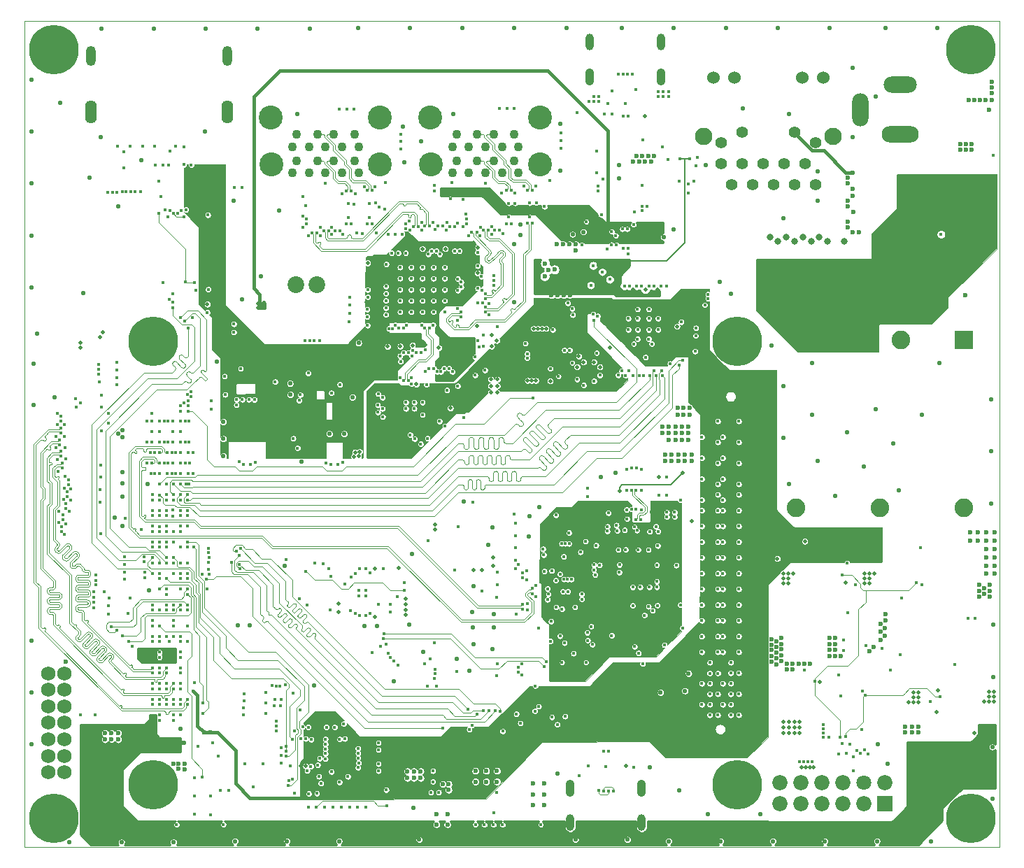
<source format=gbr>
%TF.GenerationSoftware,KiCad,Pcbnew,5.1.9+dfsg1-1*%
%TF.CreationDate,2022-05-12T15:35:01+02:00*%
%TF.ProjectId,kria-k26-devboard,6b726961-2d6b-4323-962d-646576626f61,rev?*%
%TF.SameCoordinates,Original*%
%TF.FileFunction,Copper,L3,Inr*%
%TF.FilePolarity,Positive*%
%FSLAX46Y46*%
G04 Gerber Fmt 4.6, Leading zero omitted, Abs format (unit mm)*
G04 Created by KiCad (PCBNEW 5.1.9+dfsg1-1) date 2022-05-12 15:35:01 commit 3e03c6a*
%MOMM*%
%LPD*%
G01*
G04 APERTURE LIST*
%TA.AperFunction,Profile*%
%ADD10C,0.100000*%
%TD*%
%TA.AperFunction,ComponentPad*%
%ADD11C,1.100000*%
%TD*%
%TA.AperFunction,ComponentPad*%
%ADD12C,2.900000*%
%TD*%
%TA.AperFunction,ComponentPad*%
%ADD13C,6.000000*%
%TD*%
%TA.AperFunction,ComponentPad*%
%ADD14C,2.250000*%
%TD*%
%TA.AperFunction,ComponentPad*%
%ADD15R,2.250000X2.250000*%
%TD*%
%TA.AperFunction,ComponentPad*%
%ADD16O,4.500000X2.000000*%
%TD*%
%TA.AperFunction,ComponentPad*%
%ADD17O,1.990000X4.000000*%
%TD*%
%TA.AperFunction,ComponentPad*%
%ADD18O,4.000000X2.000000*%
%TD*%
%TA.AperFunction,ComponentPad*%
%ADD19R,1.840000X1.840000*%
%TD*%
%TA.AperFunction,ComponentPad*%
%ADD20C,1.840000*%
%TD*%
%TA.AperFunction,ComponentPad*%
%ADD21C,1.800000*%
%TD*%
%TA.AperFunction,ComponentPad*%
%ADD22O,1.200000X2.400000*%
%TD*%
%TA.AperFunction,ComponentPad*%
%ADD23O,1.400000X2.800000*%
%TD*%
%TA.AperFunction,ComponentPad*%
%ADD24C,1.750000*%
%TD*%
%TA.AperFunction,ComponentPad*%
%ADD25O,1.000000X2.000000*%
%TD*%
%TA.AperFunction,ComponentPad*%
%ADD26O,1.050000X2.100000*%
%TD*%
%TA.AperFunction,ComponentPad*%
%ADD27C,2.020000*%
%TD*%
%TA.AperFunction,ComponentPad*%
%ADD28C,1.397000*%
%TD*%
%TA.AperFunction,ComponentPad*%
%ADD29C,2.100000*%
%TD*%
%TA.AperFunction,ComponentPad*%
%ADD30C,2.108200*%
%TD*%
%TA.AperFunction,ComponentPad*%
%ADD31C,1.524000*%
%TD*%
%TA.AperFunction,ViaPad*%
%ADD32C,0.600000*%
%TD*%
%TA.AperFunction,ViaPad*%
%ADD33C,0.450000*%
%TD*%
%TA.AperFunction,ViaPad*%
%ADD34C,0.550000*%
%TD*%
%TA.AperFunction,ViaPad*%
%ADD35C,0.500000*%
%TD*%
%TA.AperFunction,ViaPad*%
%ADD36C,0.400000*%
%TD*%
%TA.AperFunction,ViaPad*%
%ADD37C,0.800000*%
%TD*%
%TA.AperFunction,Conductor*%
%ADD38C,0.109000*%
%TD*%
%TA.AperFunction,Conductor*%
%ADD39C,0.200000*%
%TD*%
%TA.AperFunction,Conductor*%
%ADD40C,0.400000*%
%TD*%
%TA.AperFunction,Conductor*%
%ADD41C,0.254000*%
%TD*%
%TA.AperFunction,Conductor*%
%ADD42C,0.100000*%
%TD*%
G04 APERTURE END LIST*
D10*
X74000000Y-152000000D02*
X74000000Y-52000000D01*
X74000000Y-52000000D02*
X192000000Y-52000000D01*
X192000000Y-52000000D02*
X192000000Y-152000000D01*
X192000000Y-152000000D02*
X74000000Y-152000000D01*
D11*
%TO.N,/USB/USB1_VBUS*%
%TO.C,U24*%
X133250000Y-65730000D03*
%TO.N,/USB/USB1_TVS_N*%
X130750000Y-65730000D03*
%TO.N,/USB/USB1_TVS_P*%
X128750000Y-65730000D03*
%TO.N,GND*%
X126250000Y-65730000D03*
X126250000Y-68930000D03*
%TO.N,/USB/USB2_TVS_N*%
X130750000Y-68930000D03*
%TO.N,/USB/USB2_TVS_P*%
X128750000Y-68930000D03*
%TO.N,/USB/USB2_VBUS*%
X133250000Y-68930000D03*
%TO.N,/USB/USB1_TX_C_TVS_P*%
X133750000Y-67230000D03*
%TO.N,/USB/USB1_TX_C_TVS_N*%
X131750000Y-67230000D03*
%TO.N,GND*%
X129750000Y-67230000D03*
%TO.N,/USB/USB1_RX_TVS_P*%
X127750000Y-67230000D03*
%TO.N,/USB/USB1_RX_TVS_N*%
X125750000Y-67230000D03*
%TO.N,/USB/USB2_RX_TVS_N*%
X125750000Y-70430000D03*
%TO.N,GND*%
X129750000Y-70430000D03*
%TO.N,/USB/USB2_RX_TVS_P*%
X127750000Y-70430000D03*
%TO.N,/USB/USB2_TX_C_TVS_N*%
X131750000Y-70430000D03*
%TO.N,/USB/USB2_TX_C_TVS_P*%
X133750000Y-70430000D03*
D12*
%TO.N,SH_UP*%
X136320000Y-63730000D03*
X136320000Y-69410000D03*
X123180000Y-69410000D03*
X123080000Y-63730000D03*
%TD*%
D11*
%TO.N,/USB/USB3_VBUS*%
%TO.C,U29*%
X113900000Y-65730000D03*
%TO.N,/USB/USB3_TVS_N*%
X111400000Y-65730000D03*
%TO.N,/USB/USB3_TVS_P*%
X109400000Y-65730000D03*
%TO.N,GND*%
X106900000Y-65730000D03*
X106900000Y-68930000D03*
%TO.N,/USB/USB4_TVS_N*%
X111400000Y-68930000D03*
%TO.N,/USB/USB4_TVS_P*%
X109400000Y-68930000D03*
%TO.N,/USB/USB4_VBUS*%
X113900000Y-68930000D03*
%TO.N,/USB/USB3_TX_C_TVS_P*%
X114400000Y-67230000D03*
%TO.N,/USB/USB3_TX_C_TVS_N*%
X112400000Y-67230000D03*
%TO.N,GND*%
X110400000Y-67230000D03*
%TO.N,/USB/USB3_RX_TVS_P*%
X108400000Y-67230000D03*
%TO.N,/USB/USB3_RX_TVS_N*%
X106400000Y-67230000D03*
%TO.N,/USB/USB4_RX_TVS_N*%
X106400000Y-70430000D03*
%TO.N,GND*%
X110400000Y-70430000D03*
%TO.N,/USB/USB4_RX_TVS_P*%
X108400000Y-70430000D03*
%TO.N,/USB/USB4_TX_C_TVS_N*%
X112400000Y-70430000D03*
%TO.N,/USB/USB4_TX_C_TVS_P*%
X114400000Y-70430000D03*
D12*
%TO.N,SH_UP*%
X116970000Y-63730000D03*
X116970000Y-69410000D03*
X103830000Y-69410000D03*
X103730000Y-63730000D03*
%TD*%
D13*
%TO.N,GND*%
%TO.C,SP2*%
X160206999Y-144443500D03*
%TD*%
D14*
%TO.N,GND*%
%TO.C,PS1*%
X187660000Y-110960000D03*
%TO.N,N/C*%
X177500000Y-110960000D03*
%TO.N,/Power Supply/PoE/POE_12V*%
X167340000Y-110960000D03*
%TO.N,/Power Supply/PoE/VDD_POE_IN*%
X174960000Y-90640000D03*
%TO.N,GNDD*%
X180040000Y-90640000D03*
D15*
%TO.N,/Power Supply/PoE/POE_ACTIVE*%
X187660000Y-90640000D03*
%TD*%
D16*
%TO.N,/Power Supply/DC Input/DC_IN*%
%TO.C,J11*%
X180000000Y-65700000D03*
D17*
%TO.N,N/C*%
X175120400Y-62750000D03*
D18*
%TO.N,GND*%
X180000000Y-59700000D03*
%TD*%
D19*
%TO.N,/PMOD/HDA11_TVS*%
%TO.C,J4*%
X178100000Y-146800000D03*
D20*
%TO.N,/PMOD/HDA15_TVS*%
X178100000Y-144260000D03*
%TO.N,/PMOD/HDA12_TVS*%
X175560000Y-146800000D03*
D21*
%TO.N,/PMOD/HDA16_CC_TVS*%
X175560000Y-144260000D03*
D20*
%TO.N,/PMOD/HDA13_TVS*%
X173020000Y-146800000D03*
%TO.N,/PMOD/HDA17_TVS*%
X173020000Y-144260000D03*
%TO.N,/PMOD/HDA14_TVS*%
X170480000Y-146800000D03*
%TO.N,/PMOD/HDA18_TVS*%
X170480000Y-144260000D03*
%TO.N,GND*%
X167940000Y-146800000D03*
X167940000Y-144260000D03*
%TO.N,PL_3V3*%
X165400000Y-146800000D03*
X165400000Y-144260000D03*
%TD*%
D13*
%TO.N,GND*%
%TO.C,SP1*%
X89556999Y-144443500D03*
%TD*%
%TO.N,GND*%
%TO.C,SP3*%
X160206999Y-90793500D03*
%TD*%
%TO.N,GND*%
%TO.C,SP4*%
X89556999Y-90793500D03*
%TD*%
D22*
%TO.N,SH_UP*%
%TO.C,J1*%
X82013000Y-56238000D03*
D23*
X82013000Y-63018000D03*
D22*
X98513000Y-56238000D03*
D23*
X98513000Y-63018000D03*
%TD*%
D13*
%TO.N,GND*%
%TO.C,MP1*%
X77500000Y-148500000D03*
%TD*%
%TO.N,GND*%
%TO.C,MP2*%
X188500000Y-148500000D03*
%TD*%
%TO.N,GND*%
%TO.C,MP3*%
X188500000Y-55500000D03*
%TD*%
%TO.N,GND*%
%TO.C,MP4*%
X77500000Y-55500000D03*
%TD*%
D24*
%TO.N,/Debug and JTAG/CONN_GND*%
%TO.C,J9*%
X78800000Y-142975000D03*
%TO.N,/Debug and JTAG/~PS_SRST_C2M*%
X76800000Y-142975000D03*
%TO.N,N/C*%
X78800000Y-140975000D03*
%TO.N,GND*%
X76800000Y-140975000D03*
%TO.N,/Debug and JTAG/JTAG_TDI_TVS_C2M*%
X78800000Y-138975000D03*
%TO.N,GND*%
X76800000Y-138975000D03*
%TO.N,/Debug and JTAG/JTAG_TDO_TVS_M2C*%
X78800000Y-136975000D03*
%TO.N,GND*%
X76800000Y-136975000D03*
%TO.N,/Debug and JTAG/JTAG_TCK_TVS_C2M*%
X78800000Y-134975000D03*
%TO.N,GND*%
X76800000Y-134975000D03*
%TO.N,/Debug and JTAG/JTAG_TMS_TVS_C2M*%
X78800000Y-132975000D03*
%TO.N,GND*%
X76800000Y-132975000D03*
%TO.N,PS_1V8*%
X78800000Y-130975000D03*
%TO.N,GND*%
X76800000Y-130975000D03*
%TD*%
D25*
%TO.N,SH_UP*%
%TO.C,J10*%
X151019000Y-54594000D03*
X142379000Y-54594000D03*
D26*
X151019000Y-58774000D03*
X142379000Y-58774000D03*
%TD*%
D25*
%TO.N,SH_DOWN*%
%TO.C,J8*%
X140030000Y-149080000D03*
X148670000Y-149080000D03*
D26*
X140030000Y-144900000D03*
X148670000Y-144900000D03*
%TD*%
D27*
%TO.N,Net-(FB1-Pad2)*%
%TO.C,J6*%
X106810000Y-83900000D03*
%TO.N,Net-(FB2-Pad2)*%
X109350000Y-83900000D03*
%TD*%
D28*
%TO.N,/Ethernet/TD_A_P*%
%TO.C,J5*%
X169700000Y-71800000D03*
%TO.N,/Ethernet/TD_A_N*%
X168430000Y-69260000D03*
%TO.N,/Ethernet/TD_B_P*%
X167160000Y-71800000D03*
%TO.N,N/C*%
X165890000Y-69260000D03*
X164620000Y-71800000D03*
%TO.N,/Ethernet/TD_B_N*%
X163350000Y-69260000D03*
%TO.N,/Ethernet/TD_C_P*%
X162080000Y-71800000D03*
%TO.N,/Ethernet/TD_C_N*%
X160810000Y-69260000D03*
%TO.N,/Ethernet/TD_D_P*%
X159540000Y-71800000D03*
%TO.N,/Ethernet/TD_D_N*%
X158270000Y-69260000D03*
D29*
%TO.N,SH_UP*%
X171835000Y-65949999D03*
D30*
X156135000Y-65949999D03*
D31*
%TO.N,Net-(J5-Pad15)*%
X170625002Y-58840001D03*
%TO.N,Net-(J5-Pad18)*%
X157344998Y-58840001D03*
D28*
%TO.N,/Ethernet/POE_VC4*%
X158270000Y-66730000D03*
%TO.N,/Ethernet/POE_VC3*%
X160810000Y-65460000D03*
%TO.N,/Ethernet/POE_VC1*%
X169700000Y-66720000D03*
%TO.N,/Ethernet/POE_VC2*%
X167160000Y-65460000D03*
D31*
%TO.N,Net-(J5-Pad16)*%
X168085002Y-58840001D03*
%TO.N,Net-(J5-Pad17)*%
X159884998Y-58840001D03*
%TD*%
D32*
%TO.N,*%
X178185000Y-123855000D03*
%TO.N,GND*%
X166250000Y-129825000D03*
X166250000Y-130475000D03*
X166950000Y-129825000D03*
X166950000Y-130475000D03*
X167650000Y-129825000D03*
X168350000Y-129825000D03*
X169050000Y-129825000D03*
X172075000Y-128925000D03*
X172775000Y-128925000D03*
X171375000Y-128925000D03*
X171375000Y-128175000D03*
X172075000Y-128175000D03*
X171375000Y-126725000D03*
X172075000Y-126725000D03*
X171375000Y-127475000D03*
X172075000Y-127475000D03*
X176730000Y-127785000D03*
X176240000Y-128335000D03*
X177600000Y-125975000D03*
X177600000Y-124975000D03*
X178100000Y-125475000D03*
X178185000Y-124575000D03*
X178100000Y-126475000D03*
X177600000Y-126975000D03*
D33*
X180000000Y-128700000D03*
X146925000Y-77200000D03*
X146325000Y-77200000D03*
X145525000Y-78000000D03*
X145025000Y-77500000D03*
D34*
X151325000Y-78200000D03*
D33*
X143775000Y-75500000D03*
X134150000Y-129849723D03*
X134150000Y-131174723D03*
X134800000Y-92800000D03*
X126407018Y-83241393D03*
X126407018Y-84631393D03*
X91880000Y-101745000D03*
X92840000Y-101750000D03*
X89340000Y-101745000D03*
X90300000Y-101750000D03*
X93818000Y-103017000D03*
X93440000Y-103016500D03*
X93948000Y-105537000D03*
X94400000Y-104286500D03*
X90900000Y-103016500D03*
X88738000Y-103017000D03*
X91278000Y-103017000D03*
X93440000Y-100476500D03*
X93818000Y-100477000D03*
X90900000Y-100476500D03*
X88738000Y-100477000D03*
X91860000Y-106826500D03*
X89698000Y-106827000D03*
X92238000Y-106827000D03*
X90900000Y-105556500D03*
X88738000Y-105557000D03*
X91278000Y-105557000D03*
X89320000Y-106826500D03*
X94400000Y-106826500D03*
X92840000Y-136029000D03*
X78824999Y-114197486D03*
X79374999Y-111397486D03*
X78875001Y-107177514D03*
X79524999Y-109990000D03*
X77950001Y-99477514D03*
X77950000Y-100867514D03*
X78750000Y-100900000D03*
X78749999Y-102290000D03*
X77800000Y-103700000D03*
X77800000Y-102310000D03*
X78850000Y-103700000D03*
X134775000Y-119700000D03*
X134775000Y-118600000D03*
X134800000Y-123350000D03*
X134800000Y-122525000D03*
X135850000Y-120350000D03*
X135850000Y-121675000D03*
X124356533Y-94479921D03*
X125746534Y-94479921D03*
X123400000Y-144100000D03*
X123400000Y-142800000D03*
D32*
X136850000Y-146950000D03*
X136850000Y-145650000D03*
X136850000Y-144350000D03*
X135550000Y-145650000D03*
X135550000Y-146950001D03*
X135550000Y-144350000D03*
X123850000Y-149300000D03*
X123850000Y-148000000D03*
X125150000Y-148000000D03*
X128550000Y-142800000D03*
X129850000Y-142800000D03*
X131150000Y-142800000D03*
X128550000Y-144100000D03*
X129850000Y-144100000D03*
X131150000Y-144100000D03*
D33*
X114450000Y-120900000D03*
X133400000Y-112800000D03*
X133250000Y-111700000D03*
X133400000Y-114300000D03*
X130750000Y-82850000D03*
X130750000Y-83450000D03*
X130750000Y-84050000D03*
D35*
X166400000Y-120075000D03*
X165800000Y-119475000D03*
X166400000Y-118875000D03*
X167000000Y-118875000D03*
X165800000Y-120075000D03*
X166400000Y-119475000D03*
X165800000Y-118875000D03*
D33*
X188200000Y-124300000D03*
X189000000Y-124300000D03*
D32*
X188400000Y-113950000D03*
X189400000Y-113950000D03*
X190400000Y-113950000D03*
X191400000Y-113950000D03*
X191400000Y-114950000D03*
X191400000Y-115950000D03*
X191400000Y-116950000D03*
X191400000Y-117950000D03*
X191400000Y-118950000D03*
X190400000Y-116950000D03*
X190400000Y-118950000D03*
X188400000Y-114950000D03*
X190400000Y-114950000D03*
X190400000Y-117950000D03*
X190400000Y-115950000D03*
D35*
X175650000Y-118925000D03*
X176250000Y-118925000D03*
X176850000Y-118925000D03*
X175650000Y-119525000D03*
X176250000Y-119525000D03*
X175650000Y-120125000D03*
X176250000Y-120125000D03*
D33*
X107200000Y-97950000D03*
X107350000Y-97275000D03*
X120130557Y-98191723D03*
X142150000Y-108575000D03*
X117750000Y-81450000D03*
X118400000Y-80100000D03*
X119200000Y-80100000D03*
X120100000Y-80100000D03*
X119410000Y-81840000D03*
X149530000Y-86910000D03*
X148170000Y-86910000D03*
X148170000Y-88030000D03*
X149530000Y-88030000D03*
X150640000Y-88030000D03*
X147040000Y-88030000D03*
X147050000Y-89390000D03*
X148180000Y-89390000D03*
X149530000Y-89390000D03*
X150650000Y-89390000D03*
X149520000Y-90510000D03*
X148170000Y-90520000D03*
X156300000Y-86400000D03*
X156700000Y-85600000D03*
X156700000Y-85100000D03*
X118500000Y-89250000D03*
X118075000Y-89250000D03*
X117700000Y-87575000D03*
X117700000Y-85875000D03*
X117700000Y-86750000D03*
X117725000Y-85000000D03*
X117725000Y-84150000D03*
X146400000Y-79500000D03*
X145000000Y-79100000D03*
X147000000Y-80200000D03*
X145600000Y-79100000D03*
X147000000Y-79500000D03*
X144500000Y-79600000D03*
X140850000Y-95400000D03*
X141650000Y-96100000D03*
X143600000Y-94900000D03*
X142900000Y-95600000D03*
X155125000Y-92000000D03*
X155200000Y-90125000D03*
X155225000Y-89175000D03*
X144800000Y-83300000D03*
X142775000Y-87500000D03*
X140250000Y-86850000D03*
X99300000Y-88700000D03*
X109650000Y-90750000D03*
X129500000Y-89999999D03*
X129500000Y-91400000D03*
X128850000Y-90700001D03*
X128500000Y-94900000D03*
X128500000Y-92700000D03*
X126400000Y-96200000D03*
X125100000Y-96700000D03*
X129129267Y-76956197D03*
X130516000Y-76953000D03*
X130485000Y-77875000D03*
X129091466Y-77987606D03*
X127037607Y-76951601D03*
X122505309Y-94475000D03*
X123895310Y-94475000D03*
X127425000Y-75365000D03*
X131870733Y-77768803D03*
X107687607Y-75611600D03*
X107687607Y-77001601D03*
X108351465Y-78037606D03*
X109741466Y-78037606D03*
X111156000Y-76989000D03*
X109779267Y-77006197D03*
X111130732Y-77835000D03*
X120821058Y-95173939D03*
X119431058Y-95173939D03*
X126407018Y-86841393D03*
X126407018Y-88231393D03*
X119410000Y-92569722D03*
X120824535Y-92569722D03*
X123412408Y-88822937D03*
X122022408Y-88822937D03*
X120212410Y-88822937D03*
X118822410Y-88822937D03*
X130153803Y-86229267D03*
X130153803Y-87619268D03*
X129353803Y-84646782D03*
X126403350Y-76500000D03*
X125085000Y-76425000D03*
X122025001Y-76420000D03*
X123415001Y-76420000D03*
X123624396Y-77220000D03*
X125015000Y-77315000D03*
X122030864Y-77300000D03*
X120630864Y-77300000D03*
X124215474Y-80249663D03*
X122825474Y-80249663D03*
X115723449Y-75794571D03*
X113189000Y-75791000D03*
X135102449Y-75748572D03*
X86230000Y-72700000D03*
X87980000Y-72696000D03*
X84030000Y-72725000D03*
X85780000Y-72721000D03*
X167800000Y-141700000D03*
X168300000Y-141700000D03*
X168800000Y-141700000D03*
X89800000Y-69500000D03*
X90700000Y-69500000D03*
X88250000Y-67200000D03*
X89750000Y-67200000D03*
X92250000Y-67200000D03*
X146852000Y-106325000D03*
X148602000Y-106321000D03*
X148600000Y-108846000D03*
X146850000Y-108850000D03*
X148250001Y-116030000D03*
X90300000Y-136029000D03*
X90300000Y-136664000D03*
X100515000Y-134350000D03*
X157880000Y-100470000D03*
X160420000Y-100470000D03*
X158480000Y-102375000D03*
X160420000Y-103010000D03*
X155940000Y-102375000D03*
X157880000Y-103010000D03*
X155940000Y-104915000D03*
X157880000Y-105550000D03*
X158480000Y-104915000D03*
X160420000Y-105550000D03*
X155940000Y-107455000D03*
X157880000Y-108090000D03*
X158480000Y-107455000D03*
X160420000Y-108090000D03*
X160420000Y-109360000D03*
X155940000Y-109995000D03*
X158480001Y-111264500D03*
X160420000Y-111265000D03*
X155940001Y-111264500D03*
X157880000Y-111265000D03*
X158480001Y-113169500D03*
X160420000Y-113170000D03*
X155940001Y-113169500D03*
X157880000Y-113170000D03*
X155940001Y-115074500D03*
X157880000Y-115075000D03*
X158480001Y-115074500D03*
X160420000Y-115075000D03*
X155940001Y-116979500D03*
X157880000Y-116980000D03*
X158480001Y-116979500D03*
X160420000Y-116980000D03*
X155940001Y-118884500D03*
X157880000Y-118885000D03*
X158480001Y-118884500D03*
X160420000Y-118885000D03*
X155940001Y-120789500D03*
X157880000Y-120790000D03*
X158480001Y-120789500D03*
X160420000Y-120790000D03*
X155940001Y-122694500D03*
X157880000Y-122695000D03*
X158480001Y-122694500D03*
X160420000Y-122695000D03*
X158480001Y-124599500D03*
X160420000Y-124600000D03*
X155940001Y-124599500D03*
X157880000Y-124600000D03*
X155940001Y-126504500D03*
X157880000Y-126505000D03*
X158480001Y-126504500D03*
X160420000Y-126505000D03*
X158480001Y-128409500D03*
X160420000Y-128410000D03*
X155940001Y-128409500D03*
X157880000Y-128410000D03*
X156920000Y-129680000D03*
X159460001Y-129679500D03*
X160420001Y-130949500D03*
X159440001Y-130949500D03*
X157893001Y-130976500D03*
X156913001Y-130976500D03*
X156920001Y-132219500D03*
X155940001Y-132219500D03*
X159460001Y-132219500D03*
X158480001Y-132219500D03*
X160420001Y-133489500D03*
X159440001Y-133489500D03*
X159460001Y-134759500D03*
X158480001Y-134759500D03*
X157880001Y-133489500D03*
X156900001Y-133489500D03*
X156920001Y-134759500D03*
X155940001Y-134759500D03*
X157880001Y-136029500D03*
X156900001Y-136029500D03*
X89441500Y-109994000D03*
X91981500Y-109994000D03*
X90300000Y-111910000D03*
X90300000Y-111270000D03*
X91171500Y-113183999D03*
X93711500Y-113183999D03*
X91171500Y-115724000D03*
X89441500Y-115074000D03*
X91981500Y-115074000D03*
X89441500Y-117614000D03*
X91981500Y-117614000D03*
X90300000Y-119530000D03*
X90300000Y-118890000D03*
X92840000Y-119530000D03*
X91171500Y-120803999D03*
X92840000Y-120795000D03*
X89441500Y-122694000D03*
X91981500Y-122694000D03*
X89441500Y-125234000D03*
X93711500Y-125249000D03*
X91981500Y-125234000D03*
X92840000Y-127150000D03*
X90300000Y-127150000D03*
X90300000Y-126510000D03*
X90300000Y-129055000D03*
X90300000Y-128415000D03*
X92840000Y-129055000D03*
X92840000Y-128415000D03*
X92840000Y-130960000D03*
X92840000Y-130320000D03*
X90300000Y-130960000D03*
X90300000Y-130320000D03*
X92840000Y-132865000D03*
X92840000Y-132225000D03*
X90300000Y-132865000D03*
X92840000Y-134770000D03*
X92840000Y-134130000D03*
X90300000Y-134770000D03*
X90300000Y-134130000D03*
X90299710Y-132227333D03*
X92854510Y-111910000D03*
X92863470Y-111293470D03*
X174300000Y-142750000D03*
X82500000Y-136000000D03*
X80700000Y-136000000D03*
X144350000Y-142300000D03*
X104250000Y-134150000D03*
X105050000Y-134150000D03*
X104150000Y-134950000D03*
X104950000Y-134950000D03*
X116800000Y-141950000D03*
X108000000Y-138900000D03*
X106175000Y-142225000D03*
X109450000Y-142075000D03*
X109350000Y-145525000D03*
X106600000Y-145525000D03*
X106400000Y-143775000D03*
X105000000Y-139950000D03*
X97375000Y-141025000D03*
X98650000Y-145150000D03*
X96450000Y-145850000D03*
X94550000Y-143650000D03*
X160420000Y-136030000D03*
X159440000Y-136030000D03*
X92375000Y-149300000D03*
X98025000Y-149300000D03*
X108300000Y-137500000D03*
X111500000Y-137500000D03*
X115300000Y-147200000D03*
X92800000Y-99225000D03*
X89400000Y-99525000D03*
X91175000Y-108075000D03*
X103900000Y-132490000D03*
X104900675Y-132501006D03*
X158480000Y-109995000D03*
X157880000Y-109360000D03*
X107444510Y-138890675D03*
X86100000Y-119600000D03*
X86100000Y-118700000D03*
X147580000Y-120550000D03*
X148480000Y-120550000D03*
X149600000Y-120550002D03*
X150500000Y-120550000D03*
X150500000Y-119870000D03*
X150500000Y-117860000D03*
X149480000Y-116030000D03*
X150610000Y-115530000D03*
X146730000Y-116020000D03*
X145830000Y-116030000D03*
X145970000Y-117840000D03*
X145950000Y-118760000D03*
X151421142Y-127550000D03*
X149000000Y-123950000D03*
X147797220Y-127755115D03*
X126325000Y-130775000D03*
X123075000Y-129225000D03*
X139250000Y-119600000D03*
X139700000Y-119600000D03*
X140150000Y-119600000D03*
X139425000Y-115275000D03*
X139875000Y-115275000D03*
X138975000Y-115275000D03*
X138299122Y-111833794D03*
X139872435Y-113972792D03*
X148282843Y-128533095D03*
X146850000Y-111175000D03*
X148600000Y-111171000D03*
X126450000Y-113200000D03*
X117750000Y-145100000D03*
X130750000Y-147850000D03*
X131150000Y-145450000D03*
X86750000Y-67200000D03*
X85250000Y-67150000D03*
X86000000Y-67825000D03*
X91550000Y-67750000D03*
X90700000Y-83700000D03*
X96200000Y-84500000D03*
X94700000Y-84600000D03*
X94300000Y-87900000D03*
X91900000Y-86100000D03*
X128150000Y-137250000D03*
X137800000Y-136300000D03*
X133500000Y-135900000D03*
X139400000Y-136200000D03*
X169300000Y-141700000D03*
X132559000Y-75747000D03*
X118200000Y-122600000D03*
X119900000Y-119975000D03*
X112775000Y-120175000D03*
X111025000Y-119250000D03*
X108175000Y-122750000D03*
X109125000Y-117650000D03*
X107250000Y-121925000D03*
X111000000Y-123325000D03*
X114027000Y-118889999D03*
X114027000Y-123710000D03*
X115777000Y-123706000D03*
X117400000Y-118300000D03*
X118200000Y-123550000D03*
X116800000Y-122600000D03*
X112520733Y-77818803D03*
X122475000Y-91795000D03*
X128980000Y-91470000D03*
X113285000Y-88435000D03*
X113290000Y-87450000D03*
X113350000Y-85430000D03*
X127701465Y-77987606D03*
X113850000Y-62675000D03*
X112950000Y-62675000D03*
X112050000Y-62675000D03*
X119500000Y-65700000D03*
X119500000Y-67500000D03*
X119500000Y-66600000D03*
X133250000Y-62600000D03*
X131450000Y-62600000D03*
X132350000Y-62600000D03*
X138900000Y-65600000D03*
X138900000Y-66500000D03*
X138900000Y-67400000D03*
X109050000Y-90750000D03*
X107900000Y-90750000D03*
X108500000Y-90750000D03*
X142700000Y-127500000D03*
X142545277Y-125304333D03*
X82350000Y-121750000D03*
X134600000Y-91050000D03*
X134800000Y-92300000D03*
X137600000Y-94100000D03*
X137900000Y-89400000D03*
X141400000Y-79100000D03*
X129275000Y-82950000D03*
X153200000Y-71400000D03*
X155000000Y-71400000D03*
D32*
X191025001Y-61550000D03*
X188925000Y-61550000D03*
X189625000Y-61550000D03*
X188225000Y-61550000D03*
X190325000Y-61550000D03*
X191050000Y-60774999D03*
X191050000Y-60075000D03*
X191050000Y-59374999D03*
D33*
X191200000Y-68300000D03*
X104300000Y-95700000D03*
X100125000Y-94100000D03*
X112125000Y-96025000D03*
X152100000Y-93500000D03*
X149900000Y-91100000D03*
X147700000Y-91100000D03*
X102810978Y-141900000D03*
X111103011Y-142900000D03*
X120760000Y-81840000D03*
X122110000Y-81840000D03*
X123460000Y-81840000D03*
X124810000Y-81840000D03*
X119410000Y-83190000D03*
X120760000Y-83190000D03*
X122110000Y-83190000D03*
X123460000Y-83190000D03*
X124810000Y-83190000D03*
X119410000Y-84540000D03*
X120760000Y-84540000D03*
X122110000Y-84540000D03*
X123460000Y-84540000D03*
X124810000Y-84540000D03*
X119410000Y-85890000D03*
X120760000Y-85890000D03*
X122110000Y-85890000D03*
X123460000Y-85890000D03*
X124810000Y-85890000D03*
X119410000Y-87240000D03*
X120760000Y-87240000D03*
X122110000Y-87240000D03*
X123460000Y-87240000D03*
X124810000Y-87240000D03*
X96100000Y-87300000D03*
X90250000Y-71400000D03*
X90500000Y-73250000D03*
X94150000Y-69450000D03*
X93250000Y-69400000D03*
X96150000Y-75500000D03*
X146700000Y-62000000D03*
X144600000Y-62000000D03*
X151200000Y-67225000D03*
X148800000Y-66425000D03*
X150700000Y-60600000D03*
X151300000Y-60600000D03*
X151900000Y-60600000D03*
X150700000Y-61200000D03*
X151300000Y-61200000D03*
X151900000Y-61200000D03*
X142100000Y-109575000D03*
X151700000Y-107200000D03*
X151700000Y-109400000D03*
X150750000Y-109450000D03*
X141425000Y-122000000D03*
X121130557Y-98191723D03*
X122130557Y-98191723D03*
X120130557Y-98941723D03*
X121130557Y-98941723D03*
X122130557Y-99691723D03*
X122615557Y-96026723D03*
X113450000Y-123375000D03*
X107010017Y-103714983D03*
X111100000Y-97050000D03*
X96600000Y-99000000D03*
X96575000Y-98000000D03*
X98250000Y-97250000D03*
X98175000Y-95025000D03*
D32*
X189400000Y-114950000D03*
D33*
X141950000Y-76325000D03*
D35*
X112000000Y-123550000D03*
D33*
X113525000Y-119325000D03*
X133978761Y-137021239D03*
D35*
X182174999Y-134525000D03*
X181574999Y-134525000D03*
X180975000Y-134525000D03*
X182175000Y-133924999D03*
X181574999Y-133925000D03*
X182175000Y-133324999D03*
X181575000Y-133324999D03*
X191302512Y-133827512D03*
X190702512Y-133827512D03*
X191302512Y-134427512D03*
X191302513Y-133227512D03*
X190702512Y-133227513D03*
X190702512Y-134427512D03*
X190102513Y-134427513D03*
D33*
X183600000Y-134425000D03*
X174525000Y-120300000D03*
X186550000Y-129900000D03*
X175275000Y-137800000D03*
X180100000Y-121875000D03*
X173550000Y-117650000D03*
X182425000Y-115775000D03*
X172550000Y-131200000D03*
X172800000Y-133750000D03*
X170650000Y-137200000D03*
X170650000Y-137700000D03*
X170650000Y-138200000D03*
X170650000Y-138700000D03*
X171300000Y-138700000D03*
X115300000Y-120900000D03*
X114450000Y-121600000D03*
X115300000Y-121600000D03*
X123600000Y-127300000D03*
X131150000Y-131250000D03*
X131200000Y-129800000D03*
X128550000Y-149300000D03*
D32*
X125150000Y-149300000D03*
D33*
X136450000Y-149300000D03*
X105950000Y-144000000D03*
X143200000Y-67750000D03*
X99600000Y-98500000D03*
X147700000Y-142400000D03*
X142850000Y-61150000D03*
X143450000Y-61150000D03*
X142250000Y-61750000D03*
X142850000Y-61750000D03*
X143450000Y-61750000D03*
X140850000Y-63150000D03*
X120500000Y-76250000D03*
X120110000Y-76560000D03*
X120100000Y-77150000D03*
X110400000Y-71650000D03*
X100300000Y-72150000D03*
X99400000Y-72150000D03*
X86000000Y-69799976D03*
X131175000Y-120275000D03*
X131200000Y-118775000D03*
X131125000Y-121775000D03*
X133500000Y-123825000D03*
X133370000Y-115780000D03*
X133370000Y-117270000D03*
X139325000Y-127300000D03*
X137600000Y-127100000D03*
X137700000Y-124700000D03*
X135740000Y-135550000D03*
X83300000Y-97300000D03*
X83254500Y-101650000D03*
X78150000Y-111400000D03*
X78920000Y-112870000D03*
X79590000Y-108640000D03*
X78780000Y-108550000D03*
X129390000Y-86130000D03*
X120930000Y-91860000D03*
X116800000Y-140250000D03*
X78920000Y-105030000D03*
X77950000Y-105110000D03*
X78030000Y-106570000D03*
X78660000Y-109920000D03*
X78130000Y-112730000D03*
X83080000Y-110260000D03*
X83090000Y-108760000D03*
X83150000Y-107250000D03*
X83160000Y-105750000D03*
X91490000Y-85700002D03*
X86750000Y-121850000D03*
X122850000Y-114900000D03*
X115777000Y-118850000D03*
X92960000Y-74980000D03*
X91540000Y-74980000D03*
X91400000Y-69500000D03*
D36*
X82575000Y-119750000D03*
X82575000Y-119050000D03*
D33*
X104400000Y-132500000D03*
X104424973Y-137949991D03*
X109683871Y-141286703D03*
X112725000Y-138900000D03*
X93715319Y-115718125D03*
X142160000Y-142200000D03*
X108624998Y-142240000D03*
X109595000Y-143470000D03*
X142125000Y-127000000D03*
X142075000Y-126049994D03*
X149495000Y-122900000D03*
X93710490Y-123344000D03*
X91182531Y-123329129D03*
X174281900Y-141054343D03*
X150385000Y-113210000D03*
X139725000Y-121080000D03*
X139135000Y-121090000D03*
X137275000Y-120740000D03*
X137265000Y-122060000D03*
X140575000Y-122975000D03*
X143149996Y-115500000D03*
X148400000Y-94925000D03*
X148900000Y-94924998D03*
D32*
X138115000Y-82115000D03*
X137415000Y-82125000D03*
X136975000Y-81365000D03*
X136915000Y-82915000D03*
D35*
X125515000Y-98875000D03*
D33*
X131175000Y-89035000D03*
X128799994Y-80025000D03*
X113320000Y-86409986D03*
X91860000Y-104286500D03*
X89698000Y-104287000D03*
X92238000Y-104287000D03*
X93450000Y-105556500D03*
X91278000Y-100477000D03*
X89200000Y-104300000D03*
D36*
X129750000Y-71700000D03*
D33*
X101880000Y-105420000D03*
X99920000Y-105390000D03*
X110420000Y-105500000D03*
X112460000Y-105460000D03*
X101780000Y-97850000D03*
X99640000Y-97850000D03*
X108176270Y-142761993D03*
X94500004Y-132150000D03*
X83175000Y-114070000D03*
D34*
X99750000Y-125150000D03*
X101200000Y-125150000D03*
X115100000Y-125300000D03*
X116650000Y-125300000D03*
X120550000Y-125100000D03*
X118700000Y-131950000D03*
X122250000Y-128350000D03*
X126300000Y-129250000D03*
X127800000Y-130650000D03*
X130600000Y-128050000D03*
X128250000Y-125400000D03*
X130800000Y-125400000D03*
X128350000Y-127450000D03*
X128150000Y-123550000D03*
X130800000Y-123800000D03*
X128300000Y-120450000D03*
X130100000Y-115450000D03*
X130600000Y-113300000D03*
X135050000Y-111950000D03*
X120850000Y-116500000D03*
X127100000Y-110150000D03*
X143700000Y-107250000D03*
X119800000Y-64800000D03*
X122000000Y-66600000D03*
X119950000Y-69150000D03*
X138850000Y-70150000D03*
X138850000Y-64500000D03*
X156450000Y-69450000D03*
X170000000Y-70200000D03*
X98020000Y-100550000D03*
X98020000Y-102600000D03*
X110850000Y-102000000D03*
X112650000Y-102000000D03*
X114400000Y-91000000D03*
X136300000Y-110900000D03*
X154350000Y-131000000D03*
X150950000Y-133300000D03*
X153900000Y-133100000D03*
X178450000Y-141950000D03*
X159500000Y-85000000D03*
X133950000Y-77950000D03*
X133950000Y-76650000D03*
X133200000Y-86100000D03*
X133200000Y-79000000D03*
X140300000Y-77850000D03*
X141600000Y-77550000D03*
X145900000Y-69450000D03*
X98020000Y-104700000D03*
X107450000Y-105350000D03*
X106100000Y-95900000D03*
X106150000Y-97250000D03*
X113650000Y-97550000D03*
X97250000Y-93250000D03*
X85775000Y-101575000D03*
X85325000Y-102000000D03*
X85775000Y-102400000D03*
X85800000Y-106650000D03*
X85800000Y-107950000D03*
X85800000Y-109600000D03*
X85850000Y-113150000D03*
X84900000Y-112150000D03*
X88900000Y-108050000D03*
X89050000Y-120950000D03*
X92800000Y-137700000D03*
X75100000Y-93550000D03*
X75100000Y-98500000D03*
X74792715Y-59095238D03*
X74792715Y-65395238D03*
X74792715Y-71695238D03*
X74792715Y-77995238D03*
X74792715Y-84295238D03*
X74792715Y-126995238D03*
X74792715Y-133295238D03*
X74792715Y-139595238D03*
X75492715Y-89895238D03*
X77592715Y-97595238D03*
X78292715Y-61895238D03*
X81092715Y-84995238D03*
X81792715Y-70995238D03*
X83192715Y-66095238D03*
X85292715Y-74495238D03*
X88092715Y-68895238D03*
X95792715Y-65395238D03*
X99292715Y-73795238D03*
X100292715Y-85695238D03*
X102592715Y-82895238D03*
X106992715Y-63295238D03*
X120992715Y-147295238D03*
X125892715Y-63295238D03*
X134992715Y-114395238D03*
X138492715Y-143095238D03*
X145492715Y-106695238D03*
X149692715Y-142395238D03*
X153192715Y-145195238D03*
X156692715Y-147995238D03*
X158092715Y-83595238D03*
X160892715Y-62595238D03*
X162992715Y-147995238D03*
X164392715Y-91295238D03*
X165792715Y-75895238D03*
X165792715Y-96195238D03*
X165792715Y-102495238D03*
X166492715Y-63295238D03*
X166492715Y-108095238D03*
X169292715Y-93395238D03*
X169292715Y-99695238D03*
X169992715Y-73795238D03*
X169992715Y-105295238D03*
X172092715Y-109495238D03*
X173492715Y-101795238D03*
X174192715Y-57695238D03*
X174192715Y-66095238D03*
X175592715Y-105995238D03*
X176992715Y-61195238D03*
X176992715Y-98995238D03*
X177292715Y-139595238D03*
X179092715Y-103195238D03*
X179792715Y-108795238D03*
X182592715Y-99695238D03*
X184692715Y-93395238D03*
X85695238Y-151407285D03*
X91995238Y-151407285D03*
X79395238Y-151407285D03*
X177145238Y-151307285D03*
X158245238Y-151307285D03*
X164545238Y-151307285D03*
X151945238Y-151307285D03*
X170845238Y-151307285D03*
X146945238Y-151107285D03*
X121745238Y-151107285D03*
X140645238Y-151107285D03*
X105745238Y-151307285D03*
X112045238Y-151307285D03*
X99445238Y-151307285D03*
X108495238Y-52957285D03*
X89595238Y-52957285D03*
X95895237Y-52957285D03*
X83295238Y-52957285D03*
X102195238Y-52957285D03*
X120645238Y-52907285D03*
X139545238Y-52907285D03*
X126945237Y-52907285D03*
X133245238Y-52907285D03*
X114345238Y-52907285D03*
X171445238Y-52907285D03*
X165145238Y-52907285D03*
X158845237Y-52907285D03*
X152545238Y-52907285D03*
X146245238Y-52907285D03*
X184445238Y-52857285D03*
X178145238Y-52857285D03*
X191007285Y-104104763D03*
X191007285Y-110404762D03*
X191007285Y-97804762D03*
X183695238Y-151307285D03*
X191107285Y-139904762D03*
X191107285Y-146204762D03*
X191257285Y-125104762D03*
X191257285Y-131404762D03*
D33*
X153350000Y-110000000D03*
D36*
X178800000Y-130600000D03*
D33*
X143215002Y-92200000D03*
X139225000Y-116850000D03*
X140408148Y-128566854D03*
X142875002Y-118450000D03*
X138445000Y-137190000D03*
D36*
X139025000Y-129650000D03*
X141925000Y-129650000D03*
X143900000Y-82400000D03*
D33*
X93480000Y-108096000D03*
X93890000Y-108096000D03*
D32*
X93320000Y-142580000D03*
X93320000Y-141930000D03*
X92620000Y-141940000D03*
X92620000Y-142570000D03*
X91970000Y-141940000D03*
D33*
X119480000Y-93240000D03*
X86100000Y-117800000D03*
X86100000Y-116900000D03*
D36*
X84100000Y-99500000D03*
X84100000Y-100700000D03*
D33*
X153591813Y-125488836D03*
D34*
X104740000Y-74950000D03*
X109020000Y-132420000D03*
X105480000Y-117970000D03*
D36*
X83275000Y-98750000D03*
X125500000Y-73550000D03*
D33*
X155200000Y-69525000D03*
X155400000Y-68525000D03*
D34*
X152525000Y-77275000D03*
D33*
X143975000Y-71125000D03*
D34*
X145900000Y-71050000D03*
D33*
X149325000Y-74475000D03*
X148725000Y-74475000D03*
X148725000Y-74950000D03*
X147675000Y-76675000D03*
X135860000Y-72010000D03*
X134410000Y-72010000D03*
X133340000Y-72860000D03*
X131730000Y-72870000D03*
X107690000Y-73240000D03*
X108030000Y-74400000D03*
X125650000Y-71610000D03*
X127040000Y-73610000D03*
X113980000Y-72900000D03*
X112420000Y-72900000D03*
X116370000Y-72060000D03*
X115100000Y-72060000D03*
X141076370Y-143415753D03*
%TO.N,/Xilinx K26 SOM/MODE0_C2M*%
X93711500Y-119534000D03*
X88500000Y-119449986D03*
%TO.N,/Xilinx K26 SOM/MODE1_C2M*%
X93711500Y-118908426D03*
X88499994Y-118700000D03*
%TO.N,/Xilinx K26 SOM/MODE2_C2M*%
X92840000Y-118890000D03*
X88400000Y-117500000D03*
%TO.N,/Xilinx K26 SOM/MODE3_C2M*%
X88400000Y-116900000D03*
X93710490Y-117629000D03*
%TO.N,/Xilinx K26 SOM/HDA20*%
X99300000Y-89700000D03*
X91171500Y-121439000D03*
%TO.N,/Xilinx K26 SOM/HDA00_C*%
X89441500Y-127139000D03*
X84150000Y-122800000D03*
D32*
%TO.N,SOM_5V0*%
X165600000Y-128075000D03*
X165600000Y-128775000D03*
X165600000Y-129475000D03*
X165000000Y-128475000D03*
X165000000Y-129175000D03*
X164400000Y-128175000D03*
X164400000Y-128875000D03*
X164400000Y-129575000D03*
X165000000Y-127775000D03*
X165000000Y-127125000D03*
X164400000Y-126825000D03*
X165600000Y-126725000D03*
X164400000Y-127525000D03*
X165600000Y-127425000D03*
X165000000Y-129875000D03*
D33*
X173125000Y-128225000D03*
X175775000Y-127650000D03*
X93660000Y-97210000D03*
D32*
X151150000Y-101100000D03*
D35*
X113965557Y-104226723D03*
X114515557Y-104151723D03*
X113840557Y-104776723D03*
X114390557Y-104701723D03*
D33*
X92800000Y-98600000D03*
X93750000Y-98600000D03*
X93750000Y-99225000D03*
D35*
X121400000Y-96000000D03*
D33*
X93750000Y-98000000D03*
D32*
X151950000Y-101100000D03*
X152750000Y-101100000D03*
X153550000Y-101100000D03*
X154350000Y-101100000D03*
X151150000Y-101900000D03*
X151950000Y-101900000D03*
X152750000Y-101900000D03*
X153550000Y-101900000D03*
X154350000Y-101900000D03*
X151950000Y-102700000D03*
X152750000Y-102700000D03*
X153550000Y-102700000D03*
X154350000Y-102700000D03*
D33*
X135550000Y-97625000D03*
D35*
X83460000Y-89740002D03*
X83080000Y-90250000D03*
D33*
X94110000Y-97500000D03*
X94110000Y-96900000D03*
X93250000Y-98250000D03*
D32*
%TO.N,/Power Supply/PoE/VDD_POE_IN*%
X178600000Y-76200000D03*
X179300000Y-76950000D03*
X179300000Y-76200000D03*
X178550000Y-76950000D03*
D37*
X163575000Y-87150000D03*
X190400000Y-72650001D03*
X190399999Y-71200000D03*
X188800000Y-72650001D03*
X188799999Y-71200000D03*
X191200000Y-71950000D03*
X191200000Y-73400000D03*
X189600000Y-73400000D03*
X189600000Y-71950000D03*
X165575000Y-87150000D03*
X167575000Y-87150000D03*
X169575000Y-87150000D03*
X171575000Y-87150000D03*
X173575000Y-87150000D03*
X175575000Y-87150000D03*
X177575000Y-87150000D03*
X179575000Y-87150000D03*
X181575000Y-87150000D03*
X183575000Y-87150000D03*
X164575000Y-88150000D03*
X166575000Y-88150000D03*
X168575000Y-88150000D03*
X170575000Y-88150000D03*
X172575000Y-88150000D03*
X174575000Y-88150000D03*
X176575000Y-88150000D03*
X178575000Y-88150000D03*
X180575000Y-88150000D03*
X182575000Y-88150000D03*
%TO.N,GNDD*%
X164175000Y-78150000D03*
X166175000Y-78150000D03*
X168175000Y-78150000D03*
X170175000Y-78150000D03*
X165175000Y-78650000D03*
X167175000Y-78650000D03*
X169175000Y-78650000D03*
X171175000Y-78650000D03*
X173175000Y-78650000D03*
D32*
%TO.N,/Power Supply/PoE/POE_ACTIVE*%
X187800000Y-85200000D03*
D33*
%TO.N,/Power Supply/DC/DC conventers/DC_MAIN_BUS*%
X173600000Y-123675000D03*
X148725000Y-71900000D03*
D32*
X190800000Y-120300000D03*
X190800000Y-121699999D03*
X190800000Y-121000001D03*
X190150000Y-120650000D03*
X190150000Y-121349999D03*
X189499999Y-121699999D03*
X189500000Y-120300000D03*
X189500000Y-121000001D03*
X149450000Y-68400000D03*
X147650000Y-69050000D03*
X149850000Y-69050000D03*
X150150000Y-68400000D03*
X148050000Y-68400000D03*
X149100000Y-69050000D03*
X148750000Y-68400000D03*
X187225000Y-66900000D03*
X187925000Y-66900000D03*
D35*
X137100001Y-89250000D03*
X136600000Y-89250000D03*
X136100000Y-89250000D03*
D32*
X188625000Y-66900000D03*
D35*
X135599999Y-89250000D03*
D32*
X190675000Y-62749978D03*
X138415000Y-79035000D03*
X139165000Y-79035000D03*
X139915000Y-79035000D03*
X140665000Y-79035000D03*
X140665000Y-79785000D03*
X187215000Y-67620000D03*
X187915000Y-67620000D03*
X188615000Y-67620000D03*
X148375000Y-69025000D03*
D33*
%TO.N,PS_3V3*%
X122350000Y-129812145D03*
X115850000Y-93025000D03*
D32*
X153750000Y-98850000D03*
X153750000Y-99650000D03*
X154450000Y-98850000D03*
X154450000Y-99650000D03*
X151500000Y-104500000D03*
D35*
X165850000Y-136900000D03*
X120075000Y-121950000D03*
X120075000Y-122650000D03*
X120075000Y-123300000D03*
X120075000Y-123900000D03*
D32*
X114240557Y-102676723D03*
X114240557Y-103401723D03*
X153050000Y-98850000D03*
X120300000Y-142850000D03*
X114240557Y-102001723D03*
D35*
X126100000Y-94950000D03*
D33*
X123700000Y-130500000D03*
X123700000Y-131050000D03*
X100515000Y-133500000D03*
X100490000Y-135200000D03*
X106475000Y-133375000D03*
X116800000Y-142800000D03*
X108375000Y-145550000D03*
X105000000Y-140925000D03*
X112600000Y-137100000D03*
D35*
X123650000Y-113000000D03*
X123650000Y-113550000D03*
D33*
X124100000Y-145400000D03*
X123150000Y-145400000D03*
D32*
X125300000Y-145100000D03*
X125300000Y-144400000D03*
X124600000Y-144400000D03*
D35*
X128300000Y-118500000D03*
X118756942Y-91425000D03*
D33*
X110100000Y-117700000D03*
X110750000Y-118325000D03*
D35*
X112010000Y-122550000D03*
X116400000Y-124150000D03*
X116400000Y-118300000D03*
D33*
X112085000Y-144165000D03*
D35*
X120300000Y-77800000D03*
X112900000Y-97575000D03*
X110850000Y-94775000D03*
X117300000Y-93200000D03*
X104300000Y-96700000D03*
X96050000Y-85500000D03*
D33*
X94050000Y-73250000D03*
D35*
X94220490Y-71400000D03*
X106909998Y-104685000D03*
X119225000Y-118250000D03*
X166500000Y-136900000D03*
X167150000Y-136900000D03*
X167800000Y-136900000D03*
X165850000Y-137550000D03*
X166500000Y-137550000D03*
X167150000Y-137550000D03*
X167800000Y-137550000D03*
X165850000Y-138200000D03*
X166500000Y-138200000D03*
X167150000Y-138200000D03*
X167800000Y-138200000D03*
D32*
X152300000Y-104500000D03*
X153100000Y-104500000D03*
X153900000Y-104500000D03*
X154700000Y-104500000D03*
X151500000Y-105300000D03*
X152300000Y-105300000D03*
X153100000Y-105300000D03*
X153900000Y-105300000D03*
X154700000Y-105300000D03*
X153050000Y-99650000D03*
X121100000Y-142850000D03*
X121900000Y-142850000D03*
X120300000Y-143650000D03*
X121100000Y-143650000D03*
X121900000Y-143650000D03*
X95550000Y-71000000D03*
D35*
X130700000Y-117000000D03*
X130700000Y-118000000D03*
D33*
X116800000Y-139400000D03*
X105525000Y-132400000D03*
X110375000Y-138950000D03*
D35*
X170205000Y-132040000D03*
X126565000Y-91395000D03*
X122495000Y-91205000D03*
X129155226Y-83901443D03*
X128318180Y-78881816D03*
X115445000Y-83865004D03*
X115375000Y-86035000D03*
X115501266Y-80698696D03*
D33*
X106650018Y-137950000D03*
D35*
X108004371Y-142213277D03*
D33*
X100420313Y-136029992D03*
D35*
X168425000Y-115000002D03*
D33*
X168399992Y-130600000D03*
D36*
X114000000Y-90575000D03*
D33*
X94225000Y-74925000D03*
D32*
%TO.N,PS_2V5*%
X138485000Y-85205000D03*
X139960000Y-85190000D03*
X139235000Y-85205000D03*
X137735000Y-85205000D03*
D35*
X145600000Y-81825000D03*
X147000000Y-81100000D03*
X146200000Y-81800000D03*
X144950000Y-81825000D03*
X144575000Y-81199999D03*
X146800000Y-81800000D03*
X150590633Y-84524948D03*
D33*
X153300000Y-68700000D03*
X154500000Y-68700000D03*
D35*
X147600000Y-84530002D03*
X141050000Y-92600000D03*
D33*
X143354350Y-81598037D03*
D35*
%TO.N,PS_1V8*%
X137250000Y-134500000D03*
X137950000Y-134500000D03*
X138650000Y-134500000D03*
X139400000Y-134500000D03*
X140100000Y-134500000D03*
X140100000Y-135200000D03*
X135900000Y-136400000D03*
X153900000Y-85600000D03*
X153900000Y-86500000D03*
X153900000Y-85100000D03*
X155700000Y-93600000D03*
X152950000Y-89625000D03*
X155275000Y-87525000D03*
X140250000Y-85875000D03*
X140550000Y-88300000D03*
X140575000Y-89175000D03*
X140575000Y-90050000D03*
X140575000Y-90975000D03*
D33*
X116800000Y-141100000D03*
X107575000Y-145550000D03*
X109400000Y-137100000D03*
X144757002Y-89015076D03*
X126680000Y-137600000D03*
X138775000Y-118975000D03*
X139025000Y-123200000D03*
D35*
X132500000Y-135900000D03*
X139500000Y-135500000D03*
D33*
X145032626Y-126403913D03*
X152100000Y-92800000D03*
D35*
X127900000Y-99000000D03*
X96100000Y-86300000D03*
X123940557Y-98951723D03*
D33*
X120575000Y-101375014D03*
D32*
X176550000Y-115325000D03*
X176550000Y-116025000D03*
X177350000Y-115325000D03*
X177350000Y-116025000D03*
X175775000Y-116025000D03*
X175775000Y-115325000D03*
D33*
X182600000Y-120275000D03*
D32*
X95700000Y-138150000D03*
X96500000Y-138150000D03*
X78975000Y-129550000D03*
D33*
X110425000Y-138100006D03*
X138265000Y-119740000D03*
X148545911Y-92714031D03*
D35*
X128825000Y-96225000D03*
X128825000Y-97025000D03*
X128825000Y-97825000D03*
X107404510Y-142199814D03*
D33*
X94400000Y-133100000D03*
D35*
%TO.N,PS_1V2*%
X130400000Y-95400000D03*
X130500000Y-90000000D03*
X130500000Y-91400000D03*
X131150000Y-90700000D03*
X128800000Y-82534862D03*
X124900000Y-79600000D03*
X122125000Y-79600000D03*
X117906942Y-91424859D03*
X173375000Y-120000000D03*
X165100000Y-117100000D03*
X131200000Y-95400000D03*
X130400000Y-96200000D03*
X131200000Y-96200000D03*
X130400000Y-97000000D03*
X131200000Y-97000000D03*
X124110000Y-91600000D03*
X120925000Y-91265000D03*
D33*
X128835000Y-86125000D03*
D35*
X128836592Y-79451153D03*
X115503067Y-81315545D03*
%TO.N,PS_1V0*%
X142900001Y-93300000D03*
X141650000Y-93300000D03*
X143600000Y-93900000D03*
X140850000Y-93900000D03*
X152950000Y-89000000D03*
X149105709Y-84524948D03*
X135350000Y-95550000D03*
X135850000Y-95550000D03*
X137600000Y-95600000D03*
X134850000Y-95549999D03*
D33*
X149125000Y-92725000D03*
D35*
X144785000Y-91575000D03*
D33*
X139945000Y-91865000D03*
D32*
%TO.N,PL_3V3*%
X87900000Y-128250000D03*
X87900000Y-129050000D03*
X181375000Y-138124999D03*
X181375000Y-137425000D03*
X180575000Y-138125000D03*
X180575000Y-137425000D03*
X182150000Y-137425000D03*
X182150000Y-138125000D03*
D35*
X169000000Y-142400000D03*
X168500000Y-142400000D03*
X168000000Y-142400000D03*
D33*
X91981500Y-129044000D03*
X91981500Y-128409000D03*
X97690000Y-145190000D03*
X96450000Y-148150000D03*
X85160000Y-93340000D03*
X85160000Y-94250000D03*
X85160000Y-95170000D03*
X85154510Y-96070000D03*
D35*
X169500000Y-142400000D03*
D33*
X84200000Y-121900000D03*
X86500000Y-123700000D03*
D32*
X83700000Y-138200000D03*
D35*
X188950000Y-138200000D03*
D32*
X84500000Y-138200000D03*
X85300000Y-138200000D03*
X83700000Y-139000000D03*
X84500000Y-139000000D03*
X85300000Y-139000000D03*
D35*
X80700000Y-90950000D03*
X80700000Y-91550000D03*
D33*
X175358327Y-133101382D03*
D32*
%TO.N,PL_1V2*%
X91505000Y-139405000D03*
X92430000Y-139405000D03*
X93305000Y-139405000D03*
X191277513Y-138027513D03*
X190502512Y-137327513D03*
X189702513Y-138027513D03*
X190502512Y-138027512D03*
X189702513Y-137327513D03*
X191277513Y-137327513D03*
D35*
X184400000Y-135700000D03*
X184525000Y-133075000D03*
D33*
%TO.N,/Power Supply/VCCOEN_PS_M2C*%
X116050000Y-128500000D03*
X172650000Y-138700000D03*
X122750000Y-132540490D03*
X181950000Y-119975000D03*
X172950002Y-119100000D03*
X169615296Y-131942048D03*
D36*
%TO.N,/Power Supply/VCCOEN_PL_M2C*%
X184800000Y-133800000D03*
X175700000Y-133600000D03*
D33*
X117060810Y-127744320D03*
X123850000Y-132540490D03*
X173400000Y-138670000D03*
%TO.N,/Ethernet/MIO64*%
X89441500Y-111899000D03*
X147600000Y-94910000D03*
%TO.N,/Ethernet/MIO73*%
X93711500Y-110009000D03*
X151115499Y-94373269D03*
%TO.N,/Ethernet/MIO74*%
X93711500Y-109373999D03*
X151145230Y-94931718D03*
%TO.N,/Ethernet/MIO75*%
X92840000Y-109365000D03*
X153595837Y-93116295D03*
%TO.N,/Ethernet/MIO70*%
X91981500Y-109359000D03*
X149627198Y-94917409D03*
%TO.N,/Ethernet/MIO71*%
X150200000Y-94350000D03*
X92840000Y-108100000D03*
%TO.N,/Ethernet/MIO72*%
X150386218Y-94927803D03*
X91975000Y-108074334D03*
%TO.N,/Ethernet/MIO67*%
X146254673Y-94386349D03*
X91171500Y-110009000D03*
%TO.N,/Ethernet/MIO68*%
X145817662Y-94884062D03*
X91171500Y-109373999D03*
%TO.N,/Ethernet/MIO69*%
X153168986Y-93662874D03*
X90343031Y-109396769D03*
%TO.N,/Ethernet/MIO65*%
X89441500Y-111264000D03*
X147151006Y-94389087D03*
%TO.N,/Ethernet/MIO66*%
X146724154Y-94935666D03*
X90300000Y-110005000D03*
%TO.N,/USB/MIO61*%
X116713396Y-98511492D03*
X92840000Y-113175000D03*
%TO.N,/USB/MIO62*%
X117282713Y-97605000D03*
X93711500Y-111914000D03*
%TO.N,/USB/MIO63*%
X116765000Y-97155000D03*
X93711500Y-111279510D03*
%TO.N,/USB/MIO58*%
X91900000Y-111940828D03*
X124193976Y-100473976D03*
%TO.N,/USB/MIO59*%
X117318608Y-99923102D03*
X91900000Y-111181817D03*
%TO.N,/USB/MIO60*%
X117279975Y-98938343D03*
X92840000Y-110005000D03*
%TO.N,/USB/MIO55*%
X90320704Y-113195704D03*
X122733355Y-102536645D03*
%TO.N,/USB/MIO56*%
X91171500Y-111914000D03*
X121917851Y-103219453D03*
%TO.N,/USB/MIO57*%
X121174323Y-102604323D03*
X91171500Y-111278999D03*
%TO.N,/USB/MIO52*%
X90300000Y-113815000D03*
X116734883Y-99389194D03*
%TO.N,/USB/MIO53*%
X89441500Y-113804000D03*
X124855000Y-101045000D03*
%TO.N,/USB/MIO54*%
X89441500Y-113169000D03*
X120641850Y-102109513D03*
%TO.N,/Ethernet/MIO76*%
X143342789Y-87742284D03*
X89441500Y-109359000D03*
%TO.N,/Ethernet/MIO77*%
X142915937Y-88288862D03*
X90300000Y-108100000D03*
%TO.N,/USB/USB2_PHY_N*%
X123016941Y-89222937D03*
X120402691Y-95549586D03*
%TO.N,/USB/USB2_PHY_P*%
X119829590Y-95573939D03*
X122420941Y-89222937D03*
%TO.N,/USB/GTR_DP2_C2M_P*%
X92846000Y-103023000D03*
X122900775Y-94075000D03*
%TO.N,/USB/GTR_DP2_C2M_N*%
X91890000Y-103013000D03*
X123496777Y-94075000D03*
%TO.N,/USB/GTR_DP2_M2C_P*%
X90306000Y-100483000D03*
X124751999Y-94079921D03*
%TO.N,/USB/GTR_DP2_M2C_N*%
X89350000Y-100473000D03*
X125348000Y-94079921D03*
%TO.N,/USB/USB1_TX_N*%
X129528999Y-77375001D03*
X129753803Y-86627800D03*
%TO.N,/USB/USB1_TX_P*%
X130125000Y-77375000D03*
X129753803Y-87223801D03*
%TO.N,/USB/USB2_TX_N*%
X130876199Y-77368804D03*
X125411882Y-76900000D03*
%TO.N,/USB/USB2_TX_P*%
X126007883Y-76900000D03*
X131472200Y-77368803D03*
%TO.N,/USB/USB1_VBUS*%
X135093449Y-74051572D03*
X135900000Y-74050000D03*
%TO.N,/USB/USB3_TX_N*%
X110177800Y-77406197D03*
X122423533Y-76820000D03*
%TO.N,/USB/USB3_TX_P*%
X110773801Y-77406196D03*
X123019534Y-76820000D03*
%TO.N,/USB/USB1_N*%
X126807018Y-87236860D03*
X135400449Y-76500504D03*
%TO.N,/USB/USB1_P*%
X126807018Y-87832860D03*
X134804449Y-76500504D03*
%TO.N,/USB/USB2_N*%
X126020941Y-79846785D03*
X132857000Y-76548931D03*
%TO.N,/USB/USB2_P*%
X126616941Y-79846785D03*
X132261000Y-76548931D03*
%TO.N,/USB/USB3_N*%
X116021449Y-76546503D03*
X123220941Y-79849663D03*
%TO.N,/USB/USB3_P*%
X115425449Y-76546503D03*
X123816941Y-79849663D03*
%TO.N,/USB/USB4_RX_N*%
X122007884Y-92169722D03*
X108087606Y-76007067D03*
%TO.N,/USB/USB4_RX_P*%
X121411883Y-92169722D03*
X108087607Y-76603068D03*
%TO.N,/USB/USB4_TX_N*%
X111526199Y-77418804D03*
X120426002Y-92169722D03*
%TO.N,/USB/USB4_TX_P*%
X112122200Y-77418803D03*
X119830001Y-92169722D03*
%TO.N,/USB/USB4_N*%
X119816943Y-89222937D03*
X113487000Y-76592931D03*
%TO.N,/USB/USB4_P*%
X119220943Y-89222937D03*
X112891000Y-76592931D03*
%TO.N,/USB/USB3_RX_N*%
X108746932Y-77637607D03*
X121030000Y-76900000D03*
%TO.N,/USB/USB3_RX_P*%
X109342933Y-77637606D03*
X121626001Y-76900000D03*
%TO.N,/USB/USB2_RX_N*%
X127437606Y-75957067D03*
X124023532Y-76820000D03*
%TO.N,/USB/USB2_RX_P*%
X127437607Y-76553068D03*
X124619533Y-76820000D03*
%TO.N,/USB/USB1_RX_N*%
X128103999Y-77600001D03*
X129753803Y-85045918D03*
%TO.N,/USB/USB1_RX_P*%
X128700000Y-77600000D03*
X129753803Y-85641919D03*
%TO.N,/USB/USB2_VBUS*%
X132560000Y-74100000D03*
X133350000Y-74100000D03*
%TO.N,/USB/USB3_VBUS*%
X115723449Y-74095572D03*
X116475000Y-74075000D03*
%TO.N,/USB/USB4_VBUS*%
X113180000Y-74094000D03*
X113875000Y-74175000D03*
%TO.N,/PCIE M2 key E /GTR_DP3_M2C_P*%
X135400000Y-121323000D03*
X91266000Y-104293000D03*
%TO.N,/PCIE M2 key E /GTR_DP3_M2C_N*%
X135400000Y-120727000D03*
X90310000Y-104283000D03*
%TO.N,/Display Port/GTR_DP1_M2C_P*%
X93806000Y-106833000D03*
D36*
X84632000Y-72725000D03*
D33*
%TO.N,/Display Port/GTR_DP1_M2C_N*%
X92850000Y-106823000D03*
D36*
X85178000Y-72725000D03*
D33*
%TO.N,/Display Port/DP_AUX_P*%
X93250000Y-75700000D03*
D36*
X91982000Y-75325000D03*
D33*
%TO.N,/Display Port/DP_AUX_N*%
X91300000Y-75700000D03*
D36*
X92528000Y-75325000D03*
D33*
%TO.N,/Display Port/GTR_DP0_M2C_P*%
X92846000Y-100483000D03*
D36*
X86832000Y-72700000D03*
D33*
%TO.N,/Display Port/GTR_DP0_M2C_N*%
X91890000Y-100473000D03*
D36*
X87378000Y-72700000D03*
D33*
%TO.N,/Display Port/DP_HPD*%
X91900000Y-85050000D03*
X93300000Y-67250000D03*
%TO.N,/SD 3.0 card/MIO45*%
X124590000Y-137600000D03*
X96000000Y-119550000D03*
X90300000Y-115702468D03*
%TO.N,/Clock distribution/GTR_REFCLK3_C2M_P*%
X93806000Y-104293000D03*
X115293000Y-118350000D03*
%TO.N,/Clock distribution/GTR_REFCLK3_C2M_N*%
X92850000Y-104283000D03*
X114507000Y-118350000D03*
%TO.N,/SD 3.0 card/MIO39*%
X136200000Y-135000000D03*
X92840000Y-115714991D03*
%TO.N,/SD 3.0 card/MIO50*%
X92840000Y-113815000D03*
X96250000Y-116400000D03*
%TO.N,/Display Port/MIO29*%
X91171500Y-117629000D03*
X93309702Y-88343088D03*
%TO.N,/Display Port/MIO30*%
X91171500Y-116993999D03*
X92875000Y-87950000D03*
%TO.N,/SD 3.0 card/MIO47*%
X91171500Y-115088999D03*
X96224998Y-118400000D03*
%TO.N,/SD 3.0 card/MIO48*%
X90300000Y-115080000D03*
X96195936Y-117572213D03*
%TO.N,/SD 3.0 card/MIO49*%
X91171500Y-113819000D03*
X96299997Y-116975003D03*
%TO.N,/Display Port/MIO27*%
X89441500Y-118884000D03*
X93800000Y-89200000D03*
%TO.N,/Display Port/MIO28*%
X90300000Y-117625000D03*
X91900000Y-86700000D03*
%TO.N,/SD 3.0 card/MIO46*%
X96300000Y-119000000D03*
X89441500Y-115702468D03*
%TO.N,/PCIE M2 key E /GTR_DP3_C2M_P*%
X134245000Y-123248000D03*
X90306000Y-105563000D03*
%TO.N,/PCIE M2 key E /GTR_DP3_C2M_N*%
X134245000Y-122652000D03*
X89350000Y-105553000D03*
%TO.N,/Clock distribution/GTR_REFCLK3_N*%
X134245000Y-118801446D03*
X114507000Y-124000000D03*
%TO.N,/Clock distribution/GTR_REFCLK3_P*%
X134245000Y-119397446D03*
X115293000Y-124000000D03*
%TO.N,/SD 3.0 card/MIO51*%
X91981500Y-113804000D03*
X96225004Y-115825000D03*
%TO.N,/Display Port/DP_OE*%
X94500000Y-83700000D03*
X90225000Y-75325000D03*
X93400002Y-83630000D03*
%TO.N,/Reset logic/MIO43*%
X105625000Y-141000000D03*
X94490000Y-115714991D03*
%TO.N,/Reset logic/MIO38*%
X91981500Y-116979000D03*
X106371479Y-138970348D03*
%TO.N,/Reset logic/HDA02*%
X90300000Y-125245000D03*
X95475001Y-143575000D03*
D36*
X94575000Y-145845000D03*
D33*
%TO.N,/Reset logic/MIO44*%
X89441500Y-116979000D03*
X105625000Y-140400000D03*
X105625000Y-139825000D03*
%TO.N,/Debug and JTAG/USB_1V2*%
X147580000Y-122790000D03*
X150575011Y-122766423D03*
X145715000Y-113720000D03*
X152850000Y-117900000D03*
X143567786Y-117883990D03*
D36*
%TO.N,/Debug and JTAG/VCC_PD*%
X147795000Y-113250000D03*
D33*
X146601979Y-113634400D03*
%TO.N,/Debug and JTAG/VREGIN*%
X149975000Y-123389996D03*
X153350000Y-122700000D03*
%TO.N,/Debug and JTAG/VCC_USB*%
X149625000Y-113825000D03*
%TO.N,/Debug and JTAG/USB_3V3*%
X139675000Y-118925000D03*
X152725000Y-119875000D03*
X150750000Y-111500000D03*
X142525000Y-116825000D03*
X138246089Y-113336396D03*
X143089771Y-114715254D03*
X152775000Y-113200000D03*
X140491154Y-110843845D03*
X137300000Y-119400000D03*
X152700000Y-115100000D03*
X142653212Y-128104505D03*
X140300000Y-118900000D03*
X141400000Y-117900000D03*
X145050000Y-125500000D03*
X138750000Y-125525000D03*
X142975000Y-124325000D03*
X139775000Y-124350000D03*
X138600000Y-128900000D03*
X137700000Y-126100000D03*
X137800000Y-123600000D03*
X141762890Y-125562125D03*
X141744285Y-126539478D03*
X148236990Y-122775000D03*
X150745000Y-112050000D03*
X139913137Y-123201464D03*
D32*
X152450016Y-123500000D03*
D33*
X140900000Y-115100000D03*
X142324990Y-120950000D03*
X140425000Y-131850000D03*
X143555000Y-118748022D03*
X149825000Y-111450000D03*
%TO.N,/Debug and JTAG/~PS_SRST_C2M*%
X91171500Y-126518999D03*
X135800000Y-132500000D03*
X87000000Y-127699990D03*
%TO.N,/Debug and JTAG/JTAG_TDI_C2M*%
X86550000Y-127100000D03*
X93720038Y-121427287D03*
X136725000Y-115925000D03*
%TO.N,/Debug and JTAG/JTAG_TDO_M2C*%
X92840000Y-122700000D03*
X85800000Y-126450000D03*
X137375000Y-121400000D03*
%TO.N,/Debug and JTAG/JTAG_TCK_C2M*%
X93711500Y-120803999D03*
X85100000Y-125800000D03*
X136808192Y-116649946D03*
%TO.N,/PMOD/HDA11*%
X92840000Y-126510000D03*
X176071137Y-140765840D03*
%TO.N,/Debug and JTAG/JTAG_TMS_C2M*%
X84500000Y-125350000D03*
X136875000Y-118625000D03*
X93710490Y-122708999D03*
%TO.N,/PMOD/HDA15*%
X91981500Y-124599000D03*
X175631001Y-140268185D03*
%TO.N,/PMOD/HDA16_CC*%
X92852386Y-123338751D03*
X175131173Y-140665534D03*
%TO.N,/PMOD/HDA17*%
X173900000Y-139600000D03*
X91981500Y-123320573D03*
%TO.N,/Debug and JTAG/MIO36*%
X91981500Y-118884000D03*
X136900000Y-130200000D03*
X117425000Y-126800000D03*
X95454510Y-119000000D03*
%TO.N,/Debug and JTAG/MIO37*%
X92840000Y-117625000D03*
X137100000Y-129575000D03*
X117500000Y-126225000D03*
X96094203Y-120763317D03*
%TO.N,/Debug and JTAG/~PS_POR*%
X108300000Y-147200000D03*
X107328405Y-135422948D03*
X123600000Y-131600000D03*
X117753064Y-127450889D03*
X91454968Y-127147241D03*
%TO.N,/PMOD/HDA18*%
X91171500Y-122708999D03*
X172955000Y-139450000D03*
%TO.N,/I2C /MIO24_I2C_SCK*%
X90300000Y-120795000D03*
X95550000Y-134600000D03*
%TO.N,/I2C /MIO24_I2C_SDA*%
X91171500Y-119534000D03*
X95550000Y-135850000D03*
%TO.N,/PMOD/HDA12*%
X89441500Y-124599000D03*
X174674998Y-140320000D03*
%TO.N,/PMOD/HDA13*%
X90300000Y-123320490D03*
X173458109Y-140683545D03*
%TO.N,/PMOD/HDA14*%
X89441500Y-123320490D03*
X172538990Y-140752033D03*
%TO.N,/Debug and JTAG/~LS_OE*%
X137775000Y-118575000D03*
X138325000Y-122975000D03*
%TO.N,/Reset logic/PS_RST*%
X110500000Y-137500000D03*
X105075000Y-141875000D03*
X107621346Y-137477389D03*
%TO.N,/I2C /I2C_SCK_3V3*%
X103150000Y-134600000D03*
X104399997Y-136800003D03*
%TO.N,/I2C /I2C_SDA_3V3*%
X103150000Y-135800000D03*
%TO.N,/Debug and JTAG/~FTDI_PWREN*%
X144525000Y-113225000D03*
X138775000Y-126450000D03*
%TO.N,/Debug and JTAG/FTDI_TDO*%
X141400000Y-121400000D03*
X143035000Y-119050000D03*
%TO.N,/Debug and JTAG/FTDI_TDI*%
X142900000Y-117850000D03*
X141250000Y-116300000D03*
%TO.N,/Reset logic/~USB_HUB_RESET*%
X111300000Y-147200000D03*
X129700000Y-94300000D03*
X118252316Y-129076955D03*
X114320796Y-140070786D03*
%TO.N,/Ethernet/~ETH_RESET*%
X112300000Y-147200000D03*
X118700000Y-129500000D03*
X153449390Y-88449390D03*
X114345528Y-141228141D03*
X128250000Y-110300000D03*
%TO.N,/Reset logic/~SD_CARD_RESET*%
X109300000Y-147200000D03*
X117800000Y-147000000D03*
X110383652Y-140691344D03*
%TO.N,/Reset logic/~USB_PHY_RESET*%
X110300000Y-147200000D03*
X112100000Y-138954510D03*
X127100000Y-100000000D03*
X117983494Y-128597113D03*
%TO.N,/Clock distribution/GTR_REFCLK1_C2M_P*%
X100487000Y-105697107D03*
X92846000Y-105563000D03*
%TO.N,/Clock distribution/GTR_REFCLK1_C2M_N*%
X101273000Y-105697107D03*
X91890000Y-105553000D03*
%TO.N,/Clock distribution/GTR_REFCLK0_C2M_P*%
X91266000Y-106833000D03*
X111077000Y-105734571D03*
%TO.N,/Clock distribution/GTR_REFCLK0_C2M_N*%
X90310000Y-106823000D03*
X111863000Y-105734571D03*
%TO.N,/Clock distribution/GTR_REFCLK2_C2M_P*%
X90306000Y-103023000D03*
X100332000Y-97843002D03*
%TO.N,/Clock distribution/GTR_REFCLK2_C2M_N*%
X89350000Y-103013000D03*
X101118000Y-97843002D03*
%TO.N,/Clock distribution/PS_CLK_EN*%
X119900000Y-120975000D03*
X105590557Y-117251723D03*
X86190557Y-112251723D03*
X88140557Y-113601723D03*
X107990557Y-118651723D03*
X106490557Y-102551723D03*
X108300000Y-94650000D03*
X140325000Y-87600000D03*
%TO.N,/Debug and JTAG/~EEPROM_WC*%
X148782841Y-129833095D03*
X104400000Y-137374988D03*
%TO.N,/Debug and JTAG/PD_3V3*%
X152650000Y-111500000D03*
X152655000Y-112020000D03*
X144624872Y-111575128D03*
%TO.N,/Debug and JTAG/USBC_P*%
X146998000Y-63548002D03*
D36*
X147462000Y-106130000D03*
D33*
%TO.N,/Debug and JTAG/USBC_N*%
X146402000Y-63548002D03*
D36*
X148008000Y-106130000D03*
%TO.N,Net-(D18-Pad1)*%
X140250000Y-93400000D03*
D33*
%TO.N,/Camera interface/CCI1_I2C_SCL_3V3*%
X82900000Y-93600000D03*
X82325000Y-123025000D03*
%TO.N,/Camera interface/CCI1_I2C_SDA_3V3*%
X82900000Y-94200000D03*
X82300000Y-122400000D03*
%TO.N,/Camera interface/CCI0_I2C_SCL_3V3*%
X82900000Y-94800000D03*
X82350000Y-121100000D03*
%TO.N,/Camera interface/CCI0_I2C_SDA_3V3*%
X83000000Y-95700000D03*
X83600000Y-121100000D03*
D36*
X82575000Y-120300000D03*
D33*
%TO.N,/Camera interface/CAM1_VSYNC*%
X93711500Y-127154000D03*
X80175000Y-97750000D03*
%TO.N,/Camera interface/CAM0_RST*%
X94575000Y-148075000D03*
X113300000Y-147200000D03*
X80700000Y-98250008D03*
%TO.N,/Camera interface/CAM0_VSYNC*%
X91981500Y-126504000D03*
X80200000Y-98750000D03*
%TO.N,/Camera interface/HPA05_CC_P*%
X78350000Y-99872981D03*
X91981500Y-136664000D03*
%TO.N,/Camera interface/HPA05_CC_N*%
X78350000Y-100468982D03*
X91981500Y-136029000D03*
%TO.N,/Camera interface/HPA06_P*%
X78350000Y-101298532D03*
X93711500Y-134774000D03*
%TO.N,/Camera interface/HPA06_N*%
X78350000Y-101894533D03*
X93711500Y-134138999D03*
%TO.N,/Camera interface/HPA07_P*%
X78200000Y-102705467D03*
X91981500Y-132854000D03*
%TO.N,/Camera interface/HPA07_N*%
X78200000Y-103301468D03*
X91981500Y-132219000D03*
%TO.N,/Camera interface/HPA08_P*%
X78350000Y-104098532D03*
X91171500Y-130964000D03*
%TO.N,/Camera interface/HPA08_N*%
X78350000Y-104694533D03*
X91171500Y-130328999D03*
%TO.N,/Camera interface/HPA09_P*%
X89441500Y-130949000D03*
X78550000Y-105505467D03*
%TO.N,/Camera interface/HPA09_N*%
X78550000Y-106101468D03*
X89441500Y-130314000D03*
%TO.N,/Camera interface/HPA00_CC_P*%
X79275000Y-107572981D03*
X91171500Y-134774000D03*
%TO.N,/Camera interface/HPA00_CC_N*%
X79275000Y-108168982D03*
X91171500Y-134138999D03*
%TO.N,/Camera interface/HPA01_P*%
X79125000Y-108998532D03*
X89441500Y-132854000D03*
%TO.N,/Camera interface/HPA01_N*%
X79125000Y-109594533D03*
X89441500Y-132219000D03*
%TO.N,/Camera interface/HPA02_P*%
X78975000Y-110405467D03*
X89441500Y-134759000D03*
%TO.N,/Camera interface/HPA02_N*%
X78975000Y-111001468D03*
X89441500Y-134124000D03*
%TO.N,/Camera interface/HPA03_P*%
X78600000Y-111798532D03*
X91171500Y-132869000D03*
%TO.N,/Camera interface/HPA03_N*%
X78600000Y-112394533D03*
X91171500Y-132233999D03*
%TO.N,/Camera interface/HPA04_P*%
X78425000Y-113206018D03*
X91981500Y-134759000D03*
%TO.N,/Camera interface/HPA04_N*%
X78425000Y-113801468D03*
X91981500Y-134124000D03*
%TO.N,/Debug and JTAG/CONN_GND*%
X136200000Y-125500000D03*
%TO.N,/PCIE M2 key E /~M2_PERST*%
X114300000Y-147200000D03*
X126000000Y-118500000D03*
X119200000Y-130000000D03*
X114332545Y-142392451D03*
D36*
%TO.N,/Debug and JTAG/USBB_P*%
X144072000Y-140380000D03*
X147442000Y-111120000D03*
%TO.N,/Debug and JTAG/USBB_N*%
X144618000Y-140380000D03*
X147988000Y-111120000D03*
D33*
%TO.N,/Reset logic/MIO41*%
X93711500Y-115088999D03*
X105900000Y-144570000D03*
%TO.N,/Camera interface/HDA01*%
X89441500Y-126504000D03*
X84150000Y-123850000D03*
%TO.N,/Clock distribution/~M2_CLKREQ*%
X129300000Y-121000000D03*
X119100000Y-121700008D03*
%TO.N,/PCIE M2 key E /~M2_PEWAKE*%
X133700000Y-117800000D03*
%TO.N,/Debug and JTAG/PD_EN*%
X150650000Y-113800000D03*
X151850000Y-68800000D03*
X143205000Y-70415000D03*
%TO.N,/Debug and JTAG/EECS*%
X141870012Y-115015775D03*
X144500000Y-113775000D03*
D36*
%TO.N,/Debug and JTAG/USB_P*%
X147412000Y-108800000D03*
D33*
X147927000Y-112350000D03*
D36*
%TO.N,/Debug and JTAG/USB_N*%
X147958000Y-108800000D03*
D33*
X148523000Y-112350000D03*
D32*
%TO.N,/Ethernet/POE_VC2*%
X173600000Y-71000000D03*
X173600001Y-71700001D03*
X174200001Y-72300000D03*
X174199999Y-70400000D03*
%TO.N,/Ethernet/POE_VC4*%
X173600001Y-77000002D03*
X173599999Y-76300000D03*
X174200000Y-77599999D03*
X175000000Y-77600000D03*
%TO.N,/Ethernet/POE_VC3*%
X173600000Y-73800000D03*
X173600001Y-74500001D03*
X174199999Y-73200001D03*
X174300000Y-75100000D03*
D36*
%TO.N,Net-(D15-Pad1)*%
X142500000Y-84000000D03*
%TO.N,Net-(D18-Pad2)*%
X138600000Y-95050000D03*
D33*
%TO.N,Net-(R49-Pad2)*%
X128818885Y-81675010D03*
%TO.N,Net-(J8-PadA7)*%
X144650015Y-145200000D03*
X143496660Y-145185324D03*
%TO.N,Net-(J8-PadA6)*%
X145225000Y-145200000D03*
X144100002Y-145200000D03*
%TO.N,/SD 3.0 card/SD_CLK*%
X129625000Y-149325000D03*
X127796163Y-137773446D03*
%TO.N,/SD 3.0 card/SD_CMD*%
X131825000Y-149325000D03*
X131850000Y-137995490D03*
D35*
%TO.N,/Debug and JTAG/USBC_VBUS*%
X149062500Y-63537500D03*
X145975000Y-108950000D03*
X153600000Y-106750000D03*
%TO.N,/Debug and JTAG/USBB_VBUS*%
X154700000Y-112600000D03*
X146745000Y-142180000D03*
D33*
%TO.N,/Ethernet/TD_A_P*%
X151643911Y-84100684D03*
%TO.N,/Ethernet/TD_A_N*%
X151047911Y-84100684D03*
%TO.N,/Ethernet/TD_B_P*%
X150143908Y-84100684D03*
%TO.N,/Ethernet/TD_B_N*%
X149547907Y-84100684D03*
%TO.N,/Ethernet/TD_C_P*%
X148643909Y-84100684D03*
%TO.N,/Ethernet/TD_C_N*%
X148047908Y-84100684D03*
%TO.N,/Ethernet/TD_D_P*%
X147159000Y-84097649D03*
%TO.N,/Ethernet/TD_D_N*%
X146562999Y-84097649D03*
D35*
%TO.N,/USB/VBUS*%
X119437034Y-91400713D03*
D33*
%TO.N,/USB/USB1_TVS_N*%
X135401449Y-72477750D03*
%TO.N,/USB/USB1_TVS_P*%
X134805449Y-72477750D03*
%TO.N,/USB/USB2_TVS_N*%
X132858000Y-72526177D03*
%TO.N,/USB/USB2_TVS_P*%
X132262000Y-72526177D03*
%TO.N,/USB/USB3_TVS_N*%
X116051449Y-72527750D03*
%TO.N,/USB/USB3_TVS_P*%
X115455449Y-72527750D03*
%TO.N,/USB/USB4_TVS_N*%
X113508000Y-72576177D03*
%TO.N,/USB/USB4_TVS_P*%
X112912000Y-72576177D03*
%TO.N,/Power Supply/USB-C socket/USBC_TVS_N*%
X147498381Y-58477317D03*
X146399622Y-58477422D03*
%TO.N,/Power Supply/USB-C socket/USBC_TVS_P*%
X146948999Y-58451001D03*
X145850630Y-58443940D03*
%TO.N,/Power Supply/USB-C socket/USBC_TVS_CC1*%
X147950000Y-60300000D03*
X145100000Y-60500000D03*
%TO.N,/USB/USB_PRT_CTL1*%
X136900000Y-74500000D03*
X143400000Y-72600000D03*
X114175000Y-77700000D03*
%TO.N,/USB/USB_PRT_CTL2*%
X143400000Y-72000000D03*
X114875000Y-77725000D03*
X137525000Y-71350000D03*
%TO.N,/USB/USB_PRT_CTL3*%
X123600000Y-72600000D03*
X116875000Y-74550000D03*
%TO.N,/USB/USB_PRT_CTL4*%
X123600000Y-71900000D03*
X117575000Y-74800000D03*
X117650000Y-71550000D03*
D35*
%TO.N,USB_5V*%
X149225000Y-78650000D03*
X148625000Y-78650000D03*
X148025000Y-78650000D03*
X147425000Y-78650000D03*
X146825000Y-78650000D03*
X146225000Y-78650000D03*
X150425000Y-78650000D03*
X149825000Y-78650000D03*
D33*
X145525000Y-77100000D03*
D35*
X102800000Y-86740000D03*
X102250000Y-86190000D03*
X102800000Y-86190000D03*
X102250000Y-86740000D03*
X124625000Y-73050000D03*
X125125000Y-73050000D03*
X124625000Y-72500000D03*
X125125000Y-72500000D03*
D33*
%TO.N,/Debug and JTAG/USBC_CC1*%
X145600000Y-113050000D03*
X145105000Y-63315000D03*
%TO.N,/Debug and JTAG/USBC_CC2*%
X146899323Y-112299323D03*
X144130002Y-63279998D03*
%TO.N,/Debug and JTAG/USB_VBUS*%
X151700000Y-111500000D03*
D35*
X150750000Y-107200000D03*
D33*
X151715000Y-112030000D03*
%TO.N,/SD 3.0 card/SD_VDD*%
X130725000Y-149325000D03*
%TO.N,Net-(D4-PadK)*%
X94975000Y-139850000D03*
X101650000Y-144694998D03*
D36*
%TO.N,Net-(D11-Pad1)*%
X184910000Y-77850000D03*
D33*
%TO.N,Net-(D12-Pad1)*%
X177725000Y-127950000D03*
%TO.N,Net-(R43-Pad2)*%
X115444606Y-87801010D03*
%TO.N,Net-(R45-Pad2)*%
X115485000Y-88865000D03*
%TO.N,Net-(R46-Pad2)*%
X115501025Y-84548181D03*
%TO.N,Net-(R48-Pad2)*%
X115506942Y-85424861D03*
%TO.N,Net-(R53-Pad2)*%
X119685798Y-77811981D03*
%TO.N,Net-(R55-Pad2)*%
X118853786Y-77831394D03*
%TO.N,Net-(R57-Pad2)*%
X118021774Y-77835310D03*
%TO.N,Net-(R59-Pad2)*%
X116588576Y-77678574D03*
D35*
%TO.N,Net-(R60-Pad2)*%
X128765131Y-88934869D03*
D33*
%TO.N,Net-(R89-Pad2)*%
X110374865Y-140141403D03*
%TO.N,Net-(R90-Pad2)*%
X110389057Y-139550032D03*
X114326087Y-140653823D03*
%TO.N,Net-(R91-Pad2)*%
X108650002Y-139000000D03*
X114399186Y-141842689D03*
%TO.N,/PCIE M2 key E /M2_USB_N*%
X133700000Y-130226723D03*
X126807018Y-83636860D03*
%TO.N,/PCIE M2 key E /M2_USB_P*%
X133700000Y-130822723D03*
X126807018Y-84232860D03*
%TO.N,Net-(P1-Pad53)*%
X133400000Y-118275000D03*
D35*
X129300000Y-118500000D03*
D36*
%TO.N,/Ethernet/LED0*%
X154350000Y-72880000D03*
X154350000Y-71740000D03*
D33*
%TO.N,Net-(C33-Pad1)*%
X103150000Y-133300000D03*
%TO.N,Net-(C86-Pad1)*%
X120815000Y-95965000D03*
%TO.N,Net-(C130-Pad1)*%
X96700000Y-139400000D03*
%TO.N,Net-(C131-Pad1)*%
X100650000Y-141900000D03*
%TO.N,Net-(R3-Pad2)*%
X91000000Y-74850000D03*
X93500000Y-74850000D03*
%TO.N,Net-(R13-Pad2)*%
X99600000Y-116225000D03*
X131525000Y-135550000D03*
%TO.N,Net-(R14-Pad2)*%
X127675000Y-135350000D03*
X100121400Y-115883110D03*
%TO.N,Net-(R15-Pad8)*%
X99925000Y-116700000D03*
X130175000Y-135500000D03*
%TO.N,Net-(R15-Pad7)*%
X130949323Y-135500677D03*
X98982023Y-117570941D03*
%TO.N,Net-(R15-Pad6)*%
X99976218Y-117785492D03*
X128748589Y-135929510D03*
%TO.N,Net-(R15-Pad5)*%
X99999342Y-118350696D03*
X129524987Y-135500000D03*
%TO.N,Net-(R41-Pad2)*%
X115440912Y-86936448D03*
%TO.N,Net-(R62-Pad1)*%
X128805000Y-84375000D03*
%TO.N,Net-(R87-Pad2)*%
X110383889Y-141349735D03*
%TO.N,Net-(R88-Pad2)*%
X113100000Y-143475000D03*
X109835000Y-144290000D03*
D36*
%TO.N,Net-(R102-Pad2)*%
X148100000Y-113700000D03*
D33*
%TO.N,Net-(R118-Pad1)*%
X147825000Y-75100000D03*
%TO.N,Net-(R119-Pad1)*%
X173075000Y-126975000D03*
%TO.N,Net-(R127-Pad2)*%
X139315000Y-91865000D03*
X142795000Y-81624996D03*
X139725000Y-86175000D03*
%TD*%
D38*
%TO.N,SOM_5V0*%
X132750000Y-97625000D02*
X135550000Y-97625000D01*
X129600000Y-100775000D02*
X132750000Y-97625000D01*
X126150000Y-100775000D02*
X129600000Y-100775000D01*
X121000000Y-105925000D02*
X126150000Y-100775000D01*
X93750000Y-99225000D02*
X94263834Y-99225000D01*
X96090557Y-105141723D02*
X96873834Y-105925000D01*
X96090557Y-101051723D02*
X96090557Y-105141723D01*
X96873834Y-105925000D02*
X99456554Y-105925000D01*
X99953277Y-106421723D02*
X101590777Y-106421723D01*
X99456554Y-105925000D02*
X99953277Y-106421723D01*
X101590777Y-106421723D02*
X102087500Y-105925000D01*
X110528277Y-106421723D02*
X112378277Y-106421723D01*
X112875000Y-105925000D02*
X121000000Y-105925000D01*
X102087500Y-105925000D02*
X110031554Y-105925000D01*
X110031554Y-105925000D02*
X110528277Y-106421723D01*
X94263834Y-99225000D02*
X96090557Y-101051723D01*
X112378277Y-106421723D02*
X112875000Y-105925000D01*
D39*
%TO.N,PS_2V5*%
X154000000Y-68700000D02*
X154500000Y-68700000D01*
X153900000Y-68800000D02*
X154000000Y-68700000D01*
X153900000Y-68800000D02*
X153800000Y-68700000D01*
X153800000Y-68700000D02*
X153300000Y-68700000D01*
X153800000Y-68700000D02*
X154000000Y-68700000D01*
X151700000Y-81100000D02*
X153900000Y-78900000D01*
X147000000Y-81100000D02*
X151700000Y-81100000D01*
X153900000Y-78900000D02*
X153900000Y-68800000D01*
D40*
%TO.N,PS_1V8*%
X95700000Y-138150000D02*
X96150000Y-138150000D01*
X107575000Y-146025000D02*
X107575000Y-145550000D01*
X107550000Y-146050000D02*
X107575000Y-146025000D01*
X101250000Y-146050000D02*
X107550000Y-146050000D01*
X99500000Y-144300000D02*
X101250000Y-146050000D01*
X99500000Y-140300000D02*
X99500000Y-144300000D01*
X97350000Y-138150000D02*
X99500000Y-140300000D01*
X96150000Y-138150000D02*
X97350000Y-138150000D01*
X94900000Y-133600000D02*
X94400000Y-133100000D01*
X94900000Y-137350000D02*
X94900000Y-133600000D01*
X95700000Y-138150000D02*
X94900000Y-137350000D01*
D38*
%TO.N,/Power Supply/VCCOEN_PS_M2C*%
X181000000Y-120925000D02*
X181950000Y-119975000D01*
X175150000Y-120575000D02*
X175500000Y-120925000D01*
X175800000Y-120975000D02*
X175750000Y-120925000D01*
X175800000Y-121025000D02*
X175800000Y-120975000D01*
X175750000Y-120925000D02*
X175800000Y-120925000D01*
X175500000Y-120925000D02*
X175750000Y-120925000D01*
X175800000Y-120925000D02*
X175800000Y-121025000D01*
X175900000Y-120925000D02*
X181000000Y-120925000D01*
X175800000Y-120925000D02*
X175900000Y-120925000D01*
X175850000Y-120925000D02*
X175900000Y-120925000D01*
X175800000Y-120975000D02*
X175850000Y-120925000D01*
X174100000Y-119100000D02*
X175150000Y-120150000D01*
X172950002Y-119100000D02*
X174100000Y-119100000D01*
X175150000Y-120150000D02*
X175150000Y-120575000D01*
X169615296Y-133680296D02*
X169615296Y-131942048D01*
X172650000Y-136715000D02*
X169615296Y-133680296D01*
X172650000Y-138700000D02*
X172650000Y-136715000D01*
X175800000Y-121150000D02*
X175800000Y-121025000D01*
X175800000Y-122375000D02*
X175800000Y-121150000D01*
X174925000Y-123250000D02*
X175800000Y-122375000D01*
X174925000Y-128775000D02*
X174925000Y-123250000D01*
X173594024Y-130105976D02*
X174925000Y-128775000D01*
X169615296Y-131623850D02*
X171133170Y-130105976D01*
X171133170Y-130105976D02*
X173594024Y-130105976D01*
X169615296Y-131942048D02*
X169615296Y-131623850D01*
%TO.N,/Power Supply/VCCOEN_PL_M2C*%
X184200000Y-133800000D02*
X184800000Y-133800000D01*
X183200000Y-132800000D02*
X184200000Y-133800000D01*
X181100000Y-132800000D02*
X183200000Y-132800000D01*
X180300000Y-133600000D02*
X180450000Y-133450000D01*
X180450000Y-133450000D02*
X181100000Y-132800000D01*
X175700000Y-133600000D02*
X180300000Y-133600000D01*
X180400000Y-133500000D02*
X180450000Y-133450000D01*
X173400000Y-138200000D02*
X173400000Y-138670000D01*
X174590000Y-137710000D02*
X173890000Y-137710000D01*
X175450000Y-136850000D02*
X174590000Y-137710000D01*
X173890000Y-137710000D02*
X173400000Y-138200000D01*
X175450000Y-133850000D02*
X175450000Y-136850000D01*
X175700000Y-133600000D02*
X175450000Y-133850000D01*
%TO.N,/Ethernet/MIO73*%
X150765720Y-95345720D02*
X150765720Y-94723048D01*
X150860000Y-95440000D02*
X150765720Y-95345720D01*
X150860000Y-97227500D02*
X150860000Y-95440000D01*
X145962500Y-102125000D02*
X150860000Y-97227500D01*
X136575570Y-104621813D02*
X136641065Y-104636761D01*
X137940921Y-103256462D02*
X137940922Y-103189282D01*
X139402223Y-103102631D02*
X139373075Y-103042105D01*
X137778422Y-105491921D02*
X137838947Y-105462773D01*
X137580254Y-105491921D02*
X137645748Y-105506869D01*
X137519728Y-105462773D02*
X137580254Y-105491921D01*
X126450000Y-106125000D02*
X136050000Y-106125000D01*
X139164260Y-103723834D02*
X139216782Y-103765719D01*
X137467206Y-105420888D02*
X137519728Y-105462773D01*
X136050000Y-106125000D02*
X136102522Y-106083114D01*
X137424097Y-103773286D02*
X137489592Y-103788234D01*
X136442897Y-104636762D02*
X136508392Y-104621812D01*
X136382372Y-104665908D02*
X136442897Y-104636762D01*
X138451167Y-103010740D02*
X139164260Y-103723834D01*
X138811029Y-104459312D02*
X138825978Y-104393818D01*
X136243868Y-104886336D02*
X136258815Y-104820842D01*
X137178376Y-104283530D02*
X137136490Y-104231009D01*
X136243867Y-104953516D02*
X136243868Y-104886336D01*
X136329849Y-104707793D02*
X136382372Y-104665908D01*
X136421741Y-106083114D02*
X136474264Y-106125000D01*
X138739997Y-104148096D02*
X138026903Y-103435003D01*
X138272624Y-102924759D02*
X138338119Y-102939707D01*
X136641065Y-104636761D02*
X136701590Y-104665909D01*
X150765720Y-94723048D02*
X151115499Y-94373269D01*
X137084828Y-106216892D02*
X137113975Y-106156366D01*
X138825978Y-104393818D02*
X138825978Y-104326639D01*
X137933355Y-105049146D02*
X137891470Y-104996623D01*
X136990420Y-106311300D02*
X137042943Y-106269415D01*
X137136491Y-103911789D02*
X137178376Y-103859266D01*
X138811029Y-104261145D02*
X138781882Y-104200619D01*
X137712927Y-105506869D02*
X137778422Y-105491921D01*
X138739997Y-104572361D02*
X138781882Y-104519838D01*
X93711500Y-110009000D02*
X94051000Y-110009000D01*
X137838947Y-105462773D02*
X137891470Y-105420888D01*
X137891470Y-105420888D02*
X137933355Y-105368365D01*
X139536001Y-103765719D02*
X139588524Y-103723834D01*
X94310000Y-109750000D02*
X122825000Y-109750000D01*
X137891470Y-104996623D02*
X137178376Y-104283530D01*
X137128924Y-106090872D02*
X137128924Y-106023693D01*
X136474264Y-106125000D02*
X136618679Y-106269415D01*
X136258815Y-105019010D02*
X136243867Y-104953516D01*
X139342802Y-103809815D02*
X139409981Y-103809815D01*
X136295721Y-106039018D02*
X136361215Y-106053967D01*
X94051000Y-110009000D02*
X94310000Y-109750000D01*
X136618679Y-106269415D02*
X136671201Y-106311300D01*
X122825000Y-109750000D02*
X126450000Y-106125000D01*
X139402223Y-102783412D02*
X139444108Y-102730889D01*
X138398644Y-102968855D02*
X138451167Y-103010740D01*
X137962502Y-105109672D02*
X137933355Y-105049146D01*
X137645748Y-105506869D02*
X137712927Y-105506869D01*
X137084828Y-105897673D02*
X137042943Y-105845150D01*
X136102522Y-106083114D02*
X136163048Y-106053967D01*
X137092395Y-104037809D02*
X137107342Y-103972315D01*
X139630409Y-103671311D02*
X139659556Y-103610785D01*
X136508392Y-104621812D02*
X136575570Y-104621813D01*
X137977451Y-105242345D02*
X137977451Y-105175166D01*
X139373075Y-102843938D02*
X139402223Y-102783412D01*
X136754113Y-104707794D02*
X137467206Y-105420888D01*
X136864400Y-106355396D02*
X136929894Y-106340448D01*
X136701590Y-104665909D02*
X136754113Y-104707794D01*
X137042943Y-106269415D02*
X137084828Y-106216892D01*
X137933355Y-105368365D02*
X137962502Y-105307839D01*
X136671201Y-106311300D02*
X136731727Y-106340448D01*
X137136490Y-104231009D02*
X137107342Y-104170483D01*
X137955869Y-103123788D02*
X137985018Y-103063262D01*
X137042943Y-105845150D02*
X136329849Y-105132057D01*
X137962502Y-105307839D02*
X137977451Y-105242345D01*
X137107342Y-104170483D02*
X137092394Y-104104989D01*
X137092394Y-104104989D02*
X137092395Y-104037809D01*
X137113975Y-106156366D02*
X137128924Y-106090872D01*
X138428781Y-104643394D02*
X138494275Y-104658342D01*
X137107342Y-103972315D02*
X137136491Y-103911789D01*
X137128924Y-106023693D02*
X137113975Y-105958199D01*
X137178376Y-103859266D02*
X137230899Y-103817381D01*
X137230899Y-103817381D02*
X137291424Y-103788235D01*
X136929894Y-106340448D02*
X136990420Y-106311300D01*
X137291424Y-103788235D02*
X137356919Y-103773285D01*
X136329849Y-105132057D02*
X136287963Y-105079536D01*
X138781882Y-104519838D02*
X138811029Y-104459312D01*
X137356919Y-103773285D02*
X137424097Y-103773286D01*
X136361215Y-106053967D02*
X136421741Y-106083114D01*
X139588524Y-103723834D02*
X139630409Y-103671311D01*
X137489592Y-103788234D02*
X137550117Y-103817382D01*
X137602640Y-103859267D02*
X138315733Y-104572361D01*
X138315733Y-104572361D02*
X138368255Y-104614246D01*
X138368255Y-104614246D02*
X138428781Y-104643394D01*
X136287963Y-105079536D02*
X136258815Y-105019010D01*
X138494275Y-104658342D02*
X138561454Y-104658342D01*
X138781882Y-104200619D02*
X138739997Y-104148096D01*
X138561454Y-104658342D02*
X138626949Y-104643394D01*
X138626949Y-104643394D02*
X138687474Y-104614246D01*
X139659556Y-103610785D02*
X139674505Y-103545291D01*
X138687474Y-104614246D02*
X138739997Y-104572361D01*
X138825978Y-104326639D02*
X138811029Y-104261145D01*
X137955869Y-103321956D02*
X137940921Y-103256462D01*
X138026903Y-103435003D02*
X137985017Y-103382482D01*
X137977451Y-105175166D02*
X137962502Y-105109672D01*
X136797221Y-106355396D02*
X136864400Y-106355396D01*
X136228542Y-106039018D02*
X136295721Y-106039018D01*
X139358127Y-102909432D02*
X139373075Y-102843938D01*
X137985017Y-103382482D02*
X137955869Y-103321956D01*
X137940922Y-103189282D02*
X137955869Y-103123788D01*
X137985018Y-103063262D02*
X138026903Y-103010739D01*
X137550117Y-103817382D02*
X137602640Y-103859267D01*
X139444108Y-103155153D02*
X139402223Y-103102631D01*
X138026903Y-103010739D02*
X138079426Y-102968854D01*
X138079426Y-102968854D02*
X138139951Y-102939708D01*
X138338119Y-102939707D02*
X138398644Y-102968855D01*
X136287964Y-104760316D02*
X136329849Y-104707793D01*
X139674505Y-103478112D02*
X139659556Y-103412618D01*
X138139951Y-102939708D02*
X138205446Y-102924758D01*
X138205446Y-102924758D02*
X138272624Y-102924759D01*
X136163048Y-106053967D02*
X136228542Y-106039018D01*
X136731727Y-106340448D02*
X136797221Y-106355396D01*
X139216782Y-103765719D02*
X139277308Y-103794867D01*
X139409981Y-103809815D02*
X139475476Y-103794867D01*
X139277308Y-103794867D02*
X139342802Y-103809815D01*
X139358127Y-102976611D02*
X139358127Y-102909432D01*
X139475476Y-103794867D02*
X139536001Y-103765719D01*
X136258815Y-104820842D02*
X136287964Y-104760316D01*
X137113975Y-105958199D02*
X137084828Y-105897673D01*
X139674505Y-103545291D02*
X139674505Y-103478112D01*
X139659556Y-103412618D02*
X139630409Y-103352092D01*
X139630409Y-103352092D02*
X139588524Y-103299569D01*
X139588524Y-103299569D02*
X139444108Y-103155153D01*
X139373075Y-103042105D02*
X139358127Y-102976611D01*
X139444108Y-102730889D02*
X140050000Y-102125000D01*
X140050000Y-102125000D02*
X145962500Y-102125000D01*
%TO.N,/Ethernet/MIO74*%
X151390000Y-97735000D02*
X151390000Y-95176488D01*
X146025000Y-103100000D02*
X151390000Y-97735000D01*
X137057280Y-107125000D02*
X141082280Y-103100000D01*
X134285000Y-107125000D02*
X137057280Y-107125000D01*
X134223806Y-107131894D02*
X134285000Y-107125000D01*
X131782766Y-107592739D02*
X131803105Y-107534614D01*
X132573806Y-107741526D02*
X132635000Y-107748421D01*
X131535000Y-107748421D02*
X131596193Y-107741526D01*
X132023806Y-106508474D02*
X132085000Y-106501579D01*
X131287233Y-107592739D02*
X131319996Y-107644880D01*
X133400003Y-106605120D02*
X133432766Y-106657261D01*
X131232766Y-106657261D02*
X131253105Y-106715386D01*
X131750003Y-107644880D02*
X131782766Y-107592739D01*
X95330000Y-110570000D02*
X123005000Y-110570000D01*
X131156459Y-106561576D02*
X131200003Y-106605120D01*
X131200003Y-106605120D02*
X131232766Y-106657261D01*
X130263540Y-107688424D02*
X130315681Y-107721187D01*
X131104318Y-106528813D02*
X131156459Y-106561576D01*
X131363540Y-107688424D02*
X131415681Y-107721187D01*
X133304318Y-106528813D02*
X133356459Y-106561576D01*
X131596193Y-107741526D02*
X131654318Y-107721187D01*
X130813540Y-106561576D02*
X130865681Y-106528813D01*
X95150000Y-110390000D02*
X95330000Y-110570000D01*
X134010000Y-107473421D02*
X134010000Y-107400000D01*
X130716894Y-106715386D02*
X130737233Y-106657261D01*
X130682766Y-107592739D02*
X130703105Y-107534614D01*
X132969996Y-106605120D02*
X133013540Y-106561576D01*
X130865681Y-106528813D02*
X130923806Y-106508474D01*
X126450000Y-107125000D02*
X129885000Y-107125000D01*
X130132766Y-107280681D02*
X130153105Y-107338806D01*
X130923806Y-106508474D02*
X130985000Y-106501579D01*
X130004318Y-107152233D02*
X130056459Y-107184996D01*
X131803105Y-107534614D02*
X131810000Y-107473421D01*
X133906459Y-107688424D02*
X133950003Y-107644880D01*
X130056459Y-107184996D02*
X130100003Y-107228540D01*
X151390000Y-95176488D02*
X151145230Y-94931718D01*
X132910000Y-107473421D02*
X132910000Y-106776579D01*
X131473806Y-107741526D02*
X131535000Y-107748421D01*
X133065681Y-106528813D02*
X133123806Y-106508474D01*
X131319996Y-107644880D02*
X131363540Y-107688424D01*
X130100003Y-107228540D02*
X130132766Y-107280681D01*
X133453105Y-106715386D02*
X133460000Y-106776579D01*
X131415681Y-107721187D02*
X131473806Y-107741526D01*
X132937233Y-106657261D02*
X132969996Y-106605120D01*
X133466894Y-107534614D02*
X133487233Y-107592739D01*
X130710000Y-107473421D02*
X130710000Y-106776579D01*
X130703105Y-107534614D02*
X130710000Y-107473421D01*
X131260000Y-107473421D02*
X131266894Y-107534614D01*
X131046193Y-106508474D02*
X131104318Y-106528813D01*
X133673806Y-107741526D02*
X133735000Y-107748421D01*
X130166894Y-107534614D02*
X130187233Y-107592739D01*
X132463540Y-107688424D02*
X132515681Y-107721187D01*
X132850003Y-107644880D02*
X132882766Y-107592739D01*
X93300000Y-109785499D02*
X93300000Y-110250000D01*
X130737233Y-106657261D02*
X130769996Y-106605120D01*
X134003105Y-107534614D02*
X134010000Y-107473421D01*
X130435000Y-107748421D02*
X130496193Y-107741526D01*
X130769996Y-106605120D02*
X130813540Y-106561576D01*
X132204318Y-106528813D02*
X132256459Y-106561576D01*
X93711500Y-109373999D02*
X93300000Y-109785499D01*
X129946193Y-107131894D02*
X130004318Y-107152233D01*
X130160000Y-107400000D02*
X130160000Y-107473421D01*
X132332766Y-106657261D02*
X132353105Y-106715386D01*
X130160000Y-107473421D02*
X130166894Y-107534614D01*
X134010000Y-107400000D02*
X134016894Y-107338806D01*
X132882766Y-107592739D02*
X132903105Y-107534614D01*
X131253105Y-106715386D02*
X131260000Y-106776579D01*
X130710000Y-106776579D02*
X130716894Y-106715386D01*
X130153105Y-107338806D02*
X130160000Y-107400000D01*
X129885000Y-107125000D02*
X129946193Y-107131894D01*
X130187233Y-107592739D02*
X130219996Y-107644880D01*
X133854318Y-107721187D02*
X133906459Y-107688424D01*
X130315681Y-107721187D02*
X130373806Y-107741526D01*
X131869996Y-106605120D02*
X131913540Y-106561576D01*
X123005000Y-110570000D02*
X126450000Y-107125000D01*
X133432766Y-106657261D02*
X133453105Y-106715386D01*
X130606459Y-107688424D02*
X130650003Y-107644880D01*
X131810000Y-107473421D02*
X131810000Y-106776579D01*
X131810000Y-106776579D02*
X131816894Y-106715386D01*
X132387233Y-107592739D02*
X132419996Y-107644880D01*
X133487233Y-107592739D02*
X133519996Y-107644880D01*
X131816894Y-106715386D02*
X131837233Y-106657261D01*
X132903105Y-107534614D02*
X132910000Y-107473421D01*
X131837233Y-106657261D02*
X131869996Y-106605120D01*
X131913540Y-106561576D02*
X131965681Y-106528813D01*
X131965681Y-106528813D02*
X132023806Y-106508474D01*
X132085000Y-106501579D02*
X132146193Y-106508474D01*
X131260000Y-106776579D02*
X131260000Y-107473421D01*
X131266894Y-107534614D02*
X131287233Y-107592739D01*
X132146193Y-106508474D02*
X132204318Y-106528813D01*
X132419996Y-107644880D02*
X132463540Y-107688424D01*
X132300003Y-106605120D02*
X132332766Y-106657261D01*
X132353105Y-106715386D02*
X132360000Y-106776579D01*
X141082280Y-103100000D02*
X146025000Y-103100000D01*
X133185000Y-106501579D02*
X133246193Y-106508474D01*
X132360000Y-106776579D02*
X132360000Y-107473421D01*
X132360000Y-107473421D02*
X132366894Y-107534614D01*
X132366894Y-107534614D02*
X132387233Y-107592739D01*
X130985000Y-106501579D02*
X131046193Y-106508474D01*
X132515681Y-107721187D02*
X132573806Y-107741526D01*
X132635000Y-107748421D02*
X132696193Y-107741526D01*
X132256459Y-106561576D02*
X132300003Y-106605120D01*
X130373806Y-107741526D02*
X130435000Y-107748421D01*
X130554318Y-107721187D02*
X130606459Y-107688424D01*
X132754318Y-107721187D02*
X132806459Y-107688424D01*
X132806459Y-107688424D02*
X132850003Y-107644880D01*
X131654318Y-107721187D02*
X131706459Y-107688424D01*
X133519996Y-107644880D02*
X133563540Y-107688424D01*
X132916894Y-106715386D02*
X132937233Y-106657261D01*
X134016894Y-107338806D02*
X134037233Y-107280681D01*
X131706459Y-107688424D02*
X131750003Y-107644880D01*
X130219996Y-107644880D02*
X130263540Y-107688424D01*
X133013540Y-106561576D02*
X133065681Y-106528813D01*
X133123806Y-106508474D02*
X133185000Y-106501579D01*
X133246193Y-106508474D02*
X133304318Y-106528813D01*
X93300000Y-110250000D02*
X93440000Y-110390000D01*
X132696193Y-107741526D02*
X132754318Y-107721187D01*
X133356459Y-106561576D02*
X133400003Y-106605120D01*
X130650003Y-107644880D02*
X130682766Y-107592739D01*
X133460000Y-107473421D02*
X133466894Y-107534614D01*
X133563540Y-107688424D02*
X133615681Y-107721187D01*
X93440000Y-110390000D02*
X95150000Y-110390000D01*
X133615681Y-107721187D02*
X133673806Y-107741526D01*
X133735000Y-107748421D02*
X133796193Y-107741526D01*
X133796193Y-107741526D02*
X133854318Y-107721187D01*
X132910000Y-106776579D02*
X132916894Y-106715386D01*
X133950003Y-107644880D02*
X133982766Y-107592739D01*
X130496193Y-107741526D02*
X130554318Y-107721187D01*
X133982766Y-107592739D02*
X134003105Y-107534614D01*
X133460000Y-106776579D02*
X133460000Y-107473421D01*
X134037233Y-107280681D02*
X134069996Y-107228540D01*
X134069996Y-107228540D02*
X134113540Y-107184996D01*
X134113540Y-107184996D02*
X134165681Y-107152233D01*
X134165681Y-107152233D02*
X134223806Y-107131894D01*
%TO.N,/Ethernet/MIO75*%
X153103705Y-93116295D02*
X153595837Y-93116295D01*
X151898781Y-98276219D02*
X151898781Y-94321219D01*
X146050000Y-104125000D02*
X151898781Y-98276219D01*
X129885000Y-108125000D02*
X138050000Y-108125000D01*
X129776529Y-108149757D02*
X129829369Y-108131268D01*
X129689542Y-108219127D02*
X129729127Y-108179542D01*
X129635000Y-108375000D02*
X129641268Y-108319369D01*
X129628731Y-108553628D02*
X129635000Y-108497998D01*
X129610242Y-108606468D02*
X129628731Y-108553628D01*
X129580457Y-108653870D02*
X129610242Y-108606468D01*
X129493470Y-108723240D02*
X129540872Y-108693455D01*
X129440630Y-108741729D02*
X129493470Y-108723240D01*
X129385000Y-108747998D02*
X129440630Y-108741729D01*
X142050000Y-104125000D02*
X146050000Y-104125000D01*
X129189542Y-108653870D02*
X129229127Y-108693455D01*
X129159757Y-108606468D02*
X129189542Y-108653870D01*
X129141268Y-108553628D02*
X129159757Y-108606468D01*
X129135000Y-108497998D02*
X129141268Y-108553628D01*
X129135000Y-107752002D02*
X129135000Y-108497998D01*
X129110242Y-107643532D02*
X129128731Y-107696372D01*
X129080457Y-107596130D02*
X129110242Y-107643532D01*
X129040872Y-107556545D02*
X129080457Y-107596130D01*
X128940630Y-107508271D02*
X128993470Y-107526760D01*
X128829369Y-107508271D02*
X128885000Y-107502002D01*
X128729127Y-107556545D02*
X128776529Y-107526760D01*
X128689542Y-107596130D02*
X128729127Y-107556545D01*
X128659757Y-107643532D02*
X128689542Y-107596130D01*
X128641268Y-107696372D02*
X128659757Y-107643532D01*
X128635000Y-107752002D02*
X128641268Y-107696372D01*
X128635000Y-108497998D02*
X128635000Y-107752002D01*
X127580457Y-108653870D02*
X127610242Y-108606468D01*
X128776529Y-107526760D02*
X128829369Y-107508271D01*
X92855000Y-110625000D02*
X94525000Y-110625000D01*
X92400000Y-109805000D02*
X92400000Y-110170000D01*
X127493470Y-108723240D02*
X127540872Y-108693455D01*
X127440630Y-108741729D02*
X127493470Y-108723240D01*
X127385000Y-108747998D02*
X127440630Y-108741729D01*
X127329369Y-108741729D02*
X127385000Y-108747998D01*
X129229127Y-108693455D02*
X129276529Y-108723240D01*
X127229127Y-108693455D02*
X127276529Y-108723240D01*
X128885000Y-107502002D02*
X128940630Y-107508271D01*
X127159757Y-108606468D02*
X127189542Y-108653870D01*
X127141268Y-108553628D02*
X127159757Y-108606468D01*
X127276529Y-108723240D02*
X127329369Y-108741729D01*
X128628731Y-108553628D02*
X128635000Y-108497998D01*
X127729127Y-107556545D02*
X127776529Y-107526760D01*
X128159757Y-108606468D02*
X128189542Y-108653870D01*
X92840000Y-109365000D02*
X92400000Y-109805000D01*
X151898781Y-94321219D02*
X153103705Y-93116295D01*
X128993470Y-107526760D02*
X129040872Y-107556545D01*
X127540872Y-108693455D02*
X127580457Y-108653870D01*
X127189542Y-108653870D02*
X127229127Y-108693455D01*
X126940630Y-108131268D02*
X126993470Y-108149757D01*
X126885000Y-108125000D02*
X126940630Y-108131268D01*
X129829369Y-108131268D02*
X129885000Y-108125000D01*
X128385000Y-108747998D02*
X128440630Y-108741729D01*
X127610242Y-108606468D02*
X127628731Y-108553628D01*
X92400000Y-110170000D02*
X92855000Y-110625000D01*
X129659757Y-108266529D02*
X129689542Y-108219127D01*
X127080457Y-108219127D02*
X127110242Y-108266529D01*
X128141268Y-108553628D02*
X128159757Y-108606468D01*
X129329369Y-108741729D02*
X129385000Y-108747998D01*
X94525000Y-110625000D02*
X95185000Y-111285000D01*
X126993470Y-108149757D02*
X127040872Y-108179542D01*
X123290000Y-111285000D02*
X126450000Y-108125000D01*
X127628731Y-108553628D02*
X127635000Y-108497998D01*
X127128731Y-108319369D02*
X127135000Y-108375000D01*
X127110242Y-108266529D02*
X127128731Y-108319369D01*
X95185000Y-111285000D02*
X123290000Y-111285000D01*
X129128731Y-107696372D02*
X129135000Y-107752002D01*
X128440630Y-108741729D02*
X128493470Y-108723240D01*
X127040872Y-108179542D02*
X127080457Y-108219127D01*
X128135000Y-108497998D02*
X128141268Y-108553628D01*
X127635000Y-108497998D02*
X127635000Y-107752002D01*
X138050000Y-108125000D02*
X142050000Y-104125000D01*
X128610242Y-108606468D02*
X128628731Y-108553628D01*
X127689542Y-107596130D02*
X127729127Y-107556545D01*
X126450000Y-108125000D02*
X126885000Y-108125000D01*
X127776529Y-107526760D02*
X127829369Y-107508271D01*
X129276529Y-108723240D02*
X129329369Y-108741729D01*
X127135000Y-108375000D02*
X127135000Y-108497998D01*
X127829369Y-107508271D02*
X127885000Y-107502002D01*
X127135000Y-108497998D02*
X127141268Y-108553628D01*
X127885000Y-107502002D02*
X127940630Y-107508271D01*
X129729127Y-108179542D02*
X129776529Y-108149757D01*
X127940630Y-107508271D02*
X127993470Y-107526760D01*
X127993470Y-107526760D02*
X128040872Y-107556545D01*
X129635000Y-108497998D02*
X129635000Y-108375000D01*
X128040872Y-107556545D02*
X128080457Y-107596130D01*
X128080457Y-107596130D02*
X128110242Y-107643532D01*
X128110242Y-107643532D02*
X128128731Y-107696372D01*
X128128731Y-107696372D02*
X128135000Y-107752002D01*
X128135000Y-107752002D02*
X128135000Y-108497998D01*
X129641268Y-108319369D02*
X129659757Y-108266529D01*
X128189542Y-108653870D02*
X128229127Y-108693455D01*
X128229127Y-108693455D02*
X128276529Y-108723240D01*
X128276529Y-108723240D02*
X128329369Y-108741729D01*
X128329369Y-108741729D02*
X128385000Y-108747998D01*
X127635000Y-107752002D02*
X127641268Y-107696372D01*
X128493470Y-108723240D02*
X128540872Y-108693455D01*
X129540872Y-108693455D02*
X129580457Y-108653870D01*
X127641268Y-107696372D02*
X127659757Y-107643532D01*
X128540872Y-108693455D02*
X128580457Y-108653870D01*
X127659757Y-107643532D02*
X127689542Y-107596130D01*
X128580457Y-108653870D02*
X128610242Y-108606468D01*
%TO.N,/Ethernet/MIO70*%
X128504834Y-103811144D02*
X128568243Y-103833332D01*
X131101756Y-103833332D02*
X131165165Y-103811144D01*
X129600450Y-103727900D02*
X129647953Y-103775403D01*
X131335000Y-102709146D02*
X131342521Y-102642390D01*
X130705290Y-102578981D02*
X130727478Y-102642390D01*
X127727478Y-103607610D02*
X127735000Y-103540854D01*
X131822046Y-102474597D02*
X131869549Y-102522100D01*
X129301756Y-102416668D02*
X129365165Y-102438856D01*
X127105290Y-103294834D02*
X127127478Y-103358243D01*
X145912500Y-99137500D02*
X149627198Y-95422802D01*
X137037500Y-99137500D02*
X145912500Y-99137500D01*
X132235000Y-103125000D02*
X133050000Y-103125000D01*
X132168243Y-103117479D02*
X132235000Y-103125000D01*
X132104834Y-103095291D02*
X132168243Y-103117479D01*
X131927478Y-102642390D02*
X131935000Y-102709146D01*
X131869549Y-102522100D02*
X131905290Y-102578981D01*
X131635000Y-102409146D02*
X131701756Y-102416668D01*
X131568243Y-102416668D02*
X131635000Y-102409146D01*
X131400450Y-102522100D02*
X131447953Y-102474597D01*
X131364709Y-102578981D02*
X131400450Y-102522100D01*
X131342521Y-102642390D02*
X131364709Y-102578981D01*
X131269549Y-103727900D02*
X131305290Y-103671019D01*
X131222046Y-103775403D02*
X131269549Y-103727900D01*
X131035000Y-103840854D02*
X131101756Y-103833332D01*
X130735000Y-103540854D02*
X130742521Y-103607610D01*
X128222046Y-102474597D02*
X128269549Y-102522100D01*
X130735000Y-102709146D02*
X130735000Y-103540854D01*
X130127478Y-103607610D02*
X130135000Y-103540854D01*
X130727478Y-102642390D02*
X130735000Y-102709146D01*
X130622046Y-102474597D02*
X130669549Y-102522100D01*
X130565165Y-102438856D02*
X130622046Y-102474597D01*
X130501756Y-102416668D02*
X130565165Y-102438856D01*
X130368243Y-102416668D02*
X130435000Y-102409146D01*
X130247953Y-102474597D02*
X130304834Y-102438856D01*
X126450000Y-103125000D02*
X126835000Y-103125000D01*
X130742521Y-103607610D02*
X130764709Y-103671019D01*
X130200450Y-102522100D02*
X130247953Y-102474597D01*
X130164709Y-102578981D02*
X130200450Y-102522100D01*
X130142521Y-102642390D02*
X130164709Y-102578981D01*
X131765165Y-102438856D02*
X131822046Y-102474597D01*
X130135000Y-102709146D02*
X130142521Y-102642390D01*
X131905290Y-102578981D02*
X131927478Y-102642390D01*
X130069549Y-103727900D02*
X130105290Y-103671019D01*
X129365165Y-102438856D02*
X129422046Y-102474597D01*
X129901756Y-103833332D02*
X129965165Y-103811144D01*
X129835000Y-103840854D02*
X129901756Y-103833332D01*
X129768243Y-103833332D02*
X129835000Y-103840854D01*
X130435000Y-102409146D02*
X130501756Y-102416668D01*
X130135000Y-103540854D02*
X130135000Y-102709146D01*
X129535000Y-103540854D02*
X129542521Y-103607610D01*
X129535000Y-102709146D02*
X129535000Y-103540854D01*
X129469549Y-102522100D02*
X129505290Y-102578981D01*
X129422046Y-102474597D02*
X129469549Y-102522100D01*
X129168243Y-102416668D02*
X129235000Y-102409146D01*
X129542521Y-103607610D02*
X129564709Y-103671019D01*
X129047953Y-102474597D02*
X129104834Y-102438856D01*
X131305290Y-103671019D02*
X131327478Y-103607610D01*
X129000450Y-102522100D02*
X129047953Y-102474597D01*
X91625419Y-107800000D02*
X91825419Y-107600000D01*
X128964709Y-102578981D02*
X129000450Y-102522100D01*
X131327478Y-103607610D02*
X131335000Y-103540854D01*
X128935000Y-102709146D02*
X128942521Y-102642390D01*
X128869549Y-103727900D02*
X128905290Y-103671019D01*
X128822046Y-103775403D02*
X128869549Y-103727900D01*
X128765165Y-103811144D02*
X128822046Y-103775403D01*
X128568243Y-103833332D02*
X128635000Y-103840854D01*
X128447953Y-103775403D02*
X128504834Y-103811144D01*
X128935000Y-103540854D02*
X128935000Y-102709146D01*
X128335000Y-102709146D02*
X128335000Y-103540854D01*
X128327478Y-102642390D02*
X128335000Y-102709146D01*
X128305290Y-102578981D02*
X128327478Y-102642390D01*
X128165165Y-102438856D02*
X128222046Y-102474597D01*
X128035000Y-102409146D02*
X128101756Y-102416668D01*
X127847953Y-102474597D02*
X127904834Y-102438856D01*
X127800450Y-102522100D02*
X127847953Y-102474597D01*
X127764709Y-102578981D02*
X127800450Y-102522100D01*
X127742521Y-102642390D02*
X127764709Y-102578981D01*
X128942521Y-102642390D02*
X128964709Y-102578981D01*
X127735000Y-102709146D02*
X127742521Y-102642390D01*
X127735000Y-103540854D02*
X127735000Y-102709146D01*
X127705290Y-103671019D02*
X127727478Y-103607610D01*
X127669549Y-103727900D02*
X127705290Y-103671019D01*
X130800450Y-103727900D02*
X130847953Y-103775403D01*
X127501756Y-103833332D02*
X127565165Y-103811144D01*
X127435000Y-103840854D02*
X127501756Y-103833332D01*
X127247953Y-103775403D02*
X127304834Y-103811144D01*
X127200450Y-103727900D02*
X127247953Y-103775403D01*
X127164709Y-103671019D02*
X127200450Y-103727900D01*
X127142521Y-103607610D02*
X127164709Y-103671019D01*
X131701756Y-102416668D02*
X131765165Y-102438856D01*
X127622046Y-103775403D02*
X127669549Y-103727900D01*
X127135000Y-103540854D02*
X127142521Y-103607610D01*
X131942521Y-102891757D02*
X131964709Y-102955166D01*
X127127478Y-103358243D02*
X127135000Y-103425000D01*
X127069549Y-103237953D02*
X127105290Y-103294834D01*
X130904834Y-103811144D02*
X130968243Y-103833332D01*
X126965165Y-103154709D02*
X127022046Y-103190450D01*
X126901756Y-103132521D02*
X126965165Y-103154709D01*
X126835000Y-103125000D02*
X126901756Y-103132521D01*
X121865000Y-107710000D02*
X126450000Y-103125000D01*
X91825419Y-107600000D02*
X94160000Y-107600000D01*
X91625000Y-107800000D02*
X91625419Y-107800000D01*
X91600000Y-108725000D02*
X91595499Y-108720499D01*
X91981500Y-109359000D02*
X91600000Y-108977500D01*
X128701756Y-103833332D02*
X128765165Y-103811144D01*
X129564709Y-103671019D02*
X129600450Y-103727900D01*
X94160000Y-107600000D02*
X94270000Y-107710000D01*
X132000450Y-103012047D02*
X132047953Y-103059550D01*
X129104834Y-102438856D02*
X129168243Y-102416668D01*
X128269549Y-102522100D02*
X128305290Y-102578981D01*
X131935000Y-102709146D02*
X131935000Y-102825000D01*
X128635000Y-103840854D02*
X128701756Y-103833332D01*
X127135000Y-103425000D02*
X127135000Y-103540854D01*
X129647953Y-103775403D02*
X129704834Y-103811144D01*
X129527478Y-102642390D02*
X129535000Y-102709146D01*
X130968243Y-103833332D02*
X131035000Y-103840854D01*
X127022046Y-103190450D02*
X127069549Y-103237953D01*
X127904834Y-102438856D02*
X127968243Y-102416668D01*
X94270000Y-107710000D02*
X121865000Y-107710000D01*
X128364709Y-103671019D02*
X128400450Y-103727900D01*
X128927478Y-103607610D02*
X128935000Y-103540854D01*
X127304834Y-103811144D02*
X127368243Y-103833332D01*
X91595499Y-107829501D02*
X91625000Y-107800000D01*
X130764709Y-103671019D02*
X130800450Y-103727900D01*
X130304834Y-102438856D02*
X130368243Y-102416668D01*
X129704834Y-103811144D02*
X129768243Y-103833332D01*
X131964709Y-102955166D02*
X132000450Y-103012047D01*
X131447953Y-102474597D02*
X131504834Y-102438856D01*
X149627198Y-95422802D02*
X149627198Y-94917409D01*
X128342521Y-103607610D02*
X128364709Y-103671019D01*
X131165165Y-103811144D02*
X131222046Y-103775403D01*
X131935000Y-102825000D02*
X131942521Y-102891757D01*
X131335000Y-103540854D02*
X131335000Y-102709146D01*
X133050000Y-103125000D02*
X137037500Y-99137500D01*
X129965165Y-103811144D02*
X130022046Y-103775403D01*
X128101756Y-102416668D02*
X128165165Y-102438856D01*
X129505290Y-102578981D02*
X129527478Y-102642390D01*
X129235000Y-102409146D02*
X129301756Y-102416668D01*
X132047953Y-103059550D02*
X132104834Y-103095291D01*
X128400450Y-103727900D02*
X128447953Y-103775403D01*
X91595499Y-108720499D02*
X91595499Y-107829501D01*
X130847953Y-103775403D02*
X130904834Y-103811144D01*
X127968243Y-102416668D02*
X128035000Y-102409146D01*
X127368243Y-103833332D02*
X127435000Y-103840854D01*
X130022046Y-103775403D02*
X130069549Y-103727900D01*
X131504834Y-102438856D02*
X131568243Y-102416668D01*
X128335000Y-103540854D02*
X128342521Y-103607610D01*
X130669549Y-102522100D02*
X130705290Y-102578981D01*
X128905290Y-103671019D02*
X128927478Y-103607610D01*
X91600000Y-108977500D02*
X91600000Y-108725000D01*
X130105290Y-103671019D02*
X130127478Y-103607610D01*
X127565165Y-103811144D02*
X127622046Y-103775403D01*
%TO.N,/Ethernet/MIO71*%
X135179343Y-101708076D02*
X135227489Y-101669682D01*
X134336412Y-102771174D02*
X134322708Y-102711139D01*
X137633652Y-101440020D02*
X137378769Y-101185137D01*
X135300199Y-104162382D02*
X135338593Y-104114236D01*
X136630589Y-102685564D02*
X136692170Y-102685564D01*
X137698765Y-101725301D02*
X137712468Y-101665264D01*
X136894228Y-102265983D02*
X136855834Y-102217838D01*
X136182407Y-100851441D02*
X136242444Y-100865144D01*
X137469988Y-101907746D02*
X137530024Y-101894043D01*
X135136534Y-104241198D02*
X135196571Y-104227495D01*
X136029870Y-103422960D02*
X136078016Y-103384565D01*
X93240000Y-108500000D02*
X94260000Y-108500000D01*
X94260000Y-108500000D02*
X94335000Y-108425000D01*
X136005307Y-100891864D02*
X136060790Y-100865144D01*
X122150000Y-108425000D02*
X126450000Y-104125000D01*
X146000000Y-100125000D02*
X150006708Y-96118292D01*
X126450000Y-104125000D02*
X134050000Y-104125000D01*
X134050000Y-104125000D02*
X134267500Y-103907500D01*
X134315645Y-103869105D02*
X134371127Y-103842386D01*
X134371127Y-103842386D02*
X134431164Y-103828683D01*
X134492744Y-103828683D02*
X134552781Y-103842386D01*
X134552781Y-103842386D02*
X134608263Y-103869105D01*
X134911290Y-104162382D02*
X134959435Y-104200777D01*
X135014917Y-104227495D02*
X135074954Y-104241198D01*
X135074954Y-104241198D02*
X135136534Y-104241198D01*
X135365312Y-104058754D02*
X135379015Y-103998717D01*
X135379015Y-103998717D02*
X135379015Y-103937137D01*
X135379015Y-103937137D02*
X135365312Y-103877100D01*
X134686808Y-102420780D02*
X134742289Y-102447500D01*
X135300199Y-103773473D02*
X134401526Y-102874802D01*
X134322708Y-102711139D02*
X134322709Y-102649557D01*
X137378769Y-100796228D02*
X138050000Y-100125000D01*
X134336411Y-102589522D02*
X134363131Y-102534039D01*
X134363131Y-102534039D02*
X134401525Y-102485894D01*
X134401525Y-102485894D02*
X134449671Y-102447500D01*
X135196571Y-104227495D02*
X135252053Y-104200777D01*
X135343009Y-101629259D02*
X135404589Y-101629259D01*
X137299953Y-100959893D02*
X137313656Y-100899856D01*
X135338593Y-104114236D02*
X135365312Y-104058754D01*
X137698765Y-101543647D02*
X137672046Y-101488165D01*
X136143129Y-103099283D02*
X136116410Y-103043801D01*
X137408407Y-101907746D02*
X137469988Y-101907746D01*
X135520107Y-101669682D02*
X135568253Y-101708075D01*
X135852771Y-103463382D02*
X135914352Y-103463382D01*
X135918767Y-100978403D02*
X135957161Y-100930258D01*
X134449671Y-102447500D02*
X134505154Y-102420780D01*
X134959435Y-104200777D02*
X135014917Y-104227495D01*
X136570553Y-102671861D02*
X136630589Y-102685564D01*
X135792735Y-103449679D02*
X135852771Y-103463382D01*
X134742289Y-102447500D02*
X134790435Y-102485893D01*
X135464626Y-101642962D02*
X135520107Y-101669682D01*
X134322709Y-102649557D02*
X134336411Y-102589522D01*
X135114229Y-101811704D02*
X135140949Y-101756221D01*
X135918766Y-101271021D02*
X135892048Y-101215538D01*
X135568253Y-101708075D02*
X136466925Y-102606747D01*
X135282972Y-101642962D02*
X135343009Y-101629259D01*
X136060790Y-100865144D02*
X136120827Y-100851441D01*
X134656408Y-103907500D02*
X134911290Y-104162382D01*
X137292889Y-101867324D02*
X137348371Y-101894043D01*
X134267500Y-103907500D02*
X134315645Y-103869105D01*
X135252053Y-104200777D02*
X135300199Y-104162382D01*
X136920947Y-102503119D02*
X136934650Y-102443082D01*
X150006708Y-94543292D02*
X150200000Y-94350000D01*
X135689107Y-103384565D02*
X135737253Y-103422960D01*
X135914352Y-103463382D02*
X135974388Y-103449679D01*
X135100527Y-101871739D02*
X135114229Y-101811704D01*
X136078016Y-102995656D02*
X135179344Y-102096984D01*
X135878344Y-101155503D02*
X135878345Y-101093921D01*
X137712468Y-101665264D02*
X137712468Y-101603684D01*
X137530024Y-101894043D02*
X137585506Y-101867324D01*
X136116410Y-103043801D02*
X136078016Y-102995656D01*
X134608263Y-103869105D02*
X134656408Y-103907500D01*
X136078016Y-103384565D02*
X136116410Y-103336419D01*
X136934650Y-102443082D02*
X136934650Y-102381502D01*
X136466925Y-102606747D02*
X136515071Y-102645142D01*
X136156832Y-103220900D02*
X136156832Y-103159320D01*
X135974388Y-103449679D02*
X136029870Y-103422960D01*
X137672046Y-101488165D02*
X137633652Y-101440020D01*
X137378769Y-101185137D02*
X137340374Y-101136992D01*
X136894228Y-102558601D02*
X136920947Y-102503119D01*
X135338593Y-103821618D02*
X135300199Y-103773473D01*
X136143129Y-103280937D02*
X136156832Y-103220900D01*
X136920947Y-102321465D02*
X136894228Y-102265983D01*
X135179344Y-102096984D02*
X135140948Y-102048839D01*
X136297925Y-100891864D02*
X136346071Y-100930257D01*
X136120827Y-100851441D02*
X136182407Y-100851441D01*
X92840000Y-108100000D02*
X93240000Y-108500000D01*
X135140949Y-101756221D02*
X135179343Y-101708076D01*
X135100526Y-101933321D02*
X135100527Y-101871739D01*
X135737253Y-103422960D02*
X135792735Y-103449679D01*
X135892047Y-101033886D02*
X135918767Y-100978403D01*
X134363130Y-102826657D02*
X134336412Y-102771174D01*
X135227489Y-101669682D02*
X135282972Y-101642962D01*
X137244743Y-101828929D02*
X137292889Y-101867324D01*
X136346071Y-100930257D02*
X137244743Y-101828929D01*
X137348371Y-101894043D02*
X137408407Y-101907746D01*
X136242444Y-100865144D02*
X136297925Y-100891864D01*
X136934650Y-102381502D02*
X136920947Y-102321465D01*
X150006708Y-96118292D02*
X150006708Y-94543292D01*
X138050000Y-100125000D02*
X146000000Y-100125000D01*
X137340374Y-100844374D02*
X137378769Y-100796228D01*
X137313656Y-100899856D02*
X137340374Y-100844374D01*
X137712468Y-101603684D02*
X137698765Y-101543647D01*
X137299953Y-101021473D02*
X137299953Y-100959893D01*
X137313656Y-101081510D02*
X137299953Y-101021473D01*
X135365312Y-103877100D02*
X135338593Y-103821618D01*
X137340374Y-101136992D02*
X137313656Y-101081510D01*
X135957161Y-100930258D02*
X136005307Y-100891864D01*
X137672046Y-101780783D02*
X137698765Y-101725301D01*
X137633652Y-101828929D02*
X137672046Y-101780783D01*
X137585506Y-101867324D02*
X137633652Y-101828929D01*
X136116410Y-103336419D02*
X136143129Y-103280937D01*
X135878345Y-101093921D02*
X135892047Y-101033886D01*
X135892048Y-101215538D02*
X135878344Y-101155503D01*
X135957162Y-101319166D02*
X135918766Y-101271021D01*
X136855834Y-102606747D02*
X136894228Y-102558601D01*
X136807688Y-102645142D02*
X136855834Y-102606747D01*
X134431164Y-103828683D02*
X134492744Y-103828683D01*
X136752206Y-102671861D02*
X136807688Y-102645142D01*
X136692170Y-102685564D02*
X136752206Y-102671861D01*
X136515071Y-102645142D02*
X136570553Y-102671861D01*
X135404589Y-101629259D02*
X135464626Y-101642962D01*
X135114230Y-101993356D02*
X135100526Y-101933321D01*
X135140948Y-102048839D02*
X135114230Y-101993356D01*
X136156832Y-103159320D02*
X136143129Y-103099283D01*
X134401526Y-102874802D02*
X134363130Y-102826657D01*
X136855834Y-102217838D02*
X135957162Y-101319166D01*
X94335000Y-108425000D02*
X122150000Y-108425000D01*
X134565191Y-102407077D02*
X134626771Y-102407077D01*
X134790435Y-102485893D02*
X135689107Y-103384565D01*
X134626771Y-102407077D02*
X134686808Y-102420780D01*
X134505154Y-102420780D02*
X134565191Y-102407077D01*
%TO.N,/Ethernet/MIO72*%
X145987500Y-101125000D02*
X150386218Y-96726282D01*
X135050000Y-105125000D02*
X139050000Y-101125000D01*
X132913806Y-105118106D02*
X132975000Y-105125000D01*
X132855681Y-105097767D02*
X132913806Y-105118106D01*
X132803540Y-105065004D02*
X132855681Y-105097767D01*
X132706894Y-104911194D02*
X132727233Y-104969319D01*
X132700000Y-104850000D02*
X132706894Y-104911194D01*
X132693105Y-104771467D02*
X132700000Y-104832660D01*
X132672766Y-104713342D02*
X132693105Y-104771467D01*
X132640003Y-104661201D02*
X132672766Y-104713342D01*
X132425000Y-104557660D02*
X132486193Y-104564555D01*
X132305681Y-104584894D02*
X132363806Y-104564555D01*
X132177233Y-104713342D02*
X132209996Y-104661201D01*
X132150000Y-104832660D02*
X132156894Y-104771467D01*
X132143105Y-105478533D02*
X132150000Y-105417340D01*
X132122766Y-105536658D02*
X132143105Y-105478533D01*
X131994318Y-105665106D02*
X132046459Y-105632343D01*
X131936193Y-105685445D02*
X131994318Y-105665106D01*
X131813806Y-105685445D02*
X131875000Y-105692340D01*
X131755681Y-105665106D02*
X131813806Y-105685445D01*
X131703540Y-105632343D02*
X131755681Y-105665106D01*
X132727233Y-104969319D02*
X132759996Y-105021460D01*
X131659996Y-105588799D02*
X131703540Y-105632343D01*
X131606894Y-105478533D02*
X131627233Y-105536658D01*
X131593105Y-104771467D02*
X131600000Y-104832660D01*
X131572766Y-104713342D02*
X131593105Y-104771467D01*
X131540003Y-104661201D02*
X131572766Y-104713342D01*
X131496459Y-104617657D02*
X131540003Y-104661201D01*
X131444318Y-104584894D02*
X131496459Y-104617657D01*
X131386193Y-104564555D02*
X131444318Y-104584894D01*
X128843105Y-105478533D02*
X128850000Y-105417340D01*
X128300000Y-104832660D02*
X128300000Y-105417340D01*
X128694318Y-105665106D02*
X128746459Y-105632343D01*
X126925000Y-105125000D02*
X126986193Y-105131894D01*
X130603540Y-105632343D02*
X130655681Y-105665106D01*
X128513806Y-105685445D02*
X128575000Y-105692340D01*
X128144318Y-104584894D02*
X128196459Y-104617657D01*
X132150000Y-105417340D02*
X132150000Y-104832660D01*
X128359996Y-105588799D02*
X128403540Y-105632343D01*
X132486193Y-104564555D02*
X132544318Y-104584894D01*
X128306894Y-105478533D02*
X128327233Y-105536658D01*
X130506894Y-105478533D02*
X130527233Y-105536658D01*
X129005681Y-104584894D02*
X129063806Y-104564555D01*
X132209996Y-104661201D02*
X132253540Y-104617657D01*
X130500000Y-104832660D02*
X130500000Y-105417340D01*
X128240003Y-104661201D02*
X128272766Y-104713342D01*
X126450000Y-105125000D02*
X126925000Y-105125000D01*
X128196459Y-104617657D02*
X128240003Y-104661201D01*
X132363806Y-104564555D02*
X132425000Y-104557660D01*
X130713806Y-105685445D02*
X130775000Y-105692340D01*
X127172766Y-105280681D02*
X127193105Y-105338806D01*
X127756894Y-104771467D02*
X127777233Y-104713342D01*
X128327233Y-105536658D02*
X128359996Y-105588799D01*
X127750000Y-104832660D02*
X127756894Y-104771467D01*
X127777233Y-104713342D02*
X127809996Y-104661201D01*
X129890003Y-105588799D02*
X129922766Y-105536658D01*
X130990003Y-105588799D02*
X131022766Y-105536658D01*
X127743105Y-105478533D02*
X127750000Y-105417340D01*
X128025000Y-104557660D02*
X128086193Y-104564555D01*
X128856894Y-104771467D02*
X128877233Y-104713342D01*
X131600000Y-105417340D02*
X131606894Y-105478533D01*
X127096459Y-105184996D02*
X127140003Y-105228540D01*
X126986193Y-105131894D02*
X127044318Y-105152233D01*
X127750000Y-105417340D02*
X127750000Y-104832660D01*
X131600000Y-104832660D02*
X131600000Y-105417340D01*
X129400000Y-105417340D02*
X129406894Y-105478533D01*
X128636193Y-105685445D02*
X128694318Y-105665106D01*
X127140003Y-105228540D02*
X127172766Y-105280681D01*
X128403540Y-105632343D02*
X128455681Y-105665106D01*
X129736193Y-105685445D02*
X129794318Y-105665106D01*
X122435000Y-109140000D02*
X126450000Y-105125000D01*
X132544318Y-104584894D02*
X132596459Y-104617657D01*
X127690003Y-105588799D02*
X127722766Y-105536658D01*
X127303540Y-105632343D02*
X127355681Y-105665106D01*
X127193105Y-105338806D02*
X127200000Y-105400000D01*
X129393105Y-104771467D02*
X129400000Y-104832660D01*
X130655681Y-105665106D02*
X130713806Y-105685445D01*
X94300000Y-109140000D02*
X122435000Y-109140000D01*
X128746459Y-105632343D02*
X128790003Y-105588799D01*
X128850000Y-105417340D02*
X128850000Y-104832660D01*
X130472766Y-104713342D02*
X130493105Y-104771467D01*
X131056894Y-104771467D02*
X131077233Y-104713342D01*
X131263806Y-104564555D02*
X131325000Y-104557660D01*
X127963806Y-104564555D02*
X128025000Y-104557660D01*
X128272766Y-104713342D02*
X128293105Y-104771467D01*
X92800666Y-108900000D02*
X94060000Y-108900000D01*
X130344318Y-104584894D02*
X130396459Y-104617657D01*
X130836193Y-105685445D02*
X130894318Y-105665106D01*
X127044318Y-105152233D02*
X127096459Y-105184996D01*
X131627233Y-105536658D02*
X131659996Y-105588799D01*
X128790003Y-105588799D02*
X128822766Y-105536658D01*
X127200000Y-105417340D02*
X127206894Y-105478533D01*
X91975000Y-108074334D02*
X92800666Y-108900000D01*
X128300000Y-105417340D02*
X128306894Y-105478533D01*
X128455681Y-105665106D02*
X128513806Y-105685445D01*
X129340003Y-104661201D02*
X129372766Y-104713342D01*
X127355681Y-105665106D02*
X127413806Y-105685445D01*
X130500000Y-105417340D02*
X130506894Y-105478533D01*
X127646459Y-105632343D02*
X127690003Y-105588799D01*
X132700000Y-104832660D02*
X132700000Y-104850000D01*
X127200000Y-105400000D02*
X127200000Y-105417340D01*
X127227233Y-105536658D02*
X127259996Y-105588799D01*
X127206894Y-105478533D02*
X127227233Y-105536658D01*
X127905681Y-104584894D02*
X127963806Y-104564555D01*
X129943105Y-105478533D02*
X129950000Y-105417340D01*
X127594318Y-105665106D02*
X127646459Y-105632343D01*
X128822766Y-105536658D02*
X128843105Y-105478533D01*
X132156894Y-104771467D02*
X132177233Y-104713342D01*
X127259996Y-105588799D02*
X127303540Y-105632343D01*
X129406894Y-105478533D02*
X129427233Y-105536658D01*
X132975000Y-105125000D02*
X135050000Y-105125000D01*
X128575000Y-105692340D02*
X128636193Y-105685445D01*
X128086193Y-104564555D02*
X128144318Y-104584894D01*
X127475000Y-105692340D02*
X127536193Y-105685445D01*
X150386218Y-96726282D02*
X150386218Y-94927803D01*
X132090003Y-105588799D02*
X132122766Y-105536658D01*
X127536193Y-105685445D02*
X127594318Y-105665106D01*
X132596459Y-104617657D02*
X132640003Y-104661201D01*
X128850000Y-104832660D02*
X128856894Y-104771467D01*
X130493105Y-104771467D02*
X130500000Y-104832660D01*
X131022766Y-105536658D02*
X131043105Y-105478533D01*
X128877233Y-104713342D02*
X128909996Y-104661201D01*
X130225000Y-104557660D02*
X130286193Y-104564555D01*
X128909996Y-104661201D02*
X128953540Y-104617657D01*
X132253540Y-104617657D02*
X132305681Y-104584894D01*
X128293105Y-104771467D02*
X128300000Y-104832660D01*
X128953540Y-104617657D02*
X129005681Y-104584894D01*
X129063806Y-104564555D02*
X129125000Y-104557660D01*
X129125000Y-104557660D02*
X129186193Y-104564555D01*
X129186193Y-104564555D02*
X129244318Y-104584894D01*
X129244318Y-104584894D02*
X129296459Y-104617657D01*
X129296459Y-104617657D02*
X129340003Y-104661201D01*
X131875000Y-105692340D02*
X131936193Y-105685445D01*
X129372766Y-104713342D02*
X129393105Y-104771467D01*
X131109996Y-104661201D02*
X131153540Y-104617657D01*
X127413806Y-105685445D02*
X127475000Y-105692340D01*
X129400000Y-104832660D02*
X129400000Y-105417340D01*
X129427233Y-105536658D02*
X129459996Y-105588799D01*
X129459996Y-105588799D02*
X129503540Y-105632343D01*
X127809996Y-104661201D02*
X127853540Y-104617657D01*
X129503540Y-105632343D02*
X129555681Y-105665106D01*
X129555681Y-105665106D02*
X129613806Y-105685445D01*
X131050000Y-104832660D02*
X131056894Y-104771467D01*
X131205681Y-104584894D02*
X131263806Y-104564555D01*
X127853540Y-104617657D02*
X127905681Y-104584894D01*
X129675000Y-105692340D02*
X129736193Y-105685445D01*
X129794318Y-105665106D02*
X129846459Y-105632343D01*
X129846459Y-105632343D02*
X129890003Y-105588799D01*
X129950000Y-105417340D02*
X129950000Y-104832660D01*
X129950000Y-104832660D02*
X129956894Y-104771467D01*
X132759996Y-105021460D02*
X132803540Y-105065004D01*
X129956894Y-104771467D02*
X129977233Y-104713342D01*
X127722766Y-105536658D02*
X127743105Y-105478533D01*
X129977233Y-104713342D02*
X130009996Y-104661201D01*
X130009996Y-104661201D02*
X130053540Y-104617657D01*
X94060000Y-108900000D02*
X94300000Y-109140000D01*
X130053540Y-104617657D02*
X130105681Y-104584894D01*
X130105681Y-104584894D02*
X130163806Y-104564555D01*
X130163806Y-104564555D02*
X130225000Y-104557660D01*
X130286193Y-104564555D02*
X130344318Y-104584894D01*
X130775000Y-105692340D02*
X130836193Y-105685445D01*
X130396459Y-104617657D02*
X130440003Y-104661201D01*
X130440003Y-104661201D02*
X130472766Y-104713342D01*
X139050000Y-101125000D02*
X145987500Y-101125000D01*
X131050000Y-105417340D02*
X131050000Y-104832660D01*
X131153540Y-104617657D02*
X131205681Y-104584894D01*
X130527233Y-105536658D02*
X130559996Y-105588799D01*
X132046459Y-105632343D02*
X132090003Y-105588799D01*
X129922766Y-105536658D02*
X129943105Y-105478533D01*
X130559996Y-105588799D02*
X130603540Y-105632343D01*
X129613806Y-105685445D02*
X129675000Y-105692340D01*
X130894318Y-105665106D02*
X130946459Y-105632343D01*
X130946459Y-105632343D02*
X130990003Y-105588799D01*
X131043105Y-105478533D02*
X131050000Y-105417340D01*
X131077233Y-104713342D02*
X131109996Y-104661201D01*
X131325000Y-104557660D02*
X131386193Y-104564555D01*
%TO.N,/Ethernet/MIO69*%
X153168986Y-94106014D02*
X152393755Y-94881245D01*
X143225000Y-104950000D02*
X139050000Y-109125000D01*
X126450000Y-109125000D02*
X123575000Y-112000000D01*
X152393755Y-94881245D02*
X152393755Y-98856245D01*
X95100000Y-112000000D02*
X93979011Y-110879011D01*
X90740000Y-110350000D02*
X90740000Y-109793738D01*
X152393755Y-98856245D02*
X146300000Y-104950000D01*
X153168986Y-93662874D02*
X153168986Y-94106014D01*
X146300000Y-104950000D02*
X143225000Y-104950000D01*
X139050000Y-109125000D02*
X126450000Y-109125000D01*
X90990000Y-110600000D02*
X90740000Y-110350000D01*
X123575000Y-112000000D02*
X95100000Y-112000000D01*
X93979011Y-110879011D02*
X92396218Y-110879011D01*
X92396218Y-110879011D02*
X92117207Y-110600000D01*
X92117207Y-110600000D02*
X90990000Y-110600000D01*
X90343031Y-109396769D02*
X90740000Y-109793738D01*
%TO.N,/Ethernet/MIO77*%
X142915937Y-89012488D02*
X142915937Y-88288862D01*
X134560226Y-99614778D02*
X136027500Y-98147500D01*
X134381684Y-99700761D02*
X134447179Y-99685812D01*
X134188485Y-99656664D02*
X134249011Y-99685812D01*
X134082263Y-99561079D02*
X134135962Y-99614778D01*
X133710521Y-99519195D02*
X133771048Y-99490047D01*
X133586966Y-99674127D02*
X133616114Y-99613601D01*
X133923830Y-100251172D02*
X133658000Y-99985342D01*
X134266901Y-100604878D02*
X134225015Y-100552355D01*
X134310997Y-100730898D02*
X134296048Y-100665404D01*
X134310997Y-100798077D02*
X134310997Y-100730898D01*
X134296048Y-100863571D02*
X134310997Y-100798077D01*
X134296048Y-100665404D02*
X134266901Y-100604878D01*
X134266901Y-100924097D02*
X134296048Y-100863571D01*
X134111968Y-101047653D02*
X134172494Y-101018505D01*
X133913801Y-101047653D02*
X133979295Y-101062602D01*
X133853275Y-101018505D02*
X133913801Y-101047653D01*
X133800752Y-100976620D02*
X133853275Y-101018505D01*
X133339957Y-100845682D02*
X133400483Y-100816534D01*
X133287435Y-100887568D02*
X133339957Y-100845682D01*
X121580000Y-106995000D02*
X126450000Y-102125000D01*
X94865000Y-106995000D02*
X121580000Y-106995000D01*
X133616114Y-99613601D02*
X133657998Y-99561080D01*
X133400483Y-100816534D02*
X133465977Y-100801586D01*
X126450000Y-102125000D02*
X132050003Y-102125000D01*
X134135962Y-99614778D02*
X134188485Y-99656664D01*
X133979295Y-101062602D02*
X134046474Y-101062602D01*
X133533156Y-100801586D02*
X133598650Y-100816534D01*
X132050003Y-102125000D02*
X133287435Y-100887568D01*
X133598650Y-100816534D02*
X133659176Y-100845682D01*
X134507705Y-99656664D02*
X134560226Y-99614778D01*
X134225015Y-100552355D02*
X133923830Y-100251172D01*
X133572018Y-99739621D02*
X133586966Y-99674127D01*
X133969214Y-99490046D02*
X134029741Y-99519194D01*
X133658000Y-99985342D02*
X133616113Y-99932821D01*
X94610000Y-107250000D02*
X94865000Y-106995000D01*
X134225016Y-100976620D02*
X134266901Y-100924097D01*
X136027500Y-98147500D02*
X145572500Y-98147500D01*
X148009693Y-95710307D02*
X148009693Y-94106245D01*
X133771048Y-99490047D02*
X133836541Y-99475099D01*
X148009693Y-94106245D02*
X142915937Y-89012488D01*
X91150000Y-107250000D02*
X94610000Y-107250000D01*
X90300000Y-108100000D02*
X91150000Y-107250000D01*
X134447179Y-99685812D02*
X134507705Y-99656664D01*
X133572017Y-99806801D02*
X133572018Y-99739621D01*
X133616113Y-99932821D02*
X133586966Y-99872295D01*
X133903721Y-99475098D02*
X133969214Y-99490046D01*
X134029741Y-99519194D02*
X134082263Y-99561079D01*
X145572500Y-98147500D02*
X148009693Y-95710307D01*
X133659176Y-100845682D02*
X133711699Y-100887567D01*
X134314506Y-99700761D02*
X134381684Y-99700761D01*
X133586966Y-99872295D02*
X133572017Y-99806801D01*
X133836541Y-99475099D02*
X133903721Y-99475098D01*
X134172494Y-101018505D02*
X134225016Y-100976620D01*
X133711699Y-100887567D02*
X133800752Y-100976620D01*
X134249011Y-99685812D02*
X134314506Y-99700761D01*
X133465977Y-100801586D02*
X133533156Y-100801586D01*
X134046474Y-101062602D02*
X134111968Y-101047653D01*
X133657998Y-99561080D02*
X133710521Y-99519195D01*
%TO.N,/USB/USB2_PHY_N*%
X122846441Y-89906127D02*
X122846441Y-89393437D01*
X123427500Y-90487186D02*
X122846441Y-89906127D01*
X122572814Y-93257500D02*
X123427500Y-92402814D01*
X121742814Y-93257500D02*
X122572814Y-93257500D01*
X123427500Y-92402814D02*
X123427500Y-90487186D01*
X122846441Y-89393437D02*
X123016941Y-89222937D01*
X120255817Y-94744497D02*
X121742814Y-93257500D01*
X120402691Y-95549586D02*
X120255817Y-95402712D01*
X120255817Y-95402712D02*
X120255817Y-94744497D01*
%TO.N,/USB/USB2_PHY_P*%
X123172500Y-90592814D02*
X122591441Y-90011755D01*
X122591441Y-89393437D02*
X122420941Y-89222937D01*
X122591441Y-90011755D02*
X122591441Y-89393437D01*
X123172500Y-92297186D02*
X123172500Y-90592814D01*
X122467186Y-93002500D02*
X123172500Y-92297186D01*
X121637186Y-93002500D02*
X122467186Y-93002500D01*
X120000817Y-94638869D02*
X121637186Y-93002500D01*
X120000817Y-95402712D02*
X120000817Y-94638869D01*
X119829590Y-95573939D02*
X120000817Y-95402712D01*
%TO.N,/USB/USB1_TX_N*%
X129924303Y-86798301D02*
X129753803Y-86627801D01*
X131196385Y-86798301D02*
X129924303Y-86798301D01*
X131864868Y-86129817D02*
X131758804Y-86235882D01*
X131889300Y-86099178D02*
X131864868Y-86129817D01*
X131915023Y-86025666D02*
X131906302Y-86063871D01*
X131915023Y-85986478D02*
X131915023Y-86025666D01*
X131906302Y-85948273D02*
X131915023Y-85986478D01*
X131889300Y-85912967D02*
X131906302Y-85948273D01*
X131864867Y-85882329D02*
X131889300Y-85912967D01*
X131855937Y-85873399D02*
X131864867Y-85882329D01*
X132178300Y-85676278D02*
X132142993Y-85659276D01*
X132329204Y-85659276D02*
X132293898Y-85676278D01*
X132216505Y-85684998D02*
X132178300Y-85676278D01*
X131805781Y-85769249D02*
X131814501Y-85807454D01*
X132293898Y-85676278D02*
X132255693Y-85684998D01*
X132359843Y-85634843D02*
X132329204Y-85659276D01*
X132142993Y-85659276D02*
X132112355Y-85634843D01*
X132947500Y-85047186D02*
X132359843Y-85634843D01*
X132947500Y-80227814D02*
X132947500Y-85047186D01*
X131805781Y-85730061D02*
X131805781Y-85769249D01*
X131347186Y-78627500D02*
X132947500Y-80227814D01*
X131906302Y-86063871D02*
X131889300Y-86099178D01*
X130177186Y-78627500D02*
X131347186Y-78627500D01*
X132255693Y-85684998D02*
X132216505Y-85684998D01*
X131814501Y-85691856D02*
X131805781Y-85730061D01*
X131758804Y-86235882D02*
X131196385Y-86798301D01*
X129699499Y-78149813D02*
X130177186Y-78627500D01*
X129699499Y-77545501D02*
X129699499Y-78149813D01*
X131855937Y-85625912D02*
X131831503Y-85656550D01*
X129528999Y-77375001D02*
X129699499Y-77545501D01*
X132112355Y-85634843D02*
X132103424Y-85625912D01*
X132103424Y-85625912D02*
X132072786Y-85601479D01*
X132072786Y-85601479D02*
X132037480Y-85584477D01*
X132037480Y-85584477D02*
X131999275Y-85575756D01*
X131886575Y-85601479D02*
X131855937Y-85625912D01*
X131999275Y-85575756D02*
X131960087Y-85575756D01*
X129753803Y-86627801D02*
X129753803Y-86627800D01*
X131960087Y-85575756D02*
X131921882Y-85584477D01*
X131921882Y-85584477D02*
X131886575Y-85601479D01*
X131831503Y-85656550D02*
X131814501Y-85691856D01*
X131814501Y-85807454D02*
X131831503Y-85842761D01*
X131831503Y-85842761D02*
X131855937Y-85873399D01*
%TO.N,/USB/USB1_TX_P*%
X129954499Y-78044185D02*
X130282814Y-78372500D01*
X130125000Y-77375000D02*
X129954499Y-77545501D01*
X129954499Y-77545501D02*
X129954499Y-78044185D01*
X130282814Y-78372500D02*
X131452814Y-78372500D01*
X133202500Y-85152814D02*
X131302013Y-87053301D01*
X131452814Y-78372500D02*
X133202500Y-80122186D01*
X133202500Y-80122186D02*
X133202500Y-85152814D01*
X129924303Y-87053301D02*
X129753803Y-87223801D01*
X131302013Y-87053301D02*
X129924303Y-87053301D01*
%TO.N,/USB/USB3_TX_N*%
X110348300Y-77576697D02*
X110177800Y-77406197D01*
X110348300Y-78278614D02*
X110348300Y-77576697D01*
X114920094Y-78577500D02*
X110647186Y-78577500D01*
X119746500Y-74152500D02*
X119345094Y-74152500D01*
X119793793Y-74163295D02*
X119770754Y-74155233D01*
X121851020Y-74545339D02*
X121841304Y-74525164D01*
X121813381Y-74666585D02*
X121841304Y-74631570D01*
X119988754Y-74387918D02*
X119964500Y-74390650D01*
X120062705Y-74328944D02*
X120049719Y-74349611D01*
X121899585Y-74831887D02*
X121877753Y-74826904D01*
X121998999Y-74789264D02*
X121963984Y-74817188D01*
X121856003Y-74589564D02*
X121856003Y-74567171D01*
X120135206Y-74163295D02*
X120114539Y-74176281D01*
X121857578Y-74817188D02*
X121840070Y-74803226D01*
X119770754Y-74155233D02*
X119746500Y-74152500D01*
X119814460Y-74176281D02*
X119793793Y-74163295D01*
X120097280Y-74193540D02*
X120084294Y-74214207D01*
X121827343Y-74790499D02*
X121813381Y-74772991D01*
X120084294Y-74214207D02*
X120076232Y-74237246D01*
X122122913Y-74803226D02*
X122105405Y-74789264D01*
X121856003Y-74567171D02*
X121851020Y-74545339D01*
X119879280Y-74349611D02*
X119866294Y-74328944D01*
X121877753Y-74826904D02*
X121857578Y-74817188D01*
X122105405Y-74789264D02*
X122085230Y-74779548D01*
X121921978Y-74831887D02*
X121899585Y-74831887D01*
X121472186Y-74152500D02*
X120182500Y-74152500D01*
X119831719Y-74193540D02*
X119814460Y-74176281D01*
X122085230Y-74779548D02*
X122063399Y-74774565D01*
X120049719Y-74349611D02*
X120032460Y-74366870D01*
X122063399Y-74774565D02*
X122041006Y-74774565D01*
X119964500Y-74390650D02*
X119940245Y-74387918D01*
X119917206Y-74379856D02*
X119896539Y-74366870D01*
X119855500Y-74261500D02*
X119852767Y-74237246D01*
X121841304Y-74631570D02*
X121851020Y-74611395D01*
X121943809Y-74826904D02*
X121921978Y-74831887D01*
X122041006Y-74774565D02*
X122019174Y-74779548D01*
X122019174Y-74779548D02*
X121998999Y-74789264D01*
X121803665Y-74686760D02*
X121813381Y-74666585D01*
X121963984Y-74817188D02*
X121943809Y-74826904D01*
X110647186Y-78577500D02*
X110348300Y-78278614D01*
X119866294Y-74328944D02*
X119858232Y-74305905D01*
X122594034Y-75274348D02*
X122122913Y-74803226D01*
X121813381Y-74772991D02*
X121803665Y-74752816D01*
X121798682Y-74708592D02*
X121803665Y-74686760D01*
X122423533Y-76820000D02*
X122423534Y-76820000D01*
X122423534Y-76820000D02*
X122594034Y-76649500D01*
X119940245Y-74387918D02*
X119917206Y-74379856D01*
X122594034Y-76649500D02*
X122594034Y-75274348D01*
X121841304Y-74525164D02*
X121827343Y-74507657D01*
X120070767Y-74305905D02*
X120062705Y-74328944D01*
X121827343Y-74507657D02*
X121472186Y-74152500D01*
X119855500Y-74281650D02*
X119855500Y-74261500D01*
X120182500Y-74152500D02*
X120158245Y-74155233D01*
X120158245Y-74155233D02*
X120135206Y-74163295D01*
X120114539Y-74176281D02*
X120097280Y-74193540D01*
X121840070Y-74803226D02*
X121827343Y-74790499D01*
X120076232Y-74237246D02*
X120073500Y-74261500D01*
X121851020Y-74611395D02*
X121856003Y-74589564D01*
X120073500Y-74261500D02*
X120073500Y-74281650D01*
X120073500Y-74281650D02*
X120070767Y-74305905D01*
X120011793Y-74379856D02*
X119988754Y-74387918D01*
X120032460Y-74366870D02*
X120011793Y-74379856D01*
X121803665Y-74752816D02*
X121798682Y-74730985D01*
X119896539Y-74366870D02*
X119879280Y-74349611D01*
X121798682Y-74730985D02*
X121798682Y-74708592D01*
X119858232Y-74305905D02*
X119855500Y-74281650D01*
X119852767Y-74237246D02*
X119844705Y-74214207D01*
X119844705Y-74214207D02*
X119831719Y-74193540D01*
X119345094Y-74152500D02*
X114920094Y-78577500D01*
%TO.N,/USB/USB3_TX_P*%
X122849034Y-75168720D02*
X122849034Y-76649500D01*
X121577814Y-73897500D02*
X122849034Y-75168720D01*
X113712500Y-78322500D02*
X114814466Y-78322500D01*
X113614876Y-78300218D02*
X113662432Y-78316859D01*
X113572214Y-78273413D02*
X113614876Y-78300218D01*
X113662432Y-78316859D02*
X113712500Y-78322500D01*
X113536587Y-78237786D02*
X113572214Y-78273413D01*
X113509782Y-78195124D02*
X113536587Y-78237786D01*
X110752814Y-78322500D02*
X112812500Y-78322500D01*
X113037500Y-78093168D02*
X113043141Y-78043101D01*
X113031858Y-78147568D02*
X113037500Y-78097500D01*
X113037500Y-78097500D02*
X113037500Y-78093168D01*
X113015217Y-78195124D02*
X113031858Y-78147568D01*
X113122214Y-77917256D02*
X113164876Y-77890451D01*
X113402785Y-77917256D02*
X113438412Y-77952883D01*
X112812500Y-78322500D02*
X112862567Y-78316859D01*
X122849034Y-76649500D02*
X123019534Y-76820000D01*
X113493141Y-78147568D02*
X113509782Y-78195124D01*
X112952785Y-78273413D02*
X112988412Y-78237786D01*
X110603300Y-78172986D02*
X110752814Y-78322500D01*
X112862567Y-78316859D02*
X112910123Y-78300218D01*
X113487500Y-78093168D02*
X113487500Y-78097500D01*
X112988412Y-78237786D02*
X113015217Y-78195124D01*
X110603300Y-77576697D02*
X110603300Y-78172986D01*
X112910123Y-78300218D02*
X112952785Y-78273413D01*
X113487500Y-78097500D02*
X113493141Y-78147568D01*
X113043141Y-78043101D02*
X113059782Y-77995545D01*
X113059782Y-77995545D02*
X113086587Y-77952883D01*
X113086587Y-77952883D02*
X113122214Y-77917256D01*
X113262500Y-77868168D02*
X113312567Y-77873810D01*
X113164876Y-77890451D02*
X113212432Y-77873810D01*
X113212432Y-77873810D02*
X113262500Y-77868168D01*
X110773801Y-77406196D02*
X110603300Y-77576697D01*
X113465217Y-77995545D02*
X113481858Y-78043101D01*
X113312567Y-77873810D02*
X113360123Y-77890451D01*
X113438412Y-77952883D02*
X113465217Y-77995545D01*
X113360123Y-77890451D02*
X113402785Y-77917256D01*
X119239466Y-73897500D02*
X121577814Y-73897500D01*
X113481858Y-78043101D02*
X113487500Y-78093168D01*
X114814466Y-78322500D02*
X119239466Y-73897500D01*
%TO.N,/USB/USB1_N*%
X126636518Y-87407360D02*
X126807018Y-87236860D01*
X125612326Y-87407360D02*
X126636518Y-87407360D01*
X125047500Y-87972186D02*
X125612326Y-87407360D01*
X125047500Y-88452814D02*
X125047500Y-87972186D01*
X125947186Y-89352500D02*
X125047500Y-88452814D01*
X127727814Y-89352500D02*
X125947186Y-89352500D01*
X128627814Y-88452500D02*
X127727814Y-89352500D01*
X132107506Y-88452500D02*
X128627814Y-88452500D01*
X134602500Y-85957506D02*
X132107506Y-88452500D01*
X135229949Y-79725365D02*
X134602500Y-80352814D01*
X135229949Y-76671004D02*
X135229949Y-79725365D01*
X135400449Y-76500504D02*
X135229949Y-76671004D01*
X134602500Y-80352814D02*
X134602500Y-85957506D01*
%TO.N,/USB/USB1_P*%
X134974949Y-76671004D02*
X134804449Y-76500504D01*
X134974949Y-79619737D02*
X134974949Y-76671004D01*
X134347500Y-80247186D02*
X134974949Y-79619737D01*
X134347500Y-85851878D02*
X134347500Y-80247186D01*
X133344663Y-86854716D02*
X134347500Y-85851878D01*
X133341171Y-86858211D02*
X133344663Y-86854716D01*
X133310965Y-86882300D02*
X133341171Y-86858211D01*
X133276156Y-86899063D02*
X133310965Y-86882300D01*
X133238491Y-86907660D02*
X133276156Y-86899063D01*
X133199857Y-86907660D02*
X133238491Y-86907660D01*
X133162192Y-86899062D02*
X133199857Y-86907660D01*
X133127383Y-86882300D02*
X133162192Y-86899062D01*
X133066970Y-86834123D02*
X133127383Y-86882300D01*
X133032163Y-86817359D02*
X133066970Y-86834123D01*
X132994498Y-86808762D02*
X133032163Y-86817359D01*
X132955862Y-86808763D02*
X132994498Y-86808762D01*
X132918197Y-86817360D02*
X132955862Y-86808763D01*
X132883388Y-86834123D02*
X132918197Y-86817360D01*
X132853184Y-86858210D02*
X132883388Y-86834123D01*
X132849688Y-86861705D02*
X132853184Y-86858210D01*
X132825601Y-86891909D02*
X132849688Y-86861705D01*
X132808838Y-86926718D02*
X132825601Y-86891909D01*
X132800241Y-86964383D02*
X132808838Y-86926718D01*
X132800241Y-87003017D02*
X132800241Y-86964383D01*
X132808837Y-87040684D02*
X132800241Y-87003017D01*
X132825601Y-87075491D02*
X132808837Y-87040684D01*
X132873778Y-87135902D02*
X132825601Y-87075491D01*
X132899136Y-87208377D02*
X132890540Y-87170710D01*
X132899136Y-87247011D02*
X132899136Y-87208377D01*
X132890540Y-87284676D02*
X132899136Y-87247011D01*
X132873778Y-87319484D02*
X132890540Y-87284676D01*
X132849689Y-87349689D02*
X132873778Y-87319484D01*
X132001878Y-88197500D02*
X132849689Y-87349689D01*
X128522186Y-88197500D02*
X132001878Y-88197500D01*
X127622186Y-89097500D02*
X128522186Y-88197500D01*
X126652814Y-89097500D02*
X127622186Y-89097500D01*
X126619435Y-89093740D02*
X126652814Y-89097500D01*
X126587731Y-89082646D02*
X126619435Y-89093740D01*
X126559290Y-89064775D02*
X126587731Y-89082646D01*
X126535539Y-89041024D02*
X126559290Y-89064775D01*
X126517668Y-89012583D02*
X126535539Y-89041024D01*
X126506574Y-88980879D02*
X126517668Y-89012583D01*
X125705820Y-88585577D02*
X125691247Y-88615841D01*
X126499053Y-88864122D02*
X126502814Y-88897500D01*
X125726763Y-88559317D02*
X125705820Y-88585577D01*
X125762118Y-88523961D02*
X125726763Y-88559317D01*
X125762118Y-88311829D02*
X125783061Y-88338091D01*
X125735858Y-88290888D02*
X125762118Y-88311829D01*
X125672847Y-88268838D02*
X125705594Y-88276313D01*
X125606510Y-88276313D02*
X125639257Y-88268838D01*
X125783060Y-88497699D02*
X125762118Y-88523961D01*
X125797635Y-88467437D02*
X125783060Y-88497699D01*
X125576248Y-88290888D02*
X125606510Y-88276313D01*
X132890540Y-87170710D02*
X132873778Y-87135902D01*
X125805109Y-88401101D02*
X125805108Y-88434689D01*
X125549986Y-88311829D02*
X125576248Y-88290888D01*
X126807018Y-87832860D02*
X126636518Y-87662360D01*
X125717954Y-87662360D02*
X125302500Y-88077814D01*
X125359024Y-88382702D02*
X125391770Y-88390175D01*
X125705594Y-88276313D02*
X125735858Y-88290888D01*
X125425360Y-88390176D02*
X125458106Y-88382701D01*
X125783061Y-88338091D02*
X125797634Y-88368353D01*
X125302500Y-88077814D02*
X125302500Y-88347186D01*
X125302500Y-88347186D02*
X125328760Y-88368127D01*
X125639257Y-88268838D02*
X125672847Y-88268838D01*
X125328760Y-88368127D02*
X125359024Y-88382702D01*
X125391770Y-88390175D02*
X125425360Y-88390176D01*
X126502814Y-88947500D02*
X126506574Y-88980879D01*
X125514632Y-88347186D02*
X125549986Y-88311829D01*
X125797634Y-88368353D02*
X125805109Y-88401101D01*
X125458106Y-88382701D02*
X125488370Y-88368128D01*
X125805108Y-88434689D02*
X125797635Y-88467437D01*
X125488370Y-88368128D02*
X125514632Y-88347186D01*
X126636518Y-87662360D02*
X125717954Y-87662360D01*
X125691247Y-88615841D02*
X125683772Y-88648588D01*
X125683772Y-88648588D02*
X125683772Y-88682178D01*
X125683772Y-88682178D02*
X125691247Y-88714925D01*
X125691247Y-88714925D02*
X125705820Y-88745187D01*
X126502814Y-88897500D02*
X126502814Y-88947500D01*
X125705820Y-88745187D02*
X125726764Y-88771450D01*
X125726764Y-88771450D02*
X126052814Y-89097500D01*
X126052814Y-89097500D02*
X126086192Y-89093740D01*
X126086192Y-89093740D02*
X126117896Y-89082646D01*
X126117896Y-89082646D02*
X126146337Y-89064775D01*
X126259290Y-88780226D02*
X126287731Y-88762355D01*
X126146337Y-89064775D02*
X126170088Y-89041024D01*
X126170088Y-89041024D02*
X126187959Y-89012583D01*
X126187959Y-89012583D02*
X126199053Y-88980879D01*
X126199053Y-88980879D02*
X126202814Y-88947500D01*
X126202814Y-88947500D02*
X126202814Y-88897500D01*
X126202814Y-88897500D02*
X126206574Y-88864122D01*
X126319435Y-88751261D02*
X126352814Y-88747500D01*
X126206574Y-88864122D02*
X126217668Y-88832418D01*
X126217668Y-88832418D02*
X126235539Y-88803977D01*
X126235539Y-88803977D02*
X126259290Y-88780226D01*
X126287731Y-88762355D02*
X126319435Y-88751261D01*
X126352814Y-88747500D02*
X126386192Y-88751261D01*
X126386192Y-88751261D02*
X126417896Y-88762355D01*
X126417896Y-88762355D02*
X126446337Y-88780226D01*
X126446337Y-88780226D02*
X126470088Y-88803977D01*
X126470088Y-88803977D02*
X126487959Y-88832418D01*
X126487959Y-88832418D02*
X126499053Y-88864122D01*
%TO.N,/USB/USB3_RX_N*%
X108917432Y-78872746D02*
X108917432Y-77808107D01*
X115327814Y-79852500D02*
X109897186Y-79852500D01*
X120287500Y-75427500D02*
X119752814Y-75427500D01*
X120320878Y-75431261D02*
X120287500Y-75427500D01*
X120352582Y-75442355D02*
X120320878Y-75431261D01*
X120381023Y-75460226D02*
X120352582Y-75442355D01*
X120422645Y-75512418D02*
X120404774Y-75483977D01*
X120404774Y-75483977D02*
X120381023Y-75460226D01*
X120433739Y-75544122D02*
X120422645Y-75512418D01*
X120737500Y-75577500D02*
X120737500Y-75666144D01*
X120793976Y-75460226D02*
X120770225Y-75483977D01*
X120452354Y-75731227D02*
X120441260Y-75699523D01*
X119752814Y-75427500D02*
X115327814Y-79852500D01*
X120822417Y-75442355D02*
X120793976Y-75460226D01*
X120887500Y-75427500D02*
X120854121Y-75431261D01*
X120554121Y-75812384D02*
X120522417Y-75801290D01*
X120752354Y-75512418D02*
X120741260Y-75544122D01*
X120681023Y-75783419D02*
X120652582Y-75801290D01*
X121200501Y-76729500D02*
X121200501Y-75605815D01*
X120470225Y-75759668D02*
X120452354Y-75731227D01*
X108917432Y-77808107D02*
X108746932Y-77637607D01*
X121030001Y-76900000D02*
X121200501Y-76729500D01*
X120441260Y-75699523D02*
X120437500Y-75666144D01*
X121200501Y-75605815D02*
X121022186Y-75427500D01*
X121030000Y-76900000D02*
X121030001Y-76900000D01*
X120620878Y-75812384D02*
X120587500Y-75816144D01*
X120737500Y-75666144D02*
X120733739Y-75699523D01*
X120741260Y-75544122D02*
X120737500Y-75577500D01*
X120437500Y-75577500D02*
X120433739Y-75544122D01*
X120733739Y-75699523D02*
X120722645Y-75731227D01*
X121022186Y-75427500D02*
X120887500Y-75427500D01*
X120722645Y-75731227D02*
X120704774Y-75759668D01*
X120770225Y-75483977D02*
X120752354Y-75512418D01*
X120704774Y-75759668D02*
X120681023Y-75783419D01*
X120522417Y-75801290D02*
X120493976Y-75783419D01*
X120652582Y-75801290D02*
X120620878Y-75812384D01*
X109897186Y-79852500D02*
X108917432Y-78872746D01*
X120587500Y-75816144D02*
X120554121Y-75812384D01*
X120493976Y-75783419D02*
X120470225Y-75759668D01*
X120854121Y-75431261D02*
X120822417Y-75442355D01*
X120437500Y-75666144D02*
X120437500Y-75577500D01*
%TO.N,/USB/USB3_RX_P*%
X109172432Y-77808107D02*
X109342933Y-77637606D01*
X109285492Y-78874541D02*
X109257657Y-78852343D01*
X109317572Y-78889990D02*
X109285492Y-78874541D01*
X109352283Y-78897912D02*
X109317572Y-78889990D01*
X109257657Y-78852343D02*
X109172432Y-78767118D01*
X109482515Y-78852342D02*
X109454680Y-78874542D01*
X109537972Y-78796886D02*
X109482515Y-78852342D01*
X110002814Y-79597500D02*
X109707376Y-79302062D01*
X109707376Y-79302062D02*
X109685175Y-79274225D01*
X109454680Y-78874542D02*
X109422600Y-78889989D01*
X121455501Y-76729500D02*
X121455501Y-75500187D01*
X109800478Y-78961829D02*
X109808402Y-78927118D01*
X109669727Y-79137117D02*
X109685174Y-79105037D01*
X109800479Y-78856801D02*
X109785030Y-78824721D01*
X109172432Y-78767118D02*
X109172432Y-77808107D01*
X119647186Y-75172500D02*
X115222186Y-79597500D01*
X109661803Y-79171828D02*
X109669727Y-79137117D01*
X109632599Y-78751314D02*
X109597888Y-78759238D01*
X109422600Y-78889989D02*
X109387889Y-78897913D01*
X109565808Y-78774685D02*
X109537972Y-78796886D01*
X109669726Y-79242145D02*
X109661804Y-79207434D01*
X115222186Y-79597500D02*
X110002814Y-79597500D01*
X109387889Y-78897913D02*
X109352283Y-78897912D01*
X109808402Y-78927118D02*
X109808401Y-78891512D01*
X109685175Y-79274225D02*
X109669726Y-79242145D01*
X121455501Y-75500187D02*
X121127814Y-75172500D01*
X109785031Y-78993909D02*
X109800478Y-78961829D01*
X121127814Y-75172500D02*
X119647186Y-75172500D01*
X109762832Y-78796886D02*
X109734996Y-78774686D01*
X109668205Y-78751315D02*
X109632599Y-78751314D01*
X121626001Y-76900000D02*
X121455501Y-76729500D01*
X109661804Y-79207434D02*
X109661803Y-79171828D01*
X109707375Y-79077201D02*
X109762831Y-79021744D01*
X109702916Y-78759237D02*
X109668205Y-78751315D01*
X109762831Y-79021744D02*
X109785031Y-78993909D01*
X109597888Y-78759238D02*
X109565808Y-78774685D01*
X109808401Y-78891512D02*
X109800479Y-78856801D01*
X109685174Y-79105037D02*
X109707375Y-79077201D01*
X109734996Y-78774686D02*
X109702916Y-78759237D01*
X109785030Y-78824721D02*
X109762832Y-78796886D01*
%TO.N,/USB/USB1_RX_N*%
X129753803Y-85045919D02*
X129753803Y-85045918D01*
X130403267Y-85216419D02*
X129924303Y-85216419D01*
X130504769Y-85114917D02*
X130403267Y-85216419D01*
X130610833Y-85008852D02*
X130504769Y-85114917D01*
X130629541Y-84985391D02*
X130610833Y-85008852D01*
X130649237Y-84929102D02*
X130642560Y-84958356D01*
X130610832Y-84819346D02*
X130629541Y-84842806D01*
X130565389Y-84773903D02*
X130610832Y-84819346D01*
X130533660Y-84723408D02*
X130546680Y-84750443D01*
X130526983Y-84664148D02*
X130526983Y-84694154D01*
X130546680Y-84607859D02*
X130533660Y-84634893D01*
X130645138Y-84545994D02*
X130615884Y-84552671D01*
X130704399Y-84552671D02*
X130675145Y-84545994D01*
X130731434Y-84565690D02*
X130704399Y-84552671D01*
X130754894Y-84584399D02*
X130731434Y-84565690D01*
X130800338Y-84629843D02*
X130754894Y-84584399D01*
X130823798Y-84648551D02*
X130800338Y-84629843D01*
X130533660Y-84634893D02*
X130526983Y-84664148D01*
X130850833Y-84661571D02*
X130823798Y-84648551D01*
X130462199Y-81163033D02*
X131002615Y-80622616D01*
X131545253Y-80709297D02*
X131482438Y-80788064D01*
X131482438Y-80788064D02*
X131438725Y-80878835D01*
X130383432Y-81225848D02*
X130462199Y-81163033D01*
X130588849Y-84565690D02*
X130565389Y-84584399D01*
X129995471Y-81269560D02*
X130093692Y-81291979D01*
X129904700Y-81225848D02*
X129995471Y-81269560D01*
X131438725Y-80878835D02*
X131416308Y-80977057D01*
X129786913Y-81124012D02*
X129825933Y-81163033D01*
X129657967Y-80856253D02*
X129680385Y-80954474D01*
X129825933Y-81163033D02*
X129904700Y-81225848D01*
X130675145Y-84545994D02*
X130645138Y-84545994D01*
X130292661Y-81269560D02*
X130383432Y-81225848D01*
X130526983Y-84694154D02*
X130533660Y-84723408D01*
X129724098Y-81045245D02*
X129786913Y-81124012D01*
X129657967Y-80755505D02*
X129657967Y-80856253D01*
X130642560Y-84958356D02*
X130629541Y-84985391D01*
X128103999Y-77600001D02*
X128274499Y-77770501D01*
X128274499Y-77770501D02*
X128274499Y-78074813D01*
X130093692Y-81291979D02*
X130194440Y-81291979D01*
X131482438Y-81266796D02*
X131545253Y-81345563D01*
X128274499Y-78074813D02*
X130079843Y-79880155D01*
X131890866Y-80332525D02*
X131869248Y-80377415D01*
X130079843Y-79880155D02*
X130110908Y-79919109D01*
X131545253Y-81345563D02*
X131647500Y-81447813D01*
X131416308Y-81077805D02*
X131438725Y-81176025D01*
X130132526Y-79963999D02*
X130143613Y-80012574D01*
X130546680Y-84750443D02*
X130565389Y-84773903D01*
X131002615Y-80622616D02*
X131250101Y-80375125D01*
X129680385Y-80657284D02*
X129657967Y-80755505D01*
X131250101Y-80375125D02*
X131523520Y-80101706D01*
X130939348Y-84661571D02*
X130910093Y-84668248D01*
X130143613Y-80012574D02*
X130143613Y-80062398D01*
X131869248Y-80140661D02*
X131890866Y-80185551D01*
X129924303Y-85216419D02*
X129753803Y-85045919D01*
X131901953Y-80234126D02*
X131901953Y-80283950D01*
X131869248Y-80377415D02*
X131838184Y-80416369D01*
X130194440Y-81291979D02*
X130292661Y-81269560D01*
X130132526Y-80110973D02*
X130110908Y-80155863D01*
X131901953Y-80283950D02*
X131890866Y-80332525D01*
X129680385Y-80954474D02*
X129724098Y-81045245D01*
X130079843Y-80194817D02*
X129786913Y-80487746D01*
X129724098Y-80566513D02*
X129680385Y-80657284D01*
X131754339Y-80049024D02*
X131799229Y-80070642D01*
X130110908Y-79919109D02*
X130132526Y-79963999D01*
X131799229Y-80070642D02*
X131838184Y-80101707D01*
X129786913Y-80487746D02*
X129724098Y-80566513D01*
X131523520Y-80101706D02*
X131562475Y-80070642D01*
X131705764Y-80037937D02*
X131754339Y-80049024D01*
X130110908Y-80155863D02*
X130079843Y-80194817D01*
X131562475Y-80070642D02*
X131607365Y-80049024D01*
X131838184Y-80101707D02*
X131869248Y-80140661D01*
X131890866Y-80185551D02*
X131901953Y-80234126D01*
X130966382Y-84648551D02*
X130939348Y-84661571D01*
X131838184Y-80416369D02*
X131545253Y-80709297D01*
X130649237Y-84899095D02*
X130649237Y-84929102D01*
X130629541Y-84842806D02*
X130642560Y-84869841D01*
X131416308Y-80977057D02*
X131416308Y-81077805D01*
X130565389Y-84584399D02*
X130546680Y-84607859D01*
X131438725Y-81176025D02*
X131482438Y-81266796D01*
X130615884Y-84552671D02*
X130588849Y-84565690D01*
X131607365Y-80049024D02*
X131655940Y-80037937D01*
X131647500Y-81447813D02*
X131647500Y-83972186D01*
X131655940Y-80037937D02*
X131705764Y-80037937D01*
X130143613Y-80062398D02*
X130132526Y-80110973D01*
X131647500Y-83972186D02*
X130989843Y-84629843D01*
X130989843Y-84629843D02*
X130966382Y-84648551D01*
X130642560Y-84869841D02*
X130649237Y-84899095D01*
X130910093Y-84668248D02*
X130880087Y-84668248D01*
X130880087Y-84668248D02*
X130850833Y-84661571D01*
%TO.N,/USB/USB1_RX_P*%
X130508895Y-85471419D02*
X129924303Y-85471419D01*
X131714011Y-81145807D02*
X131745075Y-81184761D01*
X132018496Y-80596681D02*
X131745075Y-80870099D01*
X130301398Y-80963210D02*
X130822304Y-80442303D01*
X129924303Y-85471419D02*
X129753803Y-85641919D01*
X131692393Y-81100917D02*
X131714011Y-81145807D01*
X128700000Y-77600000D02*
X128529499Y-77770501D01*
X131998986Y-79901885D02*
X132038006Y-79940905D01*
X131920217Y-79839069D02*
X131998986Y-79901885D01*
X131829448Y-79795357D02*
X131920217Y-79839069D01*
X131731226Y-79772939D02*
X131829448Y-79795357D01*
X131630480Y-79772940D02*
X131731226Y-79772939D01*
X131902500Y-81342186D02*
X131902500Y-84077814D01*
X130217554Y-81015892D02*
X130262444Y-80994274D01*
X132166951Y-80208663D02*
X132166951Y-80309411D01*
X129922967Y-80780967D02*
X129922967Y-80830791D01*
X131681306Y-81002518D02*
X131681306Y-81052342D01*
X131714011Y-80909053D02*
X131692393Y-80953943D01*
X130025690Y-80994274D02*
X130070580Y-81015892D01*
X132144532Y-80110442D02*
X132166951Y-80208663D01*
X128529499Y-77770501D02*
X128529499Y-77969185D01*
X130386194Y-80186081D02*
X130342481Y-80276852D01*
X129934054Y-80879366D02*
X129955672Y-80924256D01*
X130279666Y-80355619D02*
X129986736Y-80648548D01*
X129986736Y-80648548D02*
X129955672Y-80687502D01*
X130386194Y-79888891D02*
X130408612Y-79987112D01*
X130342481Y-80276852D02*
X130279666Y-80355619D01*
X130342481Y-79798120D02*
X130386194Y-79888891D01*
X130408612Y-80087860D02*
X130386194Y-80186081D01*
X130070580Y-81015892D02*
X130119155Y-81026979D01*
X131745075Y-81184761D02*
X131902500Y-81342186D01*
X132100821Y-80019672D02*
X132144532Y-80110442D01*
X130408612Y-79987112D02*
X130408612Y-80087860D01*
X131362720Y-79901886D02*
X131441487Y-79839070D01*
X131681306Y-81052342D02*
X131692393Y-81100917D01*
X128529499Y-77969185D02*
X130279666Y-79719353D01*
X131069791Y-80194815D02*
X131362720Y-79901886D01*
X129922967Y-80830791D02*
X129934054Y-80879366D01*
X131532258Y-79795358D02*
X131630480Y-79772940D01*
X130168979Y-81026979D02*
X130217554Y-81015892D01*
X130262444Y-80994274D02*
X130301398Y-80963210D01*
X132038006Y-79940905D02*
X132100821Y-80019672D01*
X130822304Y-80442303D02*
X130822302Y-80442301D01*
X131692393Y-80953943D02*
X131681306Y-81002518D01*
X132144532Y-80407632D02*
X132100821Y-80498404D01*
X130822302Y-80442301D02*
X131069791Y-80194815D01*
X131902500Y-84077814D02*
X130508895Y-85471419D01*
X129934054Y-80732392D02*
X129922967Y-80780967D01*
X131441487Y-79839070D02*
X131532258Y-79795358D01*
X130119155Y-81026979D02*
X130168979Y-81026979D01*
X130279666Y-79719353D02*
X130342481Y-79798120D01*
X132100821Y-80498404D02*
X132038006Y-80577171D01*
X132038006Y-80577171D02*
X132018496Y-80596681D01*
X129955672Y-80687502D02*
X129934054Y-80732392D01*
X129986736Y-80963210D02*
X130025690Y-80994274D01*
X131745075Y-80870099D02*
X131714011Y-80909053D01*
X129955672Y-80924256D02*
X129986736Y-80963210D01*
X132166951Y-80309411D02*
X132144532Y-80407632D01*
%TO.N,/PCIE M2 key E /GTR_DP3_M2C_P*%
X91003000Y-104293000D02*
X91266000Y-104293000D01*
X90902500Y-104192500D02*
X91003000Y-104293000D01*
X87372186Y-103522500D02*
X90577814Y-103522500D01*
X86597500Y-104297186D02*
X87372186Y-103522500D01*
X86597500Y-113302814D02*
X86597500Y-104297186D01*
X135400000Y-121323000D02*
X135229500Y-121152500D01*
X135077814Y-121152500D02*
X134852500Y-121377814D01*
X90902500Y-103847186D02*
X90902500Y-104192500D01*
X134852500Y-121377814D02*
X134852500Y-121522186D01*
X134852500Y-121522186D02*
X135577500Y-122247186D01*
X135577500Y-122247186D02*
X135577500Y-123702814D01*
X90577814Y-103522500D02*
X90902500Y-103847186D01*
X134502814Y-124777500D02*
X126772186Y-124777500D01*
X135577500Y-123702814D02*
X134502814Y-124777500D01*
X126772186Y-124777500D02*
X117847186Y-115852500D01*
X117847186Y-115852500D02*
X103922186Y-115852500D01*
X103922186Y-115852500D02*
X102622186Y-114552500D01*
X102622186Y-114552500D02*
X87847186Y-114552500D01*
X135229500Y-121152500D02*
X135077814Y-121152500D01*
X87847186Y-114552500D02*
X86597500Y-113302814D01*
%TO.N,/PCIE M2 key E /GTR_DP3_M2C_N*%
X134597500Y-121627814D02*
X134597500Y-121272186D01*
X87388225Y-113732912D02*
X87952814Y-114297500D01*
X87374263Y-113715404D02*
X87388225Y-113732912D01*
X87359565Y-113673399D02*
X87364548Y-113695230D01*
X87359564Y-113651005D02*
X87359565Y-113673399D01*
X87364548Y-113629174D02*
X87359564Y-113651005D01*
X87374263Y-113608998D02*
X87364548Y-113629174D01*
X87388226Y-113591492D02*
X87374263Y-113608998D01*
X87402188Y-113573984D02*
X87388226Y-113591492D01*
X87416886Y-113531977D02*
X87411903Y-113553808D01*
X87411903Y-113487752D02*
X87416887Y-113509585D01*
X87388226Y-113450070D02*
X87402188Y-113467578D01*
X87357991Y-113423381D02*
X87375499Y-113437343D01*
X87271759Y-113413664D02*
X87293592Y-113408682D01*
X87216570Y-113451304D02*
X87251585Y-113423381D01*
X87196394Y-113461019D02*
X87216570Y-113451304D01*
X87174563Y-113466002D02*
X87196394Y-113461019D01*
X87130338Y-113461019D02*
X87152171Y-113466003D01*
X87110164Y-113451304D02*
X87130338Y-113461019D01*
X87092657Y-113437343D02*
X87110164Y-113451304D01*
X86852500Y-104402814D02*
X86852500Y-113197186D01*
X86933040Y-104322274D02*
X86852500Y-104402814D01*
X87416887Y-113509585D02*
X87416886Y-113531977D01*
X87039105Y-104216210D02*
X86933040Y-104322274D01*
X87086209Y-104186614D02*
X87060989Y-104198759D01*
X87375499Y-113437343D02*
X87388226Y-113450070D01*
X87113498Y-104180386D02*
X87086209Y-104186614D01*
X87168779Y-104186614D02*
X87141490Y-104180385D01*
X87193997Y-104198759D02*
X87168779Y-104186614D01*
X87215882Y-104216212D02*
X87193997Y-104198759D01*
X87305712Y-104306042D02*
X87215882Y-104216212D01*
X87251585Y-113423381D02*
X87271759Y-113413664D01*
X87499942Y-104284157D02*
X87482488Y-104306042D01*
X87293592Y-113408682D02*
X87315984Y-113408681D01*
X88569880Y-104173514D02*
X88534500Y-104177500D01*
X88603487Y-104161755D02*
X88569880Y-104173514D01*
X90647500Y-104207500D02*
X90647500Y-103952814D01*
X88677754Y-104087488D02*
X88658811Y-104117635D01*
X87352816Y-104335639D02*
X87327597Y-104323494D01*
X88693500Y-104018500D02*
X88689513Y-104053881D01*
X135322500Y-123597186D02*
X135322500Y-122352814D01*
X88251880Y-103781487D02*
X88216500Y-103777500D01*
X88435365Y-104142812D02*
X88410188Y-104117635D01*
X88753365Y-103812189D02*
X88728188Y-103837366D01*
X90310000Y-104283000D02*
X90572000Y-104283000D01*
X90572000Y-104283000D02*
X90647500Y-104207500D01*
X87952814Y-114297500D02*
X102727814Y-114297500D01*
X88375500Y-103936500D02*
X88371513Y-103901120D01*
X87337815Y-113413664D02*
X87357991Y-113423381D01*
X88499119Y-104173514D02*
X88465512Y-104161755D01*
X87364548Y-113695230D02*
X87374263Y-113715404D01*
X90472186Y-103777500D02*
X88852500Y-103777500D01*
X88817119Y-103781487D02*
X88783512Y-103793246D01*
X88375500Y-104018500D02*
X88375500Y-103936500D01*
X87315984Y-113408681D02*
X87337815Y-113413664D01*
X90647500Y-103952814D02*
X90472186Y-103777500D01*
X88534500Y-104177500D02*
X88499119Y-104173514D01*
X87518315Y-104231648D02*
X87512085Y-104258939D01*
X88689513Y-104053881D02*
X88677754Y-104087488D01*
X88465512Y-104161755D02*
X88435365Y-104142812D01*
X88852500Y-103777500D02*
X88817119Y-103781487D01*
X88697486Y-103901120D02*
X88693500Y-103936500D01*
X88391245Y-104087488D02*
X88379486Y-104053881D01*
X87356832Y-103937050D02*
X87356833Y-103965040D01*
X88410188Y-104117635D02*
X88391245Y-104087488D01*
X135229500Y-120897500D02*
X135400000Y-120727000D01*
X87363061Y-103909760D02*
X87356832Y-103937050D01*
X88783512Y-103793246D02*
X88753365Y-103812189D01*
X88728188Y-103837366D02*
X88709245Y-103867513D01*
X87460605Y-104323494D02*
X87435386Y-104335639D01*
X88633634Y-104142812D02*
X88603487Y-104161755D01*
X87408096Y-104341868D02*
X87380106Y-104341867D01*
X88658811Y-104117635D02*
X88633634Y-104142812D01*
X87402188Y-113467578D02*
X87411903Y-113487752D01*
X87356833Y-103965040D02*
X87363061Y-103992330D01*
X102727814Y-114297500D02*
X104027814Y-115597500D01*
X88371513Y-103901120D02*
X88359754Y-103867513D01*
X104027814Y-115597500D02*
X117952814Y-115597500D01*
X88359754Y-103867513D02*
X88340811Y-103837366D01*
X117952814Y-115597500D02*
X126877814Y-124522500D01*
X87327597Y-104323494D02*
X87305712Y-104306042D01*
X88340811Y-103837366D02*
X88315634Y-103812189D01*
X126877814Y-124522500D02*
X134397186Y-124522500D01*
X87141490Y-104180385D02*
X87113498Y-104180386D01*
X88315634Y-103812189D02*
X88285487Y-103793246D01*
X134397186Y-124522500D02*
X135322500Y-123597186D01*
X88285487Y-103793246D02*
X88251880Y-103781487D01*
X135322500Y-122352814D02*
X134597500Y-121627814D01*
X88216500Y-103777500D02*
X87477814Y-103777500D01*
X87060989Y-104198759D02*
X87039105Y-104216210D01*
X87477814Y-103777500D02*
X87392657Y-103862657D01*
X134597500Y-121272186D02*
X134972186Y-120897500D01*
X87392657Y-103862657D02*
X87375206Y-103884541D01*
X87363061Y-103992330D02*
X87375206Y-104017549D01*
X134972186Y-120897500D02*
X135229500Y-120897500D01*
X87375206Y-103884541D02*
X87363061Y-103909760D01*
X87375206Y-104017549D02*
X87392658Y-104039433D01*
X86852500Y-113197186D02*
X87092657Y-113437343D01*
X87482489Y-104129264D02*
X87499942Y-104151149D01*
X87411903Y-113553808D02*
X87402188Y-113573984D01*
X87392658Y-104039433D02*
X87482489Y-104129264D01*
X87499942Y-104151149D02*
X87512085Y-104176369D01*
X88709245Y-103867513D02*
X88697486Y-103901120D01*
X88693500Y-103936500D02*
X88693500Y-104018500D01*
X87512085Y-104176369D02*
X87518314Y-104203658D01*
X87152171Y-113466003D02*
X87174563Y-113466002D01*
X87518314Y-104203658D02*
X87518315Y-104231648D01*
X88379486Y-104053881D02*
X88375500Y-104018500D01*
X87512085Y-104258939D02*
X87499942Y-104284157D01*
X87482488Y-104306042D02*
X87460605Y-104323494D01*
X87435386Y-104335639D02*
X87408096Y-104341868D01*
X87380106Y-104341867D02*
X87352816Y-104335639D01*
%TO.N,/Display Port/DP_AUX_P*%
X92357000Y-75700000D02*
X91982000Y-75325000D01*
X92700000Y-75700000D02*
X92357000Y-75700000D01*
X92700000Y-75700000D02*
X93250000Y-75700000D01*
%TO.N,/SD 3.0 card/MIO45*%
X97179779Y-119220221D02*
X96850000Y-119550000D01*
X100136161Y-119220221D02*
X97179779Y-119220221D01*
X101594501Y-123370883D02*
X101594501Y-120678561D01*
X101594501Y-120678561D02*
X100136161Y-119220221D01*
X101593059Y-123372325D02*
X101594501Y-123370883D01*
X96850000Y-119550000D02*
X96000000Y-119550000D01*
X101593059Y-124073059D02*
X101593059Y-123372325D01*
X115120000Y-137600000D02*
X101593059Y-124073059D01*
X124590000Y-137600000D02*
X115120000Y-137600000D01*
%TO.N,/Display Port/MIO29*%
X93000000Y-95980000D02*
X89400000Y-95980000D01*
X93311423Y-95678331D02*
X93263278Y-95716725D01*
X93673571Y-95738111D02*
X93652186Y-95716726D01*
X93777199Y-95803224D02*
X93721716Y-95776506D01*
X93837236Y-95816927D02*
X93777199Y-95803224D01*
X93898816Y-95816927D02*
X93837236Y-95816927D01*
X94014334Y-95776506D02*
X93958853Y-95803224D01*
X93263278Y-95716725D02*
X93000000Y-95980000D01*
X93548558Y-95651612D02*
X93488523Y-95637908D01*
X94100874Y-95689965D02*
X94062479Y-95738111D01*
X94127592Y-95634484D02*
X94100874Y-95689965D01*
X94141295Y-95574447D02*
X94127592Y-95634484D01*
X94141295Y-95512867D02*
X94141295Y-95574447D01*
X94127592Y-95452830D02*
X94141295Y-95512867D01*
X93604041Y-95678330D02*
X93548558Y-95651612D01*
X93721716Y-95776506D02*
X93673571Y-95738111D01*
X93958853Y-95803224D02*
X93898816Y-95816927D01*
X94144718Y-94615113D02*
X94089236Y-94588394D01*
X93426941Y-95637909D02*
X93366906Y-95651611D01*
X94062479Y-95738111D02*
X94014334Y-95776506D01*
X93309702Y-88343088D02*
X94252790Y-87400000D01*
X83750000Y-114330000D02*
X85710989Y-116290989D01*
X94089236Y-94588394D02*
X94041091Y-94550000D01*
X94100874Y-95397347D02*
X94127592Y-95452830D01*
X93794460Y-94449797D02*
X93734424Y-94463500D01*
X94381854Y-94588394D02*
X94326372Y-94615113D01*
X93592401Y-94576759D02*
X93565682Y-94632241D01*
X93971559Y-94490219D02*
X93916077Y-94463500D01*
X93488523Y-95637908D02*
X93426941Y-95637909D01*
X94326372Y-94615113D02*
X94266335Y-94628816D01*
X94610000Y-87400000D02*
X95200000Y-87990000D01*
X94266335Y-94628816D02*
X94204755Y-94628816D01*
X89833489Y-116290989D02*
X91171500Y-117629000D01*
X94252790Y-87400000D02*
X94610000Y-87400000D01*
X94430000Y-94550000D02*
X94381854Y-94588394D01*
X94041091Y-94550000D02*
X94019705Y-94528614D01*
X94019705Y-94528614D02*
X93971559Y-94490219D01*
X93652186Y-95716726D02*
X93604041Y-95678330D01*
X95200000Y-87990000D02*
X95200000Y-93780000D01*
X93734424Y-94463500D02*
X93678942Y-94490219D01*
X94204755Y-94628816D02*
X94144718Y-94615113D01*
X93916077Y-94463500D02*
X93856041Y-94449797D01*
X85710989Y-116290989D02*
X89833489Y-116290989D01*
X93856041Y-94449797D02*
X93794460Y-94449797D01*
X95200000Y-93780000D02*
X94430000Y-94550000D01*
X93678942Y-94490219D02*
X93630796Y-94528614D01*
X93630796Y-94528614D02*
X93592401Y-94576759D01*
X93366906Y-95651611D02*
X93311423Y-95678331D01*
X93551979Y-94692278D02*
X93551979Y-94753858D01*
X93565682Y-94632241D02*
X93551979Y-94692278D01*
X93551979Y-94753858D02*
X93565682Y-94813895D01*
X83750000Y-101630000D02*
X83750000Y-114330000D01*
X89400000Y-95980000D02*
X83750000Y-101630000D01*
X93565682Y-94813895D02*
X93592401Y-94869377D01*
X93592401Y-94869377D02*
X93630796Y-94917522D01*
X93630796Y-94917522D02*
X94062479Y-95349203D01*
X94062479Y-95349203D02*
X94100874Y-95397347D01*
%TO.N,/Display Port/MIO30*%
X90259479Y-116081978D02*
X91171500Y-116993999D01*
X89018022Y-116081978D02*
X90259479Y-116081978D01*
X88613544Y-115677500D02*
X89018022Y-116081978D01*
X95976184Y-95196830D02*
X96001873Y-95229043D01*
X95340322Y-94554445D02*
X95366012Y-94586659D01*
X95475519Y-94273708D02*
X95435349Y-94282877D01*
X95313276Y-94435950D02*
X95313276Y-94477153D01*
X95313276Y-94477153D02*
X95322445Y-94517322D01*
X95748183Y-95482735D02*
X95715969Y-95457045D01*
X95435349Y-94282877D02*
X95398226Y-94300754D01*
X95322445Y-94517322D02*
X95340322Y-94554445D01*
X95626228Y-94326444D02*
X95594014Y-94300754D01*
X95594014Y-94300754D02*
X95556891Y-94282877D01*
X96028920Y-95306335D02*
X96028919Y-95347539D01*
X95516722Y-94273708D02*
X95475519Y-94273708D01*
X95825475Y-95509781D02*
X95785306Y-95500612D01*
X92875000Y-87950000D02*
X93725000Y-87100000D01*
X94920000Y-87100000D02*
X96000000Y-88180000D01*
X95399571Y-95140647D02*
X95367357Y-95114957D01*
X96000000Y-88180000D02*
X96000000Y-94280000D01*
X96000000Y-94280000D02*
X95920000Y-94360000D01*
X95810493Y-94412735D02*
X95769290Y-94412735D01*
X95659784Y-94360000D02*
X95626228Y-94326444D01*
X95111476Y-95168527D02*
X94475934Y-95804067D01*
X95920000Y-94360000D02*
X95887786Y-94385689D01*
X95340322Y-94358657D02*
X95322445Y-94395780D01*
X93630000Y-96650000D02*
X89930000Y-96650000D01*
X95366012Y-94586659D02*
X95976184Y-95196830D01*
X95171569Y-95114957D02*
X95139357Y-95140646D01*
X95850663Y-94403566D02*
X95810493Y-94412735D01*
X95785306Y-95500612D02*
X95748183Y-95482735D01*
X95322445Y-94395780D02*
X95313276Y-94435950D01*
X95769290Y-94412735D02*
X95729121Y-94403566D01*
X95691998Y-94385689D02*
X95659784Y-94360000D01*
X84300000Y-113380000D02*
X86597500Y-115677500D01*
X95729121Y-94403566D02*
X95691998Y-94385689D01*
X96028919Y-95347539D02*
X96019751Y-95387708D01*
X95398226Y-94300754D02*
X95366012Y-94326444D01*
X93725000Y-87100000D02*
X94920000Y-87100000D01*
X96019750Y-95266166D02*
X96028920Y-95306335D01*
X95290066Y-95087911D02*
X95248862Y-95087912D01*
X96019751Y-95387708D02*
X96001873Y-95424831D01*
X96001873Y-95424831D02*
X95976185Y-95457044D01*
X89930000Y-96650000D02*
X84300000Y-102280000D01*
X95976185Y-95457044D02*
X95943971Y-95482735D01*
X95943971Y-95482735D02*
X95906848Y-95500612D01*
X95906848Y-95500612D02*
X95866679Y-95509780D01*
X95866679Y-95509780D02*
X95825475Y-95509781D01*
X94475934Y-95804067D02*
X93630000Y-96650000D01*
X95556891Y-94282877D02*
X95516722Y-94273708D01*
X96001873Y-95229043D02*
X96019750Y-95266166D01*
X95715969Y-95457045D02*
X95399571Y-95140647D01*
X95366012Y-94326444D02*
X95340322Y-94358657D01*
X95367357Y-95114957D02*
X95330236Y-95097079D01*
X95330236Y-95097079D02*
X95290066Y-95087911D01*
X95887786Y-94385689D02*
X95850663Y-94403566D01*
X95248862Y-95087912D02*
X95208692Y-95097080D01*
X95208692Y-95097080D02*
X95171569Y-95114957D01*
X95139357Y-95140646D02*
X95111476Y-95168524D01*
X95111476Y-95168524D02*
X95111476Y-95168527D01*
X84300000Y-102280000D02*
X84300000Y-113380000D01*
X86597500Y-115677500D02*
X88613544Y-115677500D01*
%TO.N,/Display Port/MIO27*%
X88860293Y-118302793D02*
X89441500Y-118884000D01*
X85222793Y-118297793D02*
X88860293Y-118297793D01*
X92129365Y-94250631D02*
X91800000Y-94580000D01*
X92167760Y-94202486D02*
X92129365Y-94250631D01*
X92194478Y-94147004D02*
X92167760Y-94202486D01*
X92712664Y-92889393D02*
X93349185Y-93525912D01*
X92674269Y-92841248D02*
X92712664Y-92889393D01*
X92647550Y-92785766D02*
X92674269Y-92841248D01*
X82100000Y-115175000D02*
X85222793Y-118297793D01*
X92633847Y-92725729D02*
X92647550Y-92785766D01*
X93245558Y-93979934D02*
X93185521Y-93993637D01*
X92633847Y-92664149D02*
X92633847Y-92725729D01*
X93414300Y-93629537D02*
X93428003Y-93689574D01*
X92712664Y-92500485D02*
X92674269Y-92548630D01*
X92208181Y-94025387D02*
X92208181Y-94086967D01*
X93387580Y-93574056D02*
X93414300Y-93629537D01*
X92876329Y-92421668D02*
X92816292Y-92435371D01*
X92816292Y-92435371D02*
X92760810Y-92462090D01*
X93008423Y-93953216D02*
X92960278Y-93914821D01*
X92937909Y-92421668D02*
X92876329Y-92421668D01*
X91869736Y-93381927D02*
X91856033Y-93441964D01*
X92208181Y-94086967D02*
X92194478Y-94147004D01*
X93800000Y-89200000D02*
X93800000Y-92579998D01*
X93521333Y-92773816D02*
X93459753Y-92773816D01*
X88400000Y-94580000D02*
X82100000Y-100880000D01*
X91896455Y-93619063D02*
X91934850Y-93667208D01*
X91856033Y-93503544D02*
X91869736Y-93563581D01*
X93800000Y-92579998D02*
X93684998Y-92695000D01*
X93349185Y-93525912D02*
X93387580Y-93574056D01*
X82100000Y-100880000D02*
X82100000Y-115175000D01*
X93101573Y-92500484D02*
X93053428Y-92462090D01*
X93459753Y-92773816D02*
X93399716Y-92760113D01*
X88860293Y-118297793D02*
X88860293Y-118302793D01*
X93428003Y-93689574D02*
X93428003Y-93751154D01*
X93684998Y-92695000D02*
X93636852Y-92733394D01*
X93053428Y-92462090D02*
X92997946Y-92435371D01*
X93581370Y-92760113D02*
X93521333Y-92773816D01*
X93296089Y-92695000D02*
X93101573Y-92500484D01*
X93636852Y-92733394D02*
X93581370Y-92760113D01*
X93428003Y-93751154D02*
X93414300Y-93811191D01*
X93414300Y-93811191D02*
X93387580Y-93866674D01*
X92647550Y-92604112D02*
X92633847Y-92664149D01*
X93387580Y-93866674D02*
X93349186Y-93914819D01*
X93349186Y-93914819D02*
X93301041Y-93953214D01*
X93301041Y-93953214D02*
X93245558Y-93979934D01*
X93185521Y-93993637D02*
X93123941Y-93993637D01*
X91800000Y-94580000D02*
X88400000Y-94580000D01*
X93123941Y-93993637D02*
X93063904Y-93979934D01*
X93063904Y-93979934D02*
X93008423Y-93953216D01*
X92960278Y-93914821D02*
X92323759Y-93278300D01*
X92323759Y-93278300D02*
X92275613Y-93239905D01*
X92275613Y-93239905D02*
X92220131Y-93213187D01*
X92220131Y-93213187D02*
X92160095Y-93199484D01*
X92160095Y-93199484D02*
X92098514Y-93199484D01*
X92098514Y-93199484D02*
X92038478Y-93213187D01*
X92760810Y-92462090D02*
X92712664Y-92500485D01*
X93399716Y-92760113D02*
X93344234Y-92733394D01*
X92038478Y-93213187D02*
X91982996Y-93239906D01*
X92674269Y-92548630D02*
X92647550Y-92604112D01*
X91982996Y-93239906D02*
X91934850Y-93278300D01*
X91934850Y-93278300D02*
X91896455Y-93326445D01*
X91896455Y-93326445D02*
X91869736Y-93381927D01*
X92997946Y-92435371D02*
X92937909Y-92421668D01*
X91856033Y-93441964D02*
X91856033Y-93503544D01*
X93344234Y-92733394D02*
X93296089Y-92695000D01*
X91869736Y-93563581D02*
X91896455Y-93619063D01*
X91934850Y-93667208D02*
X92129365Y-93861723D01*
X92129365Y-93861723D02*
X92167760Y-93909868D01*
X92167760Y-93909868D02*
X92194478Y-93965350D01*
X92194478Y-93965350D02*
X92208181Y-94025387D01*
%TO.N,/Display Port/MIO28*%
X94220000Y-88800000D02*
X93020000Y-88800000D01*
X82700000Y-101480000D02*
X88900000Y-95280000D01*
X90300000Y-117625000D02*
X90300000Y-117200000D01*
X88161979Y-116518021D02*
X87400000Y-117280000D01*
X85405000Y-117280000D02*
X82700000Y-114575000D01*
X87400000Y-117280000D02*
X85405000Y-117280000D01*
X92400000Y-95280000D02*
X94500000Y-93180000D01*
X94500000Y-93180000D02*
X94500000Y-89080000D01*
X89618021Y-116518021D02*
X88161979Y-116518021D01*
X94500000Y-89080000D02*
X94220000Y-88800000D01*
X88900000Y-95280000D02*
X92400000Y-95280000D01*
X91900000Y-87680000D02*
X91900000Y-86700000D01*
X90300000Y-117200000D02*
X89618021Y-116518021D01*
X93020000Y-88800000D02*
X91900000Y-87680000D01*
X82700000Y-114575000D02*
X82700000Y-101480000D01*
%TO.N,/PCIE M2 key E /GTR_DP3_C2M_P*%
X134245000Y-123248000D02*
X134074500Y-123077500D01*
X134074500Y-123077500D02*
X128772186Y-123077500D01*
X128772186Y-123077500D02*
X119122186Y-113427500D01*
X119122186Y-113427500D02*
X95197186Y-113427500D01*
X95197186Y-113427500D02*
X94447186Y-112677500D01*
X94447186Y-112677500D02*
X88547186Y-112677500D01*
X88547186Y-112677500D02*
X87847500Y-111977814D01*
X87847500Y-111977814D02*
X87847500Y-105252500D01*
X87847500Y-105252500D02*
X88302500Y-104797500D01*
X90033000Y-105563000D02*
X90306000Y-105563000D01*
X88302500Y-104797500D02*
X89672814Y-104797500D01*
X89950500Y-105480500D02*
X90033000Y-105563000D01*
X89672814Y-104797500D02*
X89950500Y-105075186D01*
X89950500Y-105075186D02*
X89950500Y-105480500D01*
%TO.N,/PCIE M2 key E /GTR_DP3_C2M_N*%
X134074500Y-122822500D02*
X134245000Y-122652000D01*
X94552814Y-112422500D02*
X95302814Y-113172500D01*
X88652814Y-112422500D02*
X94552814Y-112422500D01*
X88488455Y-112258141D02*
X88652814Y-112422500D01*
X88462646Y-112217066D02*
X88473235Y-112239056D01*
X95302814Y-113172500D02*
X119227814Y-113172500D01*
X88457214Y-112193269D02*
X88462646Y-112217066D01*
X88457214Y-112168861D02*
X88457214Y-112193269D01*
X88589393Y-112003052D02*
X88488455Y-112103991D01*
X88462646Y-112145066D02*
X88457214Y-112168861D01*
X88604612Y-111983970D02*
X88589393Y-112003052D01*
X88615201Y-111961978D02*
X88604612Y-111983970D01*
X88500146Y-106383112D02*
X88461204Y-106387500D01*
X89695500Y-105180814D02*
X89567186Y-105052500D01*
X88570315Y-106349320D02*
X88537134Y-106370169D01*
X88618874Y-106136570D02*
X88631817Y-106173558D01*
X88277500Y-106387500D02*
X88238559Y-106391887D01*
X88180157Y-111949843D02*
X88199239Y-111965060D01*
X88570315Y-106075679D02*
X88598025Y-106103389D01*
X88631817Y-106173558D02*
X88636204Y-106212500D01*
X88537134Y-106054830D02*
X88570315Y-106075679D01*
X88500146Y-106041887D02*
X88537134Y-106054830D01*
X88488455Y-112103991D02*
X88473236Y-112123074D01*
X88537134Y-106370169D02*
X88500146Y-106383112D01*
X88548319Y-111823095D02*
X88570309Y-111833684D01*
X119227814Y-113172500D02*
X128877814Y-122822500D01*
X88636204Y-106212500D02*
X88631817Y-106251441D01*
X89350000Y-105553000D02*
X89617000Y-105553000D01*
X88102500Y-106562500D02*
X88102500Y-111872186D01*
X88277500Y-106037500D02*
X88461204Y-106037500D01*
X89617000Y-105553000D02*
X89695500Y-105474500D01*
X88238559Y-106033112D02*
X88277500Y-106037500D01*
X88570309Y-111833684D02*
X88589394Y-111848904D01*
X88618874Y-106288429D02*
X88598025Y-106321610D01*
X88473236Y-112123074D02*
X88462646Y-112145066D01*
X89695500Y-105474500D02*
X89695500Y-105180814D01*
X88427814Y-105052500D02*
X88102500Y-105377814D01*
X88221231Y-111975651D02*
X88245026Y-111981081D01*
X88119831Y-105938429D02*
X88140680Y-105971610D01*
X88102500Y-105862500D02*
X88106888Y-105901441D01*
X88461204Y-106387500D02*
X88277500Y-106387500D01*
X88168390Y-105999320D02*
X88201571Y-106020169D01*
X88293231Y-111975650D02*
X88315223Y-111965061D01*
X88598025Y-106321610D02*
X88570315Y-106349320D01*
X88140680Y-105971610D02*
X88168390Y-105999320D01*
X128877814Y-122822500D02*
X134074500Y-122822500D01*
X88334305Y-111949842D02*
X88435244Y-111848904D01*
X88598025Y-106103389D02*
X88618874Y-106136570D01*
X88473235Y-112239056D02*
X88488455Y-112258141D01*
X88476319Y-111823095D02*
X88500114Y-111817663D01*
X88461204Y-106037500D02*
X88500146Y-106041887D01*
X88106888Y-105901441D02*
X88119831Y-105938429D01*
X88102500Y-105377814D02*
X88102500Y-105862500D01*
X88238559Y-106391887D02*
X88201571Y-106404830D01*
X88201571Y-106020169D02*
X88238559Y-106033112D01*
X88201571Y-106404830D02*
X88168390Y-106425679D01*
X88168390Y-106425679D02*
X88140680Y-106453389D01*
X88140680Y-106453389D02*
X88119831Y-106486570D01*
X88119831Y-106486570D02*
X88106888Y-106523558D01*
X88106888Y-106523558D02*
X88102500Y-106562500D01*
X88102500Y-111872186D02*
X88180157Y-111949843D01*
X88269434Y-111981081D02*
X88293231Y-111975650D01*
X88199239Y-111965060D02*
X88221231Y-111975651D01*
X88315223Y-111965061D02*
X88334305Y-111949842D01*
X88245026Y-111981081D02*
X88269434Y-111981081D01*
X88435244Y-111848904D02*
X88454327Y-111833685D01*
X88454327Y-111833685D02*
X88476319Y-111823095D01*
X88631817Y-106251441D02*
X88618874Y-106288429D01*
X88500114Y-111817663D02*
X88524522Y-111817663D01*
X88524522Y-111817663D02*
X88548319Y-111823095D01*
X88589394Y-111848904D02*
X88604611Y-111867986D01*
X88604611Y-111867986D02*
X88615202Y-111889978D01*
X89567186Y-105052500D02*
X88427814Y-105052500D01*
X88615202Y-111889978D02*
X88620632Y-111913773D01*
X88620632Y-111913773D02*
X88620632Y-111938181D01*
X88620632Y-111938181D02*
X88615201Y-111961978D01*
%TO.N,/Display Port/DP_OE*%
X90215557Y-75326723D02*
X90215557Y-76401723D01*
X90223277Y-75326723D02*
X90225000Y-75325000D01*
X90215557Y-75326723D02*
X90223277Y-75326723D01*
X94500000Y-83700000D02*
X93400000Y-83700000D01*
X93400000Y-83630002D02*
X93400002Y-83630000D01*
X93400000Y-83700000D02*
X93400000Y-83630002D01*
X93400002Y-79586168D02*
X91949417Y-78135583D01*
X93400002Y-83630000D02*
X93400002Y-79586168D01*
X90215557Y-76401723D02*
X91949417Y-78135583D01*
%TO.N,/Reset logic/MIO43*%
X102000000Y-129400000D02*
X101050000Y-129400000D01*
X94714999Y-115939990D02*
X94490000Y-115714991D01*
X94714999Y-119314999D02*
X94714999Y-115939990D01*
X95451978Y-120051978D02*
X94714999Y-119314999D01*
X95451978Y-123551978D02*
X95451978Y-120051978D01*
X98325000Y-126425000D02*
X95451978Y-123551978D01*
X99800000Y-129400000D02*
X98325000Y-127925000D01*
X98325000Y-127925000D02*
X98325000Y-126425000D01*
X101050000Y-129400000D02*
X99800000Y-129400000D01*
X106750989Y-140249011D02*
X106000000Y-141000000D01*
X106000000Y-141000000D02*
X105625000Y-141000000D01*
X106750989Y-138499011D02*
X106750989Y-140249011D01*
X107050000Y-138200000D02*
X106750989Y-138499011D01*
X107050000Y-137800000D02*
X107050000Y-138200000D01*
X106932161Y-137682161D02*
X107050000Y-137800000D01*
X106932161Y-135142839D02*
X106932161Y-137682161D01*
X107800000Y-134275000D02*
X106932161Y-135142839D01*
X107800000Y-132570000D02*
X107800000Y-134275000D01*
X104630000Y-129400000D02*
X107800000Y-132570000D01*
X101050000Y-129400000D02*
X104630000Y-129400000D01*
%TO.N,/Reset logic/MIO38*%
X106039621Y-138638490D02*
X106371479Y-138970348D01*
X92400000Y-117397500D02*
X92400000Y-117940000D01*
X107360000Y-133710000D02*
X106039621Y-135030379D01*
X107360000Y-132990000D02*
X107360000Y-133710000D01*
X104770000Y-130400000D02*
X107360000Y-132990000D01*
X99400000Y-130400000D02*
X104770000Y-130400000D01*
X94475000Y-119475000D02*
X95000000Y-120000000D01*
X106039621Y-135030379D02*
X106039621Y-138638490D01*
X91981500Y-116979000D02*
X92400000Y-117397500D01*
X95222970Y-121377030D02*
X95222970Y-124222970D01*
X92590990Y-118130990D02*
X93980990Y-118130990D01*
X95222970Y-124222970D02*
X97600000Y-126600000D01*
X94475000Y-118625000D02*
X94475000Y-119475000D01*
X97600000Y-126600000D02*
X97600000Y-128600000D01*
X97600000Y-128600000D02*
X99400000Y-130400000D01*
X95000000Y-121154060D02*
X95222970Y-121377030D01*
X95000000Y-120000000D02*
X95000000Y-121154060D01*
X93980990Y-118130990D02*
X94475000Y-118625000D01*
X92400000Y-117940000D02*
X92590990Y-118130990D01*
%TO.N,/Reset logic/HDA02*%
X90955000Y-125900000D02*
X90300000Y-125245000D01*
X94200000Y-128900000D02*
X94200000Y-126200000D01*
X93700000Y-129400000D02*
X94200000Y-128900000D01*
X93700000Y-133200000D02*
X93700000Y-129400000D01*
X93900000Y-125900000D02*
X90955000Y-125900000D01*
X94200000Y-141300000D02*
X94200000Y-133700000D01*
X94200000Y-126200000D02*
X93900000Y-125900000D01*
X94200000Y-133700000D02*
X93700000Y-133200000D01*
X95475001Y-142575001D02*
X94200000Y-141300000D01*
X95475001Y-143575000D02*
X95475001Y-142575001D01*
%TO.N,/Reset logic/MIO44*%
X105625000Y-140400000D02*
X105625000Y-139825000D01*
X88900000Y-117520500D02*
X89441500Y-116979000D01*
X93750000Y-118350000D02*
X89250000Y-118350000D01*
X89250000Y-118350000D02*
X88900000Y-118000000D01*
X105625000Y-139825000D02*
X105625000Y-133011662D01*
X105625000Y-133011662D02*
X105954501Y-132682161D01*
X105954501Y-132682161D02*
X105954501Y-132284501D01*
X88900000Y-118000000D02*
X88900000Y-117520500D01*
X94175000Y-119775000D02*
X94175000Y-118775000D01*
X94175000Y-118775000D02*
X93750000Y-118350000D01*
X95000000Y-124800000D02*
X95000000Y-121500000D01*
X99000000Y-131600000D02*
X96800000Y-129400000D01*
X96800000Y-129400000D02*
X96800000Y-126600000D01*
X96800000Y-126600000D02*
X95000000Y-124800000D01*
X105954501Y-132284501D02*
X105270000Y-131600000D01*
X105270000Y-131600000D02*
X99000000Y-131600000D01*
X95000000Y-121500000D02*
X94700000Y-121200000D01*
X94700000Y-121200000D02*
X94700000Y-120300000D01*
X94700000Y-120300000D02*
X94175000Y-119775000D01*
%TO.N,/Debug and JTAG/JTAG_TDI_C2M*%
X88490000Y-126760000D02*
X88490000Y-124280000D01*
X94090000Y-123650000D02*
X94090000Y-121797249D01*
X86550000Y-127100000D02*
X88150000Y-127100000D01*
X88150000Y-127100000D02*
X88490000Y-126760000D01*
X94090000Y-121797249D02*
X93720038Y-121427287D01*
X88770000Y-124000000D02*
X93740000Y-124000000D01*
X88490000Y-124280000D02*
X88770000Y-124000000D01*
X93740000Y-124000000D02*
X94090000Y-123650000D01*
%TO.N,/Debug and JTAG/JTAG_TDO_M2C*%
X87500000Y-126450000D02*
X88020000Y-125930000D01*
X88020000Y-124280000D02*
X88591370Y-123708630D01*
X92155105Y-123708630D02*
X92361001Y-123502734D01*
X92361001Y-123178999D02*
X92840000Y-122700000D01*
X88591370Y-123708630D02*
X92155105Y-123708630D01*
X88020000Y-125930000D02*
X88020000Y-124280000D01*
X85800000Y-126450000D02*
X87500000Y-126450000D01*
X92361001Y-123502734D02*
X92361001Y-123178999D01*
%TO.N,/Debug and JTAG/JTAG_TCK_C2M*%
X93678751Y-120803999D02*
X93711500Y-120803999D01*
X84215000Y-126015000D02*
X83835000Y-125635000D01*
X87050000Y-123050000D02*
X88050000Y-122050000D01*
X84885000Y-126015000D02*
X84215000Y-126015000D01*
X83835000Y-125065000D02*
X84135000Y-124765000D01*
X86675000Y-124765000D02*
X87050000Y-124390000D01*
X84135000Y-124765000D02*
X86675000Y-124765000D01*
X83835000Y-125635000D02*
X83835000Y-125065000D01*
X93300000Y-121182750D02*
X93678751Y-120803999D01*
X85100000Y-125800000D02*
X84885000Y-126015000D01*
X87050000Y-124390000D02*
X87050000Y-123050000D01*
X88050000Y-122050000D02*
X92900000Y-122050000D01*
X93300000Y-121650000D02*
X93300000Y-121182750D01*
X92900000Y-122050000D02*
X93300000Y-121650000D01*
%TO.N,/Debug and JTAG/JTAG_TMS_C2M*%
X93301491Y-122300000D02*
X93710490Y-122708999D01*
X88300000Y-122300000D02*
X93301491Y-122300000D01*
X87505000Y-124965000D02*
X87505000Y-123095000D01*
X84500000Y-125350000D02*
X87120000Y-125350000D01*
X87505000Y-123095000D02*
X88300000Y-122300000D01*
X87120000Y-125350000D02*
X87505000Y-124965000D01*
%TO.N,/Debug and JTAG/MIO36*%
X132400000Y-129450000D02*
X136150000Y-129450000D01*
X131400000Y-130450000D02*
X132400000Y-129450000D01*
X129175000Y-130450000D02*
X131400000Y-130450000D01*
X136150000Y-129450000D02*
X136900000Y-130200000D01*
X125525000Y-126800000D02*
X129175000Y-130450000D01*
X117425000Y-126800000D02*
X125525000Y-126800000D01*
%TO.N,/Debug and JTAG/MIO37*%
X128450000Y-129050000D02*
X125625000Y-126225000D01*
X136575000Y-129050000D02*
X128450000Y-129050000D01*
X125625000Y-126225000D02*
X117500000Y-126225000D01*
X137100000Y-129575000D02*
X136575000Y-129050000D01*
%TO.N,/I2C /MIO24_I2C_SCK*%
X93780000Y-120300000D02*
X90795000Y-120300000D01*
X94120000Y-120640000D02*
X93780000Y-120300000D01*
X90795000Y-120300000D02*
X90300000Y-120795000D01*
X94120000Y-121531663D02*
X94120000Y-120640000D01*
X94410000Y-121821663D02*
X94120000Y-121531663D01*
X95150000Y-126450000D02*
X94410000Y-125710000D01*
X95150000Y-132050000D02*
X95150000Y-126450000D01*
X94410000Y-125710000D02*
X94410000Y-121821663D01*
X95550000Y-132450000D02*
X95150000Y-132050000D01*
X95550000Y-134600000D02*
X95550000Y-132450000D01*
%TO.N,/I2C /MIO24_I2C_SDA*%
X93960000Y-119950000D02*
X91582500Y-119950000D01*
X94370000Y-121400000D02*
X94370000Y-120360000D01*
X91582500Y-119945000D02*
X91171500Y-119534000D01*
X91582500Y-119950000D02*
X91582500Y-119945000D01*
X94720000Y-125320000D02*
X94720000Y-121750000D01*
X96000000Y-126600000D02*
X94720000Y-125320000D01*
X96000000Y-134200000D02*
X96000000Y-126600000D01*
X94370000Y-120360000D02*
X93960000Y-119950000D01*
X96200000Y-134400000D02*
X96000000Y-134200000D01*
X96200000Y-135200000D02*
X96200000Y-134400000D01*
X94720000Y-121750000D02*
X94370000Y-121400000D01*
X95550000Y-135850000D02*
X96200000Y-135200000D01*
%TO.N,/Reset logic/~SD_CARD_RESET*%
X117800000Y-147000000D02*
X116750000Y-147000000D01*
X116750000Y-147000000D02*
X116200000Y-146450000D01*
X110050000Y-146450000D02*
X109300000Y-147200000D01*
X110700000Y-146450000D02*
X110050000Y-146450000D01*
X116200000Y-146450000D02*
X110700000Y-146450000D01*
%TO.N,/Clock distribution/PS_CLK_EN*%
X118225000Y-120975000D02*
X119900000Y-120975000D01*
X117300000Y-120050000D02*
X118225000Y-120975000D01*
X113860000Y-120050000D02*
X117300000Y-120050000D01*
X113130000Y-120780000D02*
X113860000Y-120050000D01*
X112320000Y-120780000D02*
X113130000Y-120780000D01*
X111200000Y-119660000D02*
X112320000Y-120780000D01*
X109060000Y-119660000D02*
X111200000Y-119660000D01*
X108000000Y-118600000D02*
X109060000Y-119660000D01*
%TO.N,/Camera interface/HPA06_P*%
X76850654Y-101469032D02*
X78179500Y-101469032D01*
X75072500Y-103247186D02*
X76850654Y-101469032D01*
X75072500Y-120002814D02*
X75072500Y-103247186D01*
X90872004Y-135532515D02*
X90827500Y-135527500D01*
X90827500Y-135527500D02*
X85697186Y-135527500D01*
X90914276Y-135547307D02*
X90872004Y-135532515D01*
X90952197Y-135571134D02*
X90914276Y-135547307D01*
X91007693Y-135640724D02*
X90983866Y-135602803D01*
X91427500Y-135734767D02*
X91422485Y-135779272D01*
X91540723Y-135547307D02*
X91502802Y-135571134D01*
X78179500Y-101469032D02*
X78350000Y-101298532D01*
X91447306Y-135640724D02*
X91432514Y-135682996D01*
X91582995Y-135532515D02*
X91540723Y-135547307D01*
X91432514Y-135682996D02*
X91427500Y-135727500D01*
X91422485Y-135779272D02*
X91407693Y-135821544D01*
X91027500Y-135727500D02*
X91022485Y-135682996D01*
X75647500Y-125477814D02*
X75647500Y-120577814D01*
X91407693Y-135821544D02*
X91383866Y-135859465D01*
X91071133Y-135859465D02*
X91047306Y-135821544D01*
X93530000Y-135190000D02*
X93192500Y-135527500D01*
X91427500Y-135727500D02*
X91427500Y-135734767D01*
X93192500Y-135527500D02*
X91627500Y-135527500D01*
X91314276Y-135914961D02*
X91272004Y-135929753D01*
X75647500Y-120577814D02*
X75072500Y-120002814D01*
X91502802Y-135571134D02*
X91471133Y-135602803D01*
X91227500Y-135934767D02*
X91182995Y-135929753D01*
X85697186Y-135527500D02*
X75647500Y-125477814D01*
X91627500Y-135527500D02*
X91582995Y-135532515D01*
X93530000Y-134955500D02*
X93530000Y-135190000D01*
X90983866Y-135602803D02*
X90952197Y-135571134D01*
X91022485Y-135682996D02*
X91007693Y-135640724D01*
X93711500Y-134774000D02*
X93530000Y-134955500D01*
X91383866Y-135859465D02*
X91352197Y-135891134D01*
X91027500Y-135734767D02*
X91027500Y-135727500D01*
X91352197Y-135891134D02*
X91314276Y-135914961D01*
X91272004Y-135929753D02*
X91227500Y-135934767D01*
X91182995Y-135929753D02*
X91140723Y-135914961D01*
X91140723Y-135914961D02*
X91102802Y-135891134D01*
X91471133Y-135602803D02*
X91447306Y-135640724D01*
X91102802Y-135891134D02*
X91071133Y-135859465D01*
X91047306Y-135821544D02*
X91032514Y-135779272D01*
X91032514Y-135779272D02*
X91027500Y-135734767D01*
%TO.N,/Camera interface/HPA06_N*%
X93270000Y-134999686D02*
X93270000Y-134580499D01*
X92997186Y-135272500D02*
X93270000Y-134999686D01*
X85701195Y-135167335D02*
X85715157Y-135184843D01*
X85686496Y-135125328D02*
X85691479Y-135147160D01*
X85686496Y-135102935D02*
X85686496Y-135125328D01*
X85691479Y-135081104D02*
X85686496Y-135102935D01*
X85701195Y-135060929D02*
X85691479Y-135081104D01*
X85738834Y-135005738D02*
X85729118Y-135025913D01*
X85743817Y-134961513D02*
X85743817Y-134983906D01*
X85738834Y-134939682D02*
X85743817Y-134961513D01*
X85715157Y-134901999D02*
X85729118Y-134919507D01*
X85664746Y-134865593D02*
X85684921Y-134875309D01*
X85642914Y-134860610D02*
X85664746Y-134865593D01*
X85620521Y-134860610D02*
X85642914Y-134860610D01*
X85543499Y-134903232D02*
X85578515Y-134875309D01*
X85523324Y-134912948D02*
X85543499Y-134903232D01*
X85457268Y-134912948D02*
X85479099Y-134917931D01*
X85437093Y-134903232D02*
X85457268Y-134912948D01*
X76421429Y-125844834D02*
X76428904Y-125877582D01*
X76407896Y-125474326D02*
X76438158Y-125488899D01*
X76375148Y-125466851D02*
X76407896Y-125474326D01*
X76341560Y-125466852D02*
X76375148Y-125466851D01*
X76527456Y-102517389D02*
X76546888Y-102557739D01*
X76546888Y-102689851D02*
X76527456Y-102730201D01*
X85684921Y-134875309D02*
X85702429Y-134889271D01*
X76499533Y-102482374D02*
X76527456Y-102517389D01*
X76490158Y-102472999D02*
X76499533Y-102482374D01*
X76485363Y-125695713D02*
X76443478Y-125748236D01*
X76442803Y-102397634D02*
X76462235Y-102437984D01*
X76432836Y-102309186D02*
X76432836Y-102353972D01*
X76485362Y-125536103D02*
X76499937Y-125566367D01*
X76129427Y-125552832D02*
X76163017Y-125552833D01*
X85598690Y-134865593D02*
X85620521Y-134860610D01*
X76462234Y-102225172D02*
X76442803Y-102265522D01*
X78350000Y-101894533D02*
X78350000Y-101894532D01*
X85802814Y-135272500D02*
X92997186Y-135272500D01*
X85479099Y-134917931D02*
X85501492Y-134917931D01*
X76066417Y-125530784D02*
X76096681Y-125545359D01*
X76956282Y-101724032D02*
X76490157Y-102190157D01*
X76490157Y-102190157D02*
X76462234Y-102225172D01*
X76442803Y-102265522D02*
X76432836Y-102309186D01*
X85501492Y-134917931D02*
X85523324Y-134912948D01*
X76443478Y-125748236D02*
X76428903Y-125778498D01*
X76464421Y-125509843D02*
X76485362Y-125536103D01*
X76096681Y-125545359D02*
X76129427Y-125552832D01*
X85702429Y-134889271D02*
X85715157Y-134901999D01*
X76421430Y-125811246D02*
X76421429Y-125844834D01*
X75999840Y-102708487D02*
X75959490Y-102727919D01*
X85729118Y-135025913D02*
X85701195Y-135060929D01*
X76462235Y-102437984D02*
X76490158Y-102472999D01*
X76432836Y-102353972D02*
X76442803Y-102397634D01*
X76499937Y-125566367D02*
X76507410Y-125599113D01*
X76163017Y-125552833D02*
X76195763Y-125545358D01*
X76499936Y-125665449D02*
X76485363Y-125695713D01*
X85419585Y-134889271D02*
X85437093Y-134903232D01*
X75902500Y-120472186D02*
X75902500Y-125372186D01*
X93270000Y-134580499D02*
X93711500Y-134138999D01*
X76131952Y-102708487D02*
X76088288Y-102698522D01*
X76438158Y-125488899D02*
X76464421Y-125509843D01*
X85729118Y-134919507D02*
X85738834Y-134939682D01*
X76556853Y-102646189D02*
X76546888Y-102689851D01*
X76428904Y-125877582D02*
X76443477Y-125907844D01*
X75924473Y-102755842D02*
X75327500Y-103352814D01*
X76335719Y-102822538D02*
X76292055Y-102812573D01*
X85715157Y-135184843D02*
X85802814Y-135272500D01*
X85743817Y-134983906D02*
X85738834Y-135005738D01*
X76464519Y-102793140D02*
X76424167Y-102812573D01*
X76546888Y-102557739D02*
X76556853Y-102601403D01*
X76556853Y-102601403D02*
X76556853Y-102646189D01*
X75959490Y-102727919D02*
X75924473Y-102755842D01*
X76088288Y-102698522D02*
X76043502Y-102698522D01*
X76527456Y-102730201D02*
X76499533Y-102765216D01*
X76499533Y-102765216D02*
X76464519Y-102793140D01*
X78350000Y-101894532D02*
X78179500Y-101724032D01*
X76424167Y-102812573D02*
X76380505Y-102822538D01*
X76172302Y-102727919D02*
X76131952Y-102708487D01*
X76380505Y-102822538D02*
X76335719Y-102822538D01*
X76292055Y-102812573D02*
X76251705Y-102793141D01*
X76251705Y-102793141D02*
X76216691Y-102765216D01*
X76216691Y-102765216D02*
X76207317Y-102755842D01*
X76207317Y-102755842D02*
X76172302Y-102727919D01*
X76428903Y-125778498D02*
X76421430Y-125811246D01*
X76043502Y-102698522D02*
X75999840Y-102708487D01*
X76443477Y-125907844D02*
X76464421Y-125934107D01*
X75327500Y-103352814D02*
X75327500Y-119897186D01*
X85691479Y-135147160D02*
X85701195Y-135167335D01*
X76464421Y-125934107D02*
X85419585Y-134889271D01*
X75327500Y-119897186D02*
X75902500Y-120472186D01*
X75902500Y-125372186D02*
X76040157Y-125509843D01*
X76040157Y-125509843D02*
X76066417Y-125530784D01*
X76507410Y-125599113D02*
X76507411Y-125632703D01*
X76195763Y-125545358D02*
X76226027Y-125530785D01*
X85578515Y-134875309D02*
X85598690Y-134865593D01*
X76507411Y-125632703D02*
X76499936Y-125665449D01*
X76226027Y-125530785D02*
X76278550Y-125488900D01*
X76278550Y-125488900D02*
X76308812Y-125474325D01*
X78179500Y-101724032D02*
X76956282Y-101724032D01*
X76308812Y-125474325D02*
X76341560Y-125466852D01*
%TO.N,/Camera interface/HPA07_P*%
X90813047Y-133923266D02*
X90834265Y-133902048D01*
X90729500Y-133952500D02*
X90759317Y-133949141D01*
X90645952Y-133923266D02*
X90671359Y-133939230D01*
X90595500Y-133818500D02*
X90598859Y-133848318D01*
X76848627Y-120657877D02*
X76784847Y-120721657D01*
X90592140Y-133706683D02*
X90595500Y-133736500D01*
X78160396Y-121705051D02*
X78133082Y-121732365D01*
X90582229Y-133678360D02*
X90592140Y-133706683D01*
X76925000Y-123009889D02*
X76848627Y-123057877D01*
X90545047Y-133631735D02*
X90566265Y-133652953D01*
X77430417Y-123922655D02*
X77443175Y-123959115D01*
X90787640Y-133939230D02*
X90813047Y-133923266D01*
X90519640Y-133615771D02*
X90545047Y-133631735D01*
X77010136Y-120580098D02*
X76925000Y-120609889D01*
X77443175Y-123959115D02*
X77447500Y-123997500D01*
X78198030Y-122797500D02*
X78193706Y-122835884D01*
X77349844Y-123842082D02*
X77382551Y-123862634D01*
X77313384Y-123829324D02*
X77349844Y-123842082D01*
X90598859Y-133848318D02*
X90608770Y-133876641D01*
X78063915Y-122965675D02*
X78025530Y-122970000D01*
X76784847Y-123673342D02*
X76848627Y-123737122D01*
X90876770Y-133678360D02*
X90892734Y-133652953D01*
X77275000Y-120570000D02*
X77099767Y-120570000D01*
X76736859Y-123198030D02*
X76707068Y-123283166D01*
X78025530Y-122625000D02*
X78063915Y-122629324D01*
X76784847Y-123121657D02*
X76736859Y-123198030D01*
X75872500Y-104222186D02*
X75872500Y-108427814D01*
X76848627Y-123057877D02*
X76784847Y-123121657D01*
X77099767Y-122970000D02*
X77010136Y-122980098D01*
X76784847Y-122473342D02*
X76848627Y-122537122D01*
X77010136Y-123814901D02*
X77099767Y-123825000D01*
X76707068Y-123511833D02*
X76736859Y-123596969D01*
X78025530Y-122970000D02*
X77099767Y-122970000D01*
X78180948Y-122872344D02*
X78160396Y-122905051D01*
X78193706Y-122759115D02*
X78198030Y-122797500D01*
X76696970Y-123422202D02*
X76707068Y-123511833D01*
X77010136Y-122614901D02*
X77099767Y-122625000D01*
X76848627Y-122537122D02*
X76925000Y-122585110D01*
X76696970Y-121022202D02*
X76707068Y-121111833D01*
X78180948Y-121522655D02*
X78193706Y-121559115D01*
X77409865Y-123889948D02*
X77430417Y-123922655D01*
X76736859Y-121998030D02*
X76707068Y-122083166D01*
X77447500Y-123997500D02*
X77447500Y-125127814D01*
X76696970Y-120972797D02*
X76696970Y-121022202D01*
X76736859Y-120798030D02*
X76707068Y-120883166D01*
X90759317Y-133949141D02*
X90787640Y-133939230D01*
X78100375Y-121442082D02*
X78133082Y-121462634D01*
X77382551Y-120532365D02*
X77349844Y-120552917D01*
X90860140Y-133848318D02*
X90863500Y-133818500D01*
X76925000Y-120609889D02*
X76848627Y-120657877D01*
X78193706Y-121559115D02*
X78198030Y-121597500D01*
X78133082Y-121462634D02*
X78160396Y-121489948D01*
X77409865Y-120505051D02*
X77382551Y-120532365D01*
X77099767Y-121770000D02*
X77010136Y-121780098D01*
X76925000Y-123785110D02*
X77010136Y-123814901D01*
X76784847Y-120721657D02*
X76736859Y-120798030D01*
X77010136Y-121780098D02*
X76925000Y-121809889D01*
X78063915Y-122629324D02*
X78100375Y-122642082D01*
X90834265Y-133902048D02*
X90850229Y-133876641D01*
X75872500Y-110022186D02*
X75872500Y-118302814D01*
X90491317Y-133605860D02*
X90519640Y-133615771D01*
X76736859Y-121196969D02*
X76784847Y-121273342D01*
X78025530Y-121770000D02*
X77099767Y-121770000D01*
X76784847Y-121273342D02*
X76848627Y-121337122D01*
X77099767Y-120570000D02*
X77010136Y-120580098D01*
X78180948Y-121672344D02*
X78160396Y-121705051D01*
X78100375Y-122642082D02*
X78133082Y-122662634D01*
X78029500Y-102875967D02*
X77218719Y-102875967D01*
X90699682Y-133949141D02*
X90729500Y-133952500D01*
X78180948Y-122722655D02*
X78193706Y-122759115D01*
X76696970Y-123372797D02*
X76696970Y-123422202D01*
X76707068Y-122083166D02*
X76696970Y-122172797D01*
X77447500Y-125127814D02*
X85922186Y-133602500D01*
X76848627Y-123737122D02*
X76925000Y-123785110D01*
X76784847Y-121921657D02*
X76736859Y-121998030D01*
X76147500Y-109747186D02*
X75872500Y-110022186D01*
X76925000Y-122585110D02*
X77010136Y-122614901D01*
X78200000Y-102705467D02*
X78029500Y-102875967D01*
X76707068Y-120883166D02*
X76696970Y-120972797D01*
X77447500Y-120397500D02*
X77443175Y-120435884D01*
X90566265Y-133652953D02*
X90582229Y-133678360D01*
X76925000Y-121385110D02*
X77010136Y-121414901D01*
X76736859Y-122396969D02*
X76784847Y-122473342D01*
X78133082Y-121732365D02*
X78100375Y-121752917D01*
X91800000Y-133035500D02*
X91981500Y-132854000D01*
X78160396Y-121489948D02*
X78180948Y-121522655D01*
X90850229Y-133876641D02*
X90860140Y-133848318D01*
X90461500Y-133602500D02*
X90491317Y-133605860D01*
X76848627Y-121337122D02*
X76925000Y-121385110D01*
X78193706Y-121635884D02*
X78180948Y-121672344D01*
X78133082Y-122932365D02*
X78100375Y-122952917D01*
X76147500Y-108702814D02*
X76147500Y-109747186D01*
X91467501Y-133602500D02*
X91800000Y-133270001D01*
X76696970Y-122172797D02*
X76696970Y-122222202D01*
X91800000Y-133270001D02*
X91800000Y-133035500D01*
X78025530Y-121425000D02*
X78063915Y-121429324D01*
X77275000Y-123825000D02*
X77313384Y-123829324D01*
X90892734Y-133652953D02*
X90913952Y-133631735D01*
X78198030Y-121597500D02*
X78193706Y-121635884D01*
X78100375Y-121752917D02*
X78063915Y-121765675D01*
X78063915Y-121765675D02*
X78025530Y-121770000D01*
X78100375Y-122952917D02*
X78063915Y-122965675D01*
X77099767Y-122625000D02*
X78025530Y-122625000D01*
X78160396Y-122905051D02*
X78133082Y-122932365D01*
X76925000Y-121809889D02*
X76848627Y-121857877D01*
X77099767Y-121425000D02*
X78025530Y-121425000D01*
X76707068Y-121111833D02*
X76736859Y-121196969D01*
X75872500Y-118302814D02*
X77447500Y-119877814D01*
X77218719Y-102875967D02*
X75872500Y-104222186D01*
X78063915Y-121429324D02*
X78100375Y-121442082D01*
X76848627Y-121857877D02*
X76784847Y-121921657D01*
X76696970Y-122222202D02*
X76707068Y-122311833D01*
X77313384Y-120565675D02*
X77275000Y-120570000D01*
X78160396Y-122689948D02*
X78180948Y-122722655D01*
X76707068Y-122311833D02*
X76736859Y-122396969D01*
X90863500Y-133818500D02*
X90863500Y-133736500D01*
X77382551Y-123862634D02*
X77409865Y-123889948D01*
X90863500Y-133736500D02*
X90866859Y-133706683D01*
X77447500Y-119877814D02*
X77447500Y-120397500D01*
X90866859Y-133706683D02*
X90876770Y-133678360D01*
X90913952Y-133631735D02*
X90939359Y-133615771D01*
X90939359Y-133615771D02*
X90967682Y-133605860D01*
X90967682Y-133605860D02*
X90997500Y-133602500D01*
X90595500Y-133736500D02*
X90595500Y-133818500D01*
X90997500Y-133602500D02*
X91467501Y-133602500D01*
X90608770Y-133876641D02*
X90624734Y-133902048D01*
X90671359Y-133939230D02*
X90699682Y-133949141D01*
X77349844Y-120552917D02*
X77313384Y-120565675D01*
X77010136Y-122980098D02*
X76925000Y-123009889D01*
X77010136Y-121414901D02*
X77099767Y-121425000D01*
X75872500Y-108427814D02*
X76147500Y-108702814D01*
X90624734Y-133902048D02*
X90645952Y-133923266D01*
X85922186Y-133602500D02*
X90461500Y-133602500D01*
X77430417Y-120472344D02*
X77409865Y-120505051D01*
X77443175Y-120435884D02*
X77430417Y-120472344D01*
X78133082Y-122662634D02*
X78160396Y-122689948D01*
X76736859Y-123596969D02*
X76784847Y-123673342D01*
X78193706Y-122835884D02*
X78180948Y-122872344D01*
X77099767Y-123825000D02*
X77275000Y-123825000D01*
X76707068Y-123283166D02*
X76696970Y-123372797D01*
%TO.N,/Camera interface/HPA07_N*%
X91551001Y-132649499D02*
X91981500Y-132219000D01*
X86027814Y-133347500D02*
X91327500Y-133347500D01*
X85940157Y-133259843D02*
X86027814Y-133347500D01*
X85922704Y-133237958D02*
X85940157Y-133259843D01*
X85910559Y-133212739D02*
X85922704Y-133237958D01*
X85904331Y-133157459D02*
X85904331Y-133185450D01*
X85940157Y-133083066D02*
X85922704Y-133104950D01*
X85964376Y-133054414D02*
X85946924Y-133076298D01*
X85976521Y-133029195D02*
X85964376Y-133054414D01*
X85946924Y-132899522D02*
X85964376Y-132921406D01*
X85925039Y-132882069D02*
X85946924Y-132899522D01*
X85899820Y-132869924D02*
X85925039Y-132882069D01*
X85844540Y-132863696D02*
X85872531Y-132863696D01*
X85817250Y-132869924D02*
X85844540Y-132863696D01*
X85792031Y-132882069D02*
X85817250Y-132869924D01*
X85770147Y-132899522D02*
X85792031Y-132882069D01*
X85763379Y-132906289D02*
X85770147Y-132899522D01*
X85688987Y-132942114D02*
X85716276Y-132935886D01*
X91550000Y-133125000D02*
X91550000Y-133052162D01*
X85910559Y-133130169D02*
X85904331Y-133157459D01*
X85660996Y-132942114D02*
X85688987Y-132942114D01*
X85608487Y-132923741D02*
X85633706Y-132935886D01*
X85586603Y-132906289D02*
X85608487Y-132923741D01*
X78206435Y-125526122D02*
X85586603Y-132906289D01*
X78188983Y-125504239D02*
X78206435Y-125526122D01*
X78170610Y-125451730D02*
X78176838Y-125479020D01*
X78170609Y-125423738D02*
X78170610Y-125451730D01*
X78176838Y-125396450D02*
X78170609Y-125423738D01*
X78188983Y-125371231D02*
X78176838Y-125396450D01*
X78206435Y-125349346D02*
X78188983Y-125371231D01*
X78236032Y-125302243D02*
X78223889Y-125327463D01*
X78242261Y-125246962D02*
X78242262Y-125274954D01*
X78236032Y-125219673D02*
X78242261Y-125246962D01*
X78206436Y-125172570D02*
X78223889Y-125194455D01*
X78171824Y-125142389D02*
X78193709Y-125159843D01*
X78146605Y-125130244D02*
X78171824Y-125142389D01*
X78064035Y-125130244D02*
X78091325Y-125124017D01*
X78038816Y-125142389D02*
X78064035Y-125130244D01*
X77969830Y-125189440D02*
X77995049Y-125177295D01*
X77914548Y-125195667D02*
X77942540Y-125195668D01*
X77702500Y-125022186D02*
X77840157Y-125159843D01*
X77702500Y-123972797D02*
X77702500Y-125022186D01*
X77662610Y-123798030D02*
X77692401Y-123883166D01*
X77550842Y-123657877D02*
X77614622Y-123721657D01*
X77299702Y-123570000D02*
X77389333Y-123580098D01*
X77124470Y-123570000D02*
X77299702Y-123570000D01*
X77086085Y-123565675D02*
X77124470Y-123570000D01*
X77049625Y-123552917D02*
X77086085Y-123565675D01*
X91550000Y-133052162D02*
X91551001Y-133051161D01*
X77016918Y-123532365D02*
X77049625Y-123552917D01*
X76969052Y-123472344D02*
X76989604Y-123505051D01*
X76956294Y-123435884D02*
X76969052Y-123472344D01*
X76956294Y-123359115D02*
X76951970Y-123397500D01*
X78301373Y-121257877D02*
X78365153Y-121321657D01*
X76821293Y-103901939D02*
X76817443Y-103898089D01*
X76817443Y-103898089D02*
X76785230Y-103872400D01*
X85976521Y-132946625D02*
X85982749Y-132973915D01*
X85982749Y-132973915D02*
X85982749Y-133001906D01*
X77034092Y-103446993D02*
X77024922Y-103487164D01*
X78200000Y-103301468D02*
X78200000Y-103301467D01*
X76969052Y-123322655D02*
X76956294Y-123359115D01*
X78119315Y-125124016D02*
X78146605Y-125130244D01*
X78223889Y-125194455D02*
X78236032Y-125219673D01*
X77124470Y-122025000D02*
X77086085Y-122029324D01*
X77049625Y-123242082D02*
X77016918Y-123262634D01*
X76951970Y-123397500D02*
X76956294Y-123435884D01*
X76127500Y-108322186D02*
X76402500Y-108597186D01*
X91551001Y-133051161D02*
X91551001Y-132649499D01*
X78091325Y-125124017D02*
X78119315Y-125124016D01*
X77086085Y-120829324D02*
X77049625Y-120842082D01*
X77474469Y-123609889D02*
X77550842Y-123657877D01*
X76127500Y-104327814D02*
X76127500Y-108322186D01*
X76127500Y-110127814D02*
X76127500Y-118197186D01*
X77862041Y-125177295D02*
X77887260Y-125189440D01*
X78225000Y-121985110D02*
X78139864Y-122014901D01*
X77692401Y-120511833D02*
X77662610Y-120596969D01*
X77016918Y-123262634D02*
X76989604Y-123289948D01*
X77995049Y-125177295D02*
X78016933Y-125159843D01*
X77550842Y-120737122D02*
X77474469Y-120785110D01*
X78365153Y-121321657D02*
X78413141Y-121398030D01*
X76589442Y-103872400D02*
X76557228Y-103898087D01*
X76557228Y-103898087D02*
X76127500Y-104327814D01*
X77134243Y-103792433D02*
X77125075Y-103832603D01*
X77077657Y-103637873D02*
X77081508Y-103641724D01*
X76666734Y-103845354D02*
X76626564Y-103854522D01*
X78453030Y-122772797D02*
X78453030Y-122822202D01*
X85633706Y-132935886D02*
X85660996Y-132942114D01*
X91327500Y-133347500D02*
X91550000Y-133125000D01*
X77942540Y-125195668D02*
X77969830Y-125189440D01*
X85904331Y-133185450D02*
X85910559Y-133212739D01*
X77049625Y-121152917D02*
X77086085Y-121165675D01*
X78442932Y-121711833D02*
X78413141Y-121796969D01*
X78413141Y-121398030D02*
X78442932Y-121483166D01*
X77077657Y-103377657D02*
X77051969Y-103409870D01*
X78050233Y-122025000D02*
X77124470Y-122025000D01*
X77692401Y-123883166D02*
X77702500Y-123972797D01*
X78442932Y-122683166D02*
X78453030Y-122772797D01*
X77389333Y-123580098D02*
X77474469Y-123609889D01*
X85982749Y-133001906D02*
X85976521Y-133029195D01*
X77051969Y-103409870D02*
X77034092Y-103446993D01*
X76989604Y-122089948D02*
X76969052Y-122122655D01*
X76956294Y-120959115D02*
X76951970Y-120997500D01*
X77614622Y-123721657D02*
X77662610Y-123798030D01*
X76707938Y-103845353D02*
X76666734Y-103845354D01*
X77124470Y-120825000D02*
X77086085Y-120829324D01*
X76969052Y-121072344D02*
X76989604Y-121105051D01*
X85946924Y-133076298D02*
X85940157Y-133083066D01*
X76969052Y-122122655D02*
X76956294Y-122159115D01*
X78225000Y-122409889D02*
X78301373Y-122457877D01*
X78193709Y-125159843D02*
X78206436Y-125172570D01*
X77125076Y-103711059D02*
X77134244Y-103751229D01*
X77324347Y-103130967D02*
X77077657Y-103377657D01*
X78413141Y-121796969D02*
X78365153Y-121873342D01*
X85964376Y-132921406D02*
X85976521Y-132946625D01*
X77024922Y-103487164D02*
X77024923Y-103528366D01*
X78016933Y-125159843D02*
X78038816Y-125142389D01*
X77024923Y-103528366D02*
X77034092Y-103568535D01*
X77887260Y-125189440D02*
X77914548Y-125195667D01*
X78442932Y-121483166D02*
X78453030Y-121572797D01*
X77614622Y-120673342D02*
X77550842Y-120737122D01*
X77034092Y-103568535D02*
X77051969Y-103605658D01*
X77051969Y-103605658D02*
X77077657Y-103637873D01*
X77081508Y-103641724D02*
X77107197Y-103673937D01*
X85872531Y-132863696D02*
X85899820Y-132869924D01*
X77107197Y-103673937D02*
X77125076Y-103711059D01*
X76951970Y-122197500D02*
X76956294Y-122235884D01*
X77134244Y-103751229D02*
X77134243Y-103792433D01*
X77125075Y-103832603D02*
X77107197Y-103869725D01*
X77086085Y-121165675D02*
X77124470Y-121170000D01*
X77107197Y-103869725D02*
X77081509Y-103901938D01*
X77049625Y-122042082D02*
X77016918Y-122062634D01*
X77081509Y-103901938D02*
X77049295Y-103927629D01*
X77012172Y-103945506D02*
X76972003Y-103954674D01*
X77389333Y-120814901D02*
X77299702Y-120825000D01*
X76930799Y-103954675D02*
X76890630Y-103945506D01*
X76890630Y-103945506D02*
X76853507Y-103927629D01*
X76785230Y-103872400D02*
X76748108Y-103854521D01*
X78139864Y-121180098D02*
X78225000Y-121209889D01*
X76748108Y-103854521D02*
X76707938Y-103845353D01*
X77474469Y-120785110D02*
X77389333Y-120814901D01*
X76626564Y-103854522D02*
X76589442Y-103872400D01*
X76989604Y-123505051D02*
X77016918Y-123532365D01*
X76402500Y-108597186D02*
X76402500Y-109852814D01*
X76402500Y-109852814D02*
X76127500Y-110127814D01*
X76127500Y-118197186D02*
X77702500Y-119772186D01*
X77702500Y-120422202D02*
X77692401Y-120511833D01*
X77662610Y-120596969D02*
X77614622Y-120673342D01*
X77299702Y-120825000D02*
X77124470Y-120825000D01*
X85741495Y-132923741D02*
X85763379Y-132906289D01*
X77049625Y-120842082D02*
X77016918Y-120862634D01*
X78139864Y-122014901D02*
X78050233Y-122025000D01*
X77016918Y-120862634D02*
X76989604Y-120889948D01*
X78139864Y-123214901D02*
X78050233Y-123225000D01*
X76989604Y-120889948D02*
X76969052Y-120922655D01*
X76969052Y-120922655D02*
X76956294Y-120959115D01*
X76951970Y-120997500D02*
X76956294Y-121035884D01*
X78301373Y-121937122D02*
X78225000Y-121985110D01*
X76956294Y-121035884D02*
X76969052Y-121072344D01*
X76989604Y-121105051D02*
X77016918Y-121132365D01*
X77016918Y-121132365D02*
X77049625Y-121152917D01*
X77124470Y-121170000D02*
X78050233Y-121170000D01*
X78050233Y-121170000D02*
X78139864Y-121180098D01*
X78225000Y-121209889D02*
X78301373Y-121257877D01*
X77702500Y-119772186D02*
X77702500Y-120422202D01*
X78453030Y-121572797D02*
X78453030Y-121622202D01*
X78453030Y-121622202D02*
X78442932Y-121711833D01*
X78365153Y-121873342D02*
X78301373Y-121937122D01*
X85716276Y-132935886D02*
X85741495Y-132923741D01*
X78176838Y-125479020D02*
X78188983Y-125504239D01*
X77086085Y-122029324D02*
X77049625Y-122042082D01*
X77016918Y-122062634D02*
X76989604Y-122089948D01*
X78242262Y-125274954D02*
X78236032Y-125302243D01*
X76956294Y-122159115D02*
X76951970Y-122197500D01*
X78200000Y-103301467D02*
X78029500Y-103130967D01*
X76956294Y-122235884D02*
X76969052Y-122272344D01*
X78413141Y-122598030D02*
X78442932Y-122683166D01*
X77049625Y-122352917D02*
X77086085Y-122365675D01*
X76972003Y-103954674D02*
X76930799Y-103954675D01*
X76969052Y-122272344D02*
X76989604Y-122305051D01*
X76989604Y-122305051D02*
X77016918Y-122332365D01*
X77016918Y-122332365D02*
X77049625Y-122352917D01*
X77840157Y-125159843D02*
X77862041Y-125177295D01*
X77086085Y-122365675D02*
X77124470Y-122370000D01*
X77124470Y-122370000D02*
X78050233Y-122370000D01*
X78050233Y-122370000D02*
X78139864Y-122380098D01*
X78223889Y-125327463D02*
X78206435Y-125349346D01*
X76853507Y-103927629D02*
X76821293Y-103901939D01*
X78139864Y-122380098D02*
X78225000Y-122409889D01*
X78301373Y-122457877D02*
X78365153Y-122521657D01*
X78365153Y-122521657D02*
X78413141Y-122598030D01*
X78453030Y-122822202D02*
X78442932Y-122911833D01*
X78442932Y-122911833D02*
X78413141Y-122996969D01*
X77124470Y-123225000D02*
X77086085Y-123229324D01*
X78413141Y-122996969D02*
X78365153Y-123073342D01*
X78029500Y-103130967D02*
X77324347Y-103130967D01*
X78365153Y-123073342D02*
X78301373Y-123137122D01*
X78301373Y-123137122D02*
X78225000Y-123185110D01*
X77049295Y-103927629D02*
X77012172Y-103945506D01*
X78225000Y-123185110D02*
X78139864Y-123214901D01*
X78050233Y-123225000D02*
X77124470Y-123225000D01*
X77086085Y-123229324D02*
X77049625Y-123242082D01*
X85922704Y-133104950D02*
X85910559Y-133130169D01*
X76989604Y-123289948D02*
X76969052Y-123322655D01*
%TO.N,/Camera interface/HPA08_P*%
X90990000Y-131380000D02*
X90990000Y-131145500D01*
X90083682Y-131680859D02*
X90113500Y-131677500D01*
X90029952Y-131706734D02*
X90055359Y-131690770D01*
X89992770Y-131753359D02*
X90008734Y-131727952D01*
X89979500Y-131811500D02*
X89982859Y-131781682D01*
X89979500Y-131893500D02*
X89979500Y-131811500D01*
X89976140Y-131923317D02*
X89979500Y-131893500D01*
X89966229Y-131951640D02*
X89976140Y-131923317D01*
X89950265Y-131977047D02*
X89966229Y-131951640D01*
X89903640Y-132014229D02*
X89929047Y-131998265D01*
X89845500Y-132027500D02*
X89875317Y-132024140D01*
X89815682Y-132024140D02*
X89845500Y-132027500D01*
X89740734Y-131977047D02*
X89761952Y-131998265D01*
X89724770Y-131951640D02*
X89740734Y-131977047D01*
X89714859Y-131923317D02*
X89724770Y-131951640D01*
X89711500Y-131893500D02*
X89714859Y-131923317D01*
X89698229Y-131753359D02*
X89708140Y-131781682D01*
X89635640Y-131690770D02*
X89661047Y-131706734D01*
X90113500Y-131677500D02*
X90692500Y-131677500D01*
X89607317Y-131680859D02*
X89635640Y-131690770D01*
X86172186Y-131677500D02*
X89577500Y-131677500D01*
X84260736Y-129766049D02*
X86172186Y-131677500D01*
X84204499Y-129695530D02*
X84260736Y-129766049D01*
X84145292Y-129526327D02*
X84165363Y-129614264D01*
X84204498Y-129266926D02*
X84165362Y-129348192D01*
X84260735Y-129196407D02*
X84204498Y-129266926D01*
X89661047Y-131706734D02*
X89682265Y-131727952D01*
X84396110Y-129061035D02*
X84260735Y-129196407D01*
X84420194Y-129030835D02*
X84396110Y-129061035D01*
X84436952Y-128996032D02*
X84420194Y-129030835D01*
X84445548Y-128958372D02*
X84436952Y-128996032D01*
X89577500Y-131677500D02*
X89607317Y-131680859D01*
X84445549Y-128919746D02*
X84445548Y-128958372D01*
X84436953Y-128882086D02*
X84445549Y-128919746D01*
X84396109Y-128817083D02*
X84420193Y-128847283D01*
X84365909Y-128792999D02*
X84396109Y-128817083D01*
X84331107Y-128776239D02*
X84365909Y-128792999D01*
X84293447Y-128767643D02*
X84331107Y-128776239D01*
X84254821Y-128767644D02*
X84293447Y-128767643D01*
X84217161Y-128776240D02*
X84254821Y-128767644D01*
X84182359Y-128793000D02*
X84217161Y-128776240D01*
X84152157Y-128817083D02*
X84182359Y-128793000D01*
X81006910Y-127681572D02*
X81046045Y-127762837D01*
X80986839Y-127503437D02*
X80986839Y-127593635D01*
X89875317Y-132024140D02*
X89903640Y-132014229D01*
X81894569Y-128611361D02*
X81950807Y-128681881D01*
X81855434Y-128530096D02*
X81894569Y-128611361D01*
X82799331Y-129530405D02*
X82834265Y-129565339D01*
X89982859Y-131781682D02*
X89992770Y-131753359D01*
X76972500Y-110422186D02*
X76672500Y-110722186D01*
X80706548Y-127115139D02*
X80787814Y-127076003D01*
X81850537Y-126271511D02*
X81874621Y-126301711D01*
X80787814Y-127076003D02*
X80858334Y-127019766D01*
X80197520Y-126914312D02*
X80253758Y-126984832D01*
X81894569Y-128182759D02*
X81855434Y-128264024D01*
X81891381Y-126336514D02*
X81899977Y-126374174D01*
X82137526Y-128812188D02*
X82225463Y-128832259D01*
X81102283Y-127833357D02*
X81137217Y-127868291D01*
X90055359Y-131690770D02*
X90083682Y-131680859D01*
X82668861Y-127095951D02*
X82699061Y-127120035D01*
X89929047Y-131998265D02*
X89950265Y-131977047D01*
X83547585Y-127968559D02*
X83571669Y-127998759D01*
X80858334Y-127019766D02*
X81606585Y-126271511D01*
X81006910Y-127415500D02*
X80986839Y-127503437D01*
X82403597Y-128812188D02*
X82484863Y-128773052D01*
X83403907Y-129565339D02*
X84152157Y-128817083D01*
X81
... [889249 chars truncated]
</source>
